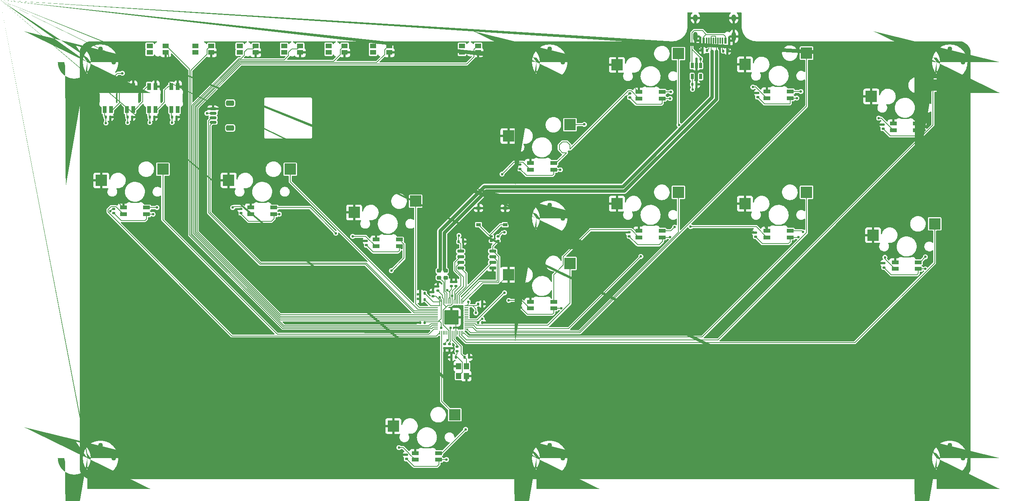
<source format=gbl>
G04 #@! TF.GenerationSoftware,KiCad,Pcbnew,(6.0.0)*
G04 #@! TF.CreationDate,2022-01-08T23:18:35-06:00*
G04 #@! TF.ProjectId,2.0,322e302e-6b69-4636-9164-5f7063625858,2.0*
G04 #@! TF.SameCoordinates,Original*
G04 #@! TF.FileFunction,Copper,L2,Bot*
G04 #@! TF.FilePolarity,Positive*
%FSLAX46Y46*%
G04 Gerber Fmt 4.6, Leading zero omitted, Abs format (unit mm)*
G04 Created by KiCad (PCBNEW (6.0.0)) date 2022-01-08 23:18:35*
%MOMM*%
%LPD*%
G01*
G04 APERTURE LIST*
G04 Aperture macros list*
%AMRoundRect*
0 Rectangle with rounded corners*
0 $1 Rounding radius*
0 $2 $3 $4 $5 $6 $7 $8 $9 X,Y pos of 4 corners*
0 Add a 4 corners polygon primitive as box body*
4,1,4,$2,$3,$4,$5,$6,$7,$8,$9,$2,$3,0*
0 Add four circle primitives for the rounded corners*
1,1,$1+$1,$2,$3*
1,1,$1+$1,$4,$5*
1,1,$1+$1,$6,$7*
1,1,$1+$1,$8,$9*
0 Add four rect primitives between the rounded corners*
20,1,$1+$1,$2,$3,$4,$5,0*
20,1,$1+$1,$4,$5,$6,$7,0*
20,1,$1+$1,$6,$7,$8,$9,0*
20,1,$1+$1,$8,$9,$2,$3,0*%
%AMFreePoly0*
4,1,111,-2.563245,3.679731,-2.180727,3.619146,-1.806637,3.518909,-1.445074,3.380118,-1.100000,3.204294,-0.775195,2.993363,-0.474217,2.749636,-0.200364,2.475783,0.043363,2.174805,0.254294,1.850000,0.430118,1.504926,0.568909,1.143363,0.669146,0.769273,0.729731,0.386755,0.750000,0.000000,0.729731,-0.386755,0.669146,-0.769273,0.568909,-1.143363,0.430118,-1.504926,0.254294,-1.850000,
0.043363,-2.174805,-0.200364,-2.475783,-0.474217,-2.749636,-0.775195,-2.993363,-1.100000,-3.204294,-1.445074,-3.380118,-1.806637,-3.518909,-2.180727,-3.619146,-2.563245,-3.679731,-2.950000,-3.700000,-3.336755,-3.679731,-3.719273,-3.619146,-4.093363,-3.518909,-4.454926,-3.380118,-4.800000,-3.204294,-5.124805,-2.993363,-5.425783,-2.749636,-5.699636,-2.475783,-5.943363,-2.174805,-6.154294,-1.850000,
-6.330118,-1.504926,-6.468909,-1.143363,-6.569146,-0.769273,-6.629731,-0.386755,-6.650000,0.000000,-5.154720,0.000000,-5.135858,-0.287774,-5.079596,-0.570624,-4.986896,-0.843710,-4.859344,-1.102360,-4.699122,-1.342148,-4.508972,-1.558972,-4.292148,-1.749122,-4.052360,-1.909344,-3.793710,-2.036896,-3.520624,-2.129596,-3.237774,-2.185858,-2.950000,-2.204720,-2.662226,-2.185858,-2.379376,-2.129596,
-2.106290,-2.036896,-1.847640,-1.909344,-1.607852,-1.749122,-1.391028,-1.558972,-1.200878,-1.342148,-1.040656,-1.102360,-0.913104,-0.843710,-0.820404,-0.570624,-0.764142,-0.287774,-0.745280,0.000000,-0.764142,0.287774,-0.820404,0.570624,-0.913104,0.843710,-1.040656,1.102360,-1.200878,1.342148,-1.391028,1.558972,-1.607852,1.749122,-1.847640,1.909344,-2.106290,2.036896,-2.379376,2.129596,
-2.662226,2.185858,-2.950000,2.204720,-3.237774,2.185858,-3.520624,2.129596,-3.793710,2.036896,-4.052360,1.909344,-4.292148,1.749122,-4.508972,1.558972,-4.699122,1.342148,-4.859344,1.102360,-4.986896,0.843710,-5.079596,0.570624,-5.135858,0.287774,-5.154720,0.000000,-6.650000,0.000000,-6.629731,0.386755,-6.569146,0.769273,-6.468909,1.143363,-6.330118,1.504926,-6.154294,1.850000,
-5.943363,2.174805,-5.699636,2.475783,-5.425783,2.749636,-5.124805,2.993363,-4.800000,3.204294,-4.454926,3.380118,-4.093363,3.518909,-3.719273,3.619146,-3.336755,3.679731,-2.950000,3.700000,-2.563245,3.679731,-2.563245,3.679731,$1*%
G04 Aperture macros list end*
G04 #@! TA.AperFunction,SMDPad,CuDef*
%ADD10RoundRect,0.082000X0.718000X-0.328000X0.718000X0.328000X-0.718000X0.328000X-0.718000X-0.328000X0*%
G04 #@! TD*
G04 #@! TA.AperFunction,SMDPad,CuDef*
%ADD11R,2.550000X2.500000*%
G04 #@! TD*
G04 #@! TA.AperFunction,SMDPad,CuDef*
%ADD12RoundRect,0.082000X-0.328000X-0.718000X0.328000X-0.718000X0.328000X0.718000X-0.328000X0.718000X0*%
G04 #@! TD*
G04 #@! TA.AperFunction,SMDPad,CuDef*
%ADD13RoundRect,0.140000X-0.140000X-0.170000X0.140000X-0.170000X0.140000X0.170000X-0.140000X0.170000X0*%
G04 #@! TD*
G04 #@! TA.AperFunction,SMDPad,CuDef*
%ADD14RoundRect,0.147500X0.172500X-0.147500X0.172500X0.147500X-0.172500X0.147500X-0.172500X-0.147500X0*%
G04 #@! TD*
G04 #@! TA.AperFunction,SMDPad,CuDef*
%ADD15RoundRect,0.147500X-0.147500X-0.172500X0.147500X-0.172500X0.147500X0.172500X-0.147500X0.172500X0*%
G04 #@! TD*
G04 #@! TA.AperFunction,SMDPad,CuDef*
%ADD16RoundRect,0.147500X-0.172500X0.147500X-0.172500X-0.147500X0.172500X-0.147500X0.172500X0.147500X0*%
G04 #@! TD*
G04 #@! TA.AperFunction,SMDPad,CuDef*
%ADD17RoundRect,0.150000X0.650000X0.150000X-0.650000X0.150000X-0.650000X-0.150000X0.650000X-0.150000X0*%
G04 #@! TD*
G04 #@! TA.AperFunction,SMDPad,CuDef*
%ADD18RoundRect,0.147500X0.147500X0.172500X-0.147500X0.172500X-0.147500X-0.172500X0.147500X-0.172500X0*%
G04 #@! TD*
G04 #@! TA.AperFunction,SMDPad,CuDef*
%ADD19RoundRect,0.225000X-0.250000X0.225000X-0.250000X-0.225000X0.250000X-0.225000X0.250000X0.225000X0*%
G04 #@! TD*
G04 #@! TA.AperFunction,SMDPad,CuDef*
%ADD20RoundRect,0.140000X0.140000X0.170000X-0.140000X0.170000X-0.140000X-0.170000X0.140000X-0.170000X0*%
G04 #@! TD*
G04 #@! TA.AperFunction,SMDPad,CuDef*
%ADD21RoundRect,0.050000X0.387500X0.050000X-0.387500X0.050000X-0.387500X-0.050000X0.387500X-0.050000X0*%
G04 #@! TD*
G04 #@! TA.AperFunction,SMDPad,CuDef*
%ADD22RoundRect,0.050000X0.050000X0.387500X-0.050000X0.387500X-0.050000X-0.387500X0.050000X-0.387500X0*%
G04 #@! TD*
G04 #@! TA.AperFunction,ComponentPad*
%ADD23C,0.600000*%
G04 #@! TD*
G04 #@! TA.AperFunction,SMDPad,CuDef*
%ADD24RoundRect,0.144000X1.456000X1.456000X-1.456000X1.456000X-1.456000X-1.456000X1.456000X-1.456000X0*%
G04 #@! TD*
G04 #@! TA.AperFunction,SMDPad,CuDef*
%ADD25RoundRect,0.140000X0.170000X-0.140000X0.170000X0.140000X-0.170000X0.140000X-0.170000X-0.140000X0*%
G04 #@! TD*
G04 #@! TA.AperFunction,SMDPad,CuDef*
%ADD26C,1.100000*%
G04 #@! TD*
G04 #@! TA.AperFunction,SMDPad,CuDef*
%ADD27FreePoly0,180.000000*%
G04 #@! TD*
G04 #@! TA.AperFunction,SMDPad,CuDef*
%ADD28R,1.400000X1.050000*%
G04 #@! TD*
G04 #@! TA.AperFunction,SMDPad,CuDef*
%ADD29R,1.000000X0.750000*%
G04 #@! TD*
G04 #@! TA.AperFunction,SMDPad,CuDef*
%ADD30RoundRect,0.052000X-0.273000X0.558000X-0.273000X-0.558000X0.273000X-0.558000X0.273000X0.558000X0*%
G04 #@! TD*
G04 #@! TA.AperFunction,SMDPad,CuDef*
%ADD31RoundRect,0.150000X-0.625000X0.150000X-0.625000X-0.150000X0.625000X-0.150000X0.625000X0.150000X0*%
G04 #@! TD*
G04 #@! TA.AperFunction,SMDPad,CuDef*
%ADD32RoundRect,0.250000X-0.650000X0.350000X-0.650000X-0.350000X0.650000X-0.350000X0.650000X0.350000X0*%
G04 #@! TD*
G04 #@! TA.AperFunction,SMDPad,CuDef*
%ADD33R,0.600000X1.450000*%
G04 #@! TD*
G04 #@! TA.AperFunction,SMDPad,CuDef*
%ADD34R,0.300000X1.450000*%
G04 #@! TD*
G04 #@! TA.AperFunction,ComponentPad*
%ADD35O,1.000000X2.100000*%
G04 #@! TD*
G04 #@! TA.AperFunction,ComponentPad*
%ADD36O,1.000000X1.600000*%
G04 #@! TD*
G04 #@! TA.AperFunction,SMDPad,CuDef*
%ADD37R,1.200000X1.400000*%
G04 #@! TD*
G04 #@! TA.AperFunction,ViaPad*
%ADD38C,0.600000*%
G04 #@! TD*
G04 #@! TA.AperFunction,Conductor*
%ADD39C,0.200000*%
G04 #@! TD*
G04 #@! TA.AperFunction,Conductor*
%ADD40C,0.150000*%
G04 #@! TD*
G04 #@! TA.AperFunction,Conductor*
%ADD41C,0.800000*%
G04 #@! TD*
G04 APERTURE END LIST*
D10*
G04 #@! TO.P,D7,1,VDD*
G04 #@! TO.N,+3V3*
X242885000Y-84510001D03*
G04 #@! TO.P,D7,2,DOUT*
G04 #@! TO.N,Net-(D7-Pad2)*
X242885000Y-83010001D03*
G04 #@! TO.P,D7,3,VSS*
G04 #@! TO.N,GND*
X237685000Y-83010001D03*
G04 #@! TO.P,D7,4,DIN*
G04 #@! TO.N,Net-(D5-Pad2)*
X237685000Y-84510001D03*
G04 #@! TD*
G04 #@! TO.P,D4,1,VDD*
G04 #@! TO.N,+3V3*
X97955000Y-72210001D03*
G04 #@! TO.P,D4,2,DOUT*
G04 #@! TO.N,Net-(D4-Pad2)*
X97955000Y-70710001D03*
G04 #@! TO.P,D4,3,VSS*
G04 #@! TO.N,GND*
X92755000Y-70710001D03*
G04 #@! TO.P,D4,4,DIN*
G04 #@! TO.N,Net-(D2-Pad2)*
X92755000Y-72210001D03*
G04 #@! TD*
G04 #@! TO.P,D1,1,VDD*
G04 #@! TO.N,+3V3*
X160885000Y-93410001D03*
G04 #@! TO.P,D1,2,DOUT*
G04 #@! TO.N,Net-(D1-Pad2)*
X160885000Y-91910001D03*
G04 #@! TO.P,D1,3,VSS*
G04 #@! TO.N,GND*
X155685000Y-91910001D03*
G04 #@! TO.P,D1,4,DIN*
G04 #@! TO.N,Net-(D1-Pad4)*
X155685000Y-93410001D03*
G04 #@! TD*
D11*
G04 #@! TO.P,SW14,1,1*
G04 #@! TO.N,/GPIO12*
X217775000Y-67280000D03*
G04 #@! TO.P,SW14,2,2*
G04 #@! TO.N,GND*
X203925000Y-69820000D03*
G04 #@! TD*
D10*
G04 #@! TO.P,D2,1,VDD*
G04 #@! TO.N,+3V3*
X69320000Y-72210001D03*
G04 #@! TO.P,D2,2,DOUT*
G04 #@! TO.N,Net-(D2-Pad2)*
X69320000Y-70710001D03*
G04 #@! TO.P,D2,3,VSS*
G04 #@! TO.N,GND*
X64120000Y-70710001D03*
G04 #@! TO.P,D2,4,DIN*
G04 #@! TO.N,/GPIO17*
X64120000Y-72210001D03*
G04 #@! TD*
D11*
G04 #@! TO.P,SW20,1,1*
G04 #@! TO.N,/GPIO16*
X138680000Y-117310000D03*
G04 #@! TO.P,SW20,2,2*
G04 #@! TO.N,GND*
X124830000Y-119850000D03*
G04 #@! TD*
D10*
G04 #@! TO.P,D12,1,VDD*
G04 #@! TO.N,+3V3*
X185285000Y-46210001D03*
G04 #@! TO.P,D12,2,DOUT*
G04 #@! TO.N,Net-(D12-Pad2)*
X185285000Y-44710001D03*
G04 #@! TO.P,D12,3,VSS*
G04 #@! TO.N,GND*
X180085000Y-44710001D03*
G04 #@! TO.P,D12,4,DIN*
G04 #@! TO.N,Net-(D10-Pad2)*
X180085000Y-46210001D03*
G04 #@! TD*
D12*
G04 #@! TO.P,D15,1,VDD*
G04 #@! TO.N,+3V3*
X74879999Y-48660000D03*
G04 #@! TO.P,D15,2,DOUT*
G04 #@! TO.N,unconnected-(D15-Pad2)*
X76379999Y-48660000D03*
G04 #@! TO.P,D15,3,VSS*
G04 #@! TO.N,GND*
X76379999Y-43460000D03*
G04 #@! TO.P,D15,4,DIN*
G04 #@! TO.N,Net-(D13-Pad2)*
X74879999Y-43460000D03*
G04 #@! TD*
D10*
G04 #@! TO.P,D14,1,VDD*
G04 #@! TO.N,+3V3*
X214085000Y-46110001D03*
G04 #@! TO.P,D14,2,DOUT*
G04 #@! TO.N,Net-(D14-Pad2)*
X214085000Y-44610001D03*
G04 #@! TO.P,D14,3,VSS*
G04 #@! TO.N,GND*
X208885000Y-44610001D03*
G04 #@! TO.P,D14,4,DIN*
G04 #@! TO.N,Net-(D12-Pad2)*
X208885000Y-46110001D03*
G04 #@! TD*
D11*
G04 #@! TO.P,SW2,1,1*
G04 #@! TO.N,/GPIO7*
X164575000Y-52080000D03*
G04 #@! TO.P,SW2,2,2*
G04 #@! TO.N,GND*
X150725000Y-54620000D03*
G04 #@! TD*
G04 #@! TO.P,SW18,1,1*
G04 #@! TO.N,/GPIO14*
X246575000Y-74380000D03*
G04 #@! TO.P,SW18,2,2*
G04 #@! TO.N,GND*
X232725000Y-76920000D03*
G04 #@! TD*
G04 #@! TO.P,SW4,1,1*
G04 #@! TO.N,/GPIO8*
X164575000Y-83280000D03*
G04 #@! TO.P,SW4,2,2*
G04 #@! TO.N,GND*
X150725000Y-85820000D03*
G04 #@! TD*
G04 #@! TO.P,SW12,1,1*
G04 #@! TO.N,/GPIO29_ADC3*
X129880000Y-69280000D03*
G04 #@! TO.P,SW12,2,2*
G04 #@! TO.N,GND*
X116030000Y-71820000D03*
G04 #@! TD*
G04 #@! TO.P,SW7,1,1*
G04 #@! TO.N,/GPIO28_ADC2*
X101645000Y-62080000D03*
G04 #@! TO.P,SW7,2,2*
G04 #@! TO.N,GND*
X87795000Y-64620000D03*
G04 #@! TD*
D10*
G04 #@! TO.P,D8,1,VDD*
G04 #@! TO.N,+3V3*
X134990000Y-127440001D03*
G04 #@! TO.P,D8,2,DOUT*
G04 #@! TO.N,Net-(D10-Pad4)*
X134990000Y-125940001D03*
G04 #@! TO.P,D8,3,VSS*
G04 #@! TO.N,GND*
X129790000Y-125940001D03*
G04 #@! TO.P,D8,4,DIN*
G04 #@! TO.N,Net-(D6-Pad2)*
X129790000Y-127440001D03*
G04 #@! TD*
G04 #@! TO.P,D5,1,VDD*
G04 #@! TO.N,+3V3*
X214085000Y-77410001D03*
G04 #@! TO.P,D5,2,DOUT*
G04 #@! TO.N,Net-(D5-Pad2)*
X214085000Y-75910001D03*
G04 #@! TO.P,D5,3,VSS*
G04 #@! TO.N,GND*
X208885000Y-75910001D03*
G04 #@! TO.P,D5,4,DIN*
G04 #@! TO.N,Net-(D3-Pad2)*
X208885000Y-77410001D03*
G04 #@! TD*
G04 #@! TO.P,D3,1,VDD*
G04 #@! TO.N,+3V3*
X185285000Y-77410001D03*
G04 #@! TO.P,D3,2,DOUT*
G04 #@! TO.N,Net-(D3-Pad2)*
X185285000Y-75910001D03*
G04 #@! TO.P,D3,3,VSS*
G04 #@! TO.N,GND*
X180085000Y-75910001D03*
G04 #@! TO.P,D3,4,DIN*
G04 #@! TO.N,Net-(D1-Pad2)*
X180085000Y-77410001D03*
G04 #@! TD*
D11*
G04 #@! TO.P,SW3,1,1*
G04 #@! TO.N,/GPIO18*
X73010000Y-62080000D03*
G04 #@! TO.P,SW3,2,2*
G04 #@! TO.N,GND*
X59160000Y-64620000D03*
G04 #@! TD*
D10*
G04 #@! TO.P,D6,1,VDD*
G04 #@! TO.N,+3V3*
X126190000Y-79410001D03*
G04 #@! TO.P,D6,2,DOUT*
G04 #@! TO.N,Net-(D6-Pad2)*
X126190000Y-77910001D03*
G04 #@! TO.P,D6,3,VSS*
G04 #@! TO.N,GND*
X120990000Y-77910001D03*
G04 #@! TO.P,D6,4,DIN*
G04 #@! TO.N,Net-(D4-Pad2)*
X120990000Y-79410001D03*
G04 #@! TD*
D11*
G04 #@! TO.P,SW8,1,1*
G04 #@! TO.N,/GPIO9*
X188975000Y-36080000D03*
G04 #@! TO.P,SW8,2,2*
G04 #@! TO.N,GND*
X175125000Y-38620000D03*
G04 #@! TD*
D10*
G04 #@! TO.P,D10,1,VDD*
G04 #@! TO.N,+3V3*
X160885000Y-62210001D03*
G04 #@! TO.P,D10,2,DOUT*
G04 #@! TO.N,Net-(D10-Pad2)*
X160885000Y-60710001D03*
G04 #@! TO.P,D10,3,VSS*
G04 #@! TO.N,GND*
X155685000Y-60710001D03*
G04 #@! TO.P,D10,4,DIN*
G04 #@! TO.N,Net-(D10-Pad4)*
X155685000Y-62210001D03*
G04 #@! TD*
G04 #@! TO.P,D16,1,VDD*
G04 #@! TO.N,+3V3*
X242485000Y-53310001D03*
G04 #@! TO.P,D16,2,DOUT*
G04 #@! TO.N,Net-(D1-Pad4)*
X242485000Y-51810001D03*
G04 #@! TO.P,D16,3,VSS*
G04 #@! TO.N,GND*
X237285000Y-51810001D03*
G04 #@! TO.P,D16,4,DIN*
G04 #@! TO.N,Net-(D14-Pad2)*
X237285000Y-53310001D03*
G04 #@! TD*
D12*
G04 #@! TO.P,D11,1,VDD*
G04 #@! TO.N,+3V3*
X64879999Y-48660000D03*
G04 #@! TO.P,D11,2,DOUT*
G04 #@! TO.N,Net-(D11-Pad2)*
X66379999Y-48660000D03*
G04 #@! TO.P,D11,3,VSS*
G04 #@! TO.N,GND*
X66379999Y-43460000D03*
G04 #@! TO.P,D11,4,DIN*
G04 #@! TO.N,Net-(D11-Pad4)*
X64879999Y-43460000D03*
G04 #@! TD*
D11*
G04 #@! TO.P,SW17,1,1*
G04 #@! TO.N,/GPIO13*
X246175000Y-43180000D03*
G04 #@! TO.P,SW17,2,2*
G04 #@! TO.N,GND*
X232325000Y-45720000D03*
G04 #@! TD*
D12*
G04 #@! TO.P,D13,1,VDD*
G04 #@! TO.N,+3V3*
X69879999Y-48660000D03*
G04 #@! TO.P,D13,2,DOUT*
G04 #@! TO.N,Net-(D13-Pad2)*
X71379999Y-48660000D03*
G04 #@! TO.P,D13,3,VSS*
G04 #@! TO.N,GND*
X71379999Y-43460000D03*
G04 #@! TO.P,D13,4,DIN*
G04 #@! TO.N,Net-(D11-Pad2)*
X69879999Y-43460000D03*
G04 #@! TD*
G04 #@! TO.P,D9,1,VDD*
G04 #@! TO.N,+3V3*
X59879999Y-48660000D03*
G04 #@! TO.P,D9,2,DOUT*
G04 #@! TO.N,Net-(D11-Pad4)*
X61379999Y-48660000D03*
G04 #@! TO.P,D9,3,VSS*
G04 #@! TO.N,GND*
X61379999Y-43460000D03*
G04 #@! TO.P,D9,4,DIN*
G04 #@! TO.N,Net-(D7-Pad2)*
X59879999Y-43460000D03*
G04 #@! TD*
D11*
G04 #@! TO.P,SW13,1,1*
G04 #@! TO.N,/GPIO11*
X217775000Y-35980000D03*
G04 #@! TO.P,SW13,2,2*
G04 #@! TO.N,GND*
X203925000Y-38520000D03*
G04 #@! TD*
G04 #@! TO.P,SW9,1,1*
G04 #@! TO.N,/GPIO10*
X188975000Y-67280000D03*
G04 #@! TO.P,SW9,2,2*
G04 #@! TO.N,GND*
X175125000Y-69820000D03*
G04 #@! TD*
D13*
G04 #@! TO.P,C4,1*
G04 #@! TO.N,+3V3*
X192090000Y-43000000D03*
G04 #@! TO.P,C4,2*
G04 #@! TO.N,GND*
X193050000Y-43000000D03*
G04 #@! TD*
D14*
G04 #@! TO.P,C10,1*
G04 #@! TO.N,+3V3*
X133790000Y-90700000D03*
G04 #@! TO.P,C10,2*
G04 #@! TO.N,GND*
X133790000Y-89730000D03*
G04 #@! TD*
G04 #@! TO.P,C8,1*
G04 #@! TO.N,+1V1*
X134880000Y-89400000D03*
G04 #@! TO.P,C8,2*
G04 #@! TO.N,GND*
X134880000Y-88430000D03*
G04 #@! TD*
D15*
G04 #@! TO.P,C13,1*
G04 #@! TO.N,+3V3*
X143880000Y-96600000D03*
G04 #@! TO.P,C13,2*
G04 #@! TO.N,GND*
X144850000Y-96600000D03*
G04 #@! TD*
G04 #@! TO.P,C5,1*
G04 #@! TO.N,+3V3*
X139530000Y-78400000D03*
G04 #@! TO.P,C5,2*
G04 #@! TO.N,GND*
X140500000Y-78400000D03*
G04 #@! TD*
D16*
G04 #@! TO.P,R2,1*
G04 #@! TO.N,+3V3*
X148380000Y-77230000D03*
G04 #@! TO.P,R2,2*
G04 #@! TO.N,/QSPI_SS*
X148380000Y-78200000D03*
G04 #@! TD*
D17*
G04 #@! TO.P,U2,1,~{CS}*
G04 #@! TO.N,/QSPI_SS*
X147200000Y-80495000D03*
G04 #@! TO.P,U2,2,DO(IO1)*
G04 #@! TO.N,/QSPI_SD1*
X147200000Y-81765000D03*
G04 #@! TO.P,U2,3,IO2*
G04 #@! TO.N,/QSPI_SD2*
X147200000Y-83035000D03*
G04 #@! TO.P,U2,4,GND*
G04 #@! TO.N,GND*
X147200000Y-84305000D03*
G04 #@! TO.P,U2,5,DI(IO0)*
G04 #@! TO.N,/QSPI_SD0*
X140000000Y-84305000D03*
G04 #@! TO.P,U2,6,CLK*
G04 #@! TO.N,/QSPI_SCLK*
X140000000Y-83035000D03*
G04 #@! TO.P,U2,7,IO3*
G04 #@! TO.N,/QSPI_SD3*
X140000000Y-81765000D03*
G04 #@! TO.P,U2,8,VCC*
G04 #@! TO.N,+3V3*
X140000000Y-80495000D03*
G04 #@! TD*
D18*
G04 #@! TO.P,C3,1*
G04 #@! TO.N,Net-(C3-Pad1)*
X138880000Y-104400000D03*
G04 #@! TO.P,C3,2*
G04 #@! TO.N,GND*
X137910000Y-104400000D03*
G04 #@! TD*
D14*
G04 #@! TO.P,R1,1*
G04 #@! TO.N,/QSPI_SS*
X146880000Y-78200000D03*
G04 #@! TO.P,R1,2*
G04 #@! TO.N,/~{USB_BOOT}*
X146880000Y-77230000D03*
G04 #@! TD*
G04 #@! TO.P,C9,1*
G04 #@! TO.N,+3V3*
X137880000Y-88400000D03*
G04 #@! TO.P,C9,2*
G04 #@! TO.N,GND*
X137880000Y-87430000D03*
G04 #@! TD*
D18*
G04 #@! TO.P,C12,1*
G04 #@! TO.N,+3V3*
X131880000Y-96600000D03*
G04 #@! TO.P,C12,2*
G04 #@! TO.N,GND*
X130910000Y-96600000D03*
G04 #@! TD*
D16*
G04 #@! TO.P,C14,1*
G04 #@! TO.N,+3V3*
X137499000Y-101400000D03*
G04 #@! TO.P,C14,2*
G04 #@! TO.N,GND*
X137499000Y-102370000D03*
G04 #@! TD*
D19*
G04 #@! TO.P,R3,1*
G04 #@! TO.N,/USB_D+*
X136590000Y-84925000D03*
G04 #@! TO.P,R3,2*
G04 #@! TO.N,Net-(R3-Pad2)*
X136590000Y-86475000D03*
G04 #@! TD*
D16*
G04 #@! TO.P,C7,1*
G04 #@! TO.N,+1V1*
X136380000Y-101400000D03*
G04 #@! TO.P,C7,2*
G04 #@! TO.N,GND*
X136380000Y-102370000D03*
G04 #@! TD*
D20*
G04 #@! TO.P,C1,1*
G04 #@! TO.N,VBUS*
X193950000Y-37300000D03*
G04 #@! TO.P,C1,2*
G04 #@! TO.N,GND*
X192990000Y-37300000D03*
G04 #@! TD*
D15*
G04 #@! TO.P,C11,1*
G04 #@! TO.N,+3V3*
X143880000Y-92400000D03*
G04 #@! TO.P,C11,2*
G04 #@! TO.N,GND*
X144850000Y-92400000D03*
G04 #@! TD*
D18*
G04 #@! TO.P,C16,1*
G04 #@! TO.N,+3V3*
X131880000Y-90000000D03*
G04 #@! TO.P,C16,2*
G04 #@! TO.N,GND*
X130910000Y-90000000D03*
G04 #@! TD*
D21*
G04 #@! TO.P,U3,1,IOVDD*
G04 #@! TO.N,+3V3*
X141317500Y-92800000D03*
G04 #@! TO.P,U3,2,GPIO0*
G04 #@! TO.N,unconnected-(U3-Pad2)*
X141317500Y-93200000D03*
G04 #@! TO.P,U3,3,GPIO1*
G04 #@! TO.N,unconnected-(U3-Pad3)*
X141317500Y-93600000D03*
G04 #@! TO.P,U3,4,GPIO2*
G04 #@! TO.N,unconnected-(U3-Pad4)*
X141317500Y-94000000D03*
G04 #@! TO.P,U3,5,GPIO3*
G04 #@! TO.N,unconnected-(U3-Pad5)*
X141317500Y-94400000D03*
G04 #@! TO.P,U3,6,GPIO4*
G04 #@! TO.N,unconnected-(U3-Pad6)*
X141317500Y-94800000D03*
G04 #@! TO.P,U3,7,GPIO5*
G04 #@! TO.N,unconnected-(U3-Pad7)*
X141317500Y-95200000D03*
G04 #@! TO.P,U3,8,GPIO6*
G04 #@! TO.N,unconnected-(U3-Pad8)*
X141317500Y-95600000D03*
G04 #@! TO.P,U3,9,GPIO7*
G04 #@! TO.N,/GPIO7*
X141317500Y-96000000D03*
G04 #@! TO.P,U3,10,IOVDD*
G04 #@! TO.N,+3V3*
X141317500Y-96400000D03*
G04 #@! TO.P,U3,11,GPIO8*
G04 #@! TO.N,/GPIO8*
X141317500Y-96800000D03*
G04 #@! TO.P,U3,12,GPIO9*
G04 #@! TO.N,/GPIO9*
X141317500Y-97200000D03*
G04 #@! TO.P,U3,13,GPIO10*
G04 #@! TO.N,/GPIO10*
X141317500Y-97600000D03*
G04 #@! TO.P,U3,14,GPIO11*
G04 #@! TO.N,/GPIO11*
X141317500Y-98000000D03*
D22*
G04 #@! TO.P,U3,15,GPIO12*
G04 #@! TO.N,/GPIO12*
X140480000Y-98837500D03*
G04 #@! TO.P,U3,16,GPIO13*
G04 #@! TO.N,/GPIO13*
X140080000Y-98837500D03*
G04 #@! TO.P,U3,17,GPIO14*
G04 #@! TO.N,/GPIO14*
X139680000Y-98837500D03*
G04 #@! TO.P,U3,18,GPIO15*
G04 #@! TO.N,/GPIO15*
X139280000Y-98837500D03*
G04 #@! TO.P,U3,19,TESTEN*
G04 #@! TO.N,GND*
X138880000Y-98837500D03*
G04 #@! TO.P,U3,20,XIN*
G04 #@! TO.N,/XIN*
X138480000Y-98837500D03*
G04 #@! TO.P,U3,21,XOUT*
G04 #@! TO.N,/XOUT*
X138080000Y-98837500D03*
G04 #@! TO.P,U3,22,IOVDD*
G04 #@! TO.N,+3V3*
X137680000Y-98837500D03*
G04 #@! TO.P,U3,23,DVDD*
G04 #@! TO.N,+1V1*
X137280000Y-98837500D03*
G04 #@! TO.P,U3,24,SWCLK*
G04 #@! TO.N,unconnected-(U3-Pad24)*
X136880000Y-98837500D03*
G04 #@! TO.P,U3,25,SWD*
G04 #@! TO.N,unconnected-(U3-Pad25)*
X136480000Y-98837500D03*
G04 #@! TO.P,U3,26,RUN*
G04 #@! TO.N,unconnected-(U3-Pad26)*
X136080000Y-98837500D03*
G04 #@! TO.P,U3,27,GPIO16*
G04 #@! TO.N,/GPIO16*
X135680000Y-98837500D03*
G04 #@! TO.P,U3,28,GPIO17*
G04 #@! TO.N,/GPIO17*
X135280000Y-98837500D03*
D21*
G04 #@! TO.P,U3,29,GPIO18*
G04 #@! TO.N,/GPIO18*
X134442500Y-98000000D03*
G04 #@! TO.P,U3,30,GPIO19*
G04 #@! TO.N,/GPIO19*
X134442500Y-97600000D03*
G04 #@! TO.P,U3,31,GPIO20*
G04 #@! TO.N,/GPIO20*
X134442500Y-97200000D03*
G04 #@! TO.P,U3,32,GPIO21*
G04 #@! TO.N,/GPIO21*
X134442500Y-96800000D03*
G04 #@! TO.P,U3,33,IOVDD*
G04 #@! TO.N,+3V3*
X134442500Y-96400000D03*
G04 #@! TO.P,U3,34,GPIO22*
G04 #@! TO.N,/GPIO22*
X134442500Y-96000000D03*
G04 #@! TO.P,U3,35,GPIO23*
G04 #@! TO.N,/GPIO23*
X134442500Y-95600000D03*
G04 #@! TO.P,U3,36,GPIO24*
G04 #@! TO.N,/GPIO24*
X134442500Y-95200000D03*
G04 #@! TO.P,U3,37,GPIO25*
G04 #@! TO.N,/GPIO25*
X134442500Y-94800000D03*
G04 #@! TO.P,U3,38,GPIO26_ADC0*
G04 #@! TO.N,/GPIO26_ADC0*
X134442500Y-94400000D03*
G04 #@! TO.P,U3,39,GPIO27_ADC1*
G04 #@! TO.N,/GPIO27_ADC1*
X134442500Y-94000000D03*
G04 #@! TO.P,U3,40,GPIO28_ADC2*
G04 #@! TO.N,/GPIO28_ADC2*
X134442500Y-93600000D03*
G04 #@! TO.P,U3,41,GPIO29_ADC3*
G04 #@! TO.N,/GPIO29_ADC3*
X134442500Y-93200000D03*
G04 #@! TO.P,U3,42,IOVDD*
G04 #@! TO.N,+3V3*
X134442500Y-92800000D03*
D22*
G04 #@! TO.P,U3,43,ADC_AVDD*
X135280000Y-91962500D03*
G04 #@! TO.P,U3,44,VREG_IN*
X135680000Y-91962500D03*
G04 #@! TO.P,U3,45,VREG_VOUT*
G04 #@! TO.N,+1V1*
X136080000Y-91962500D03*
G04 #@! TO.P,U3,46,USB_DM*
G04 #@! TO.N,Net-(R4-Pad2)*
X136480000Y-91962500D03*
G04 #@! TO.P,U3,47,USB_DP*
G04 #@! TO.N,Net-(R3-Pad2)*
X136880000Y-91962500D03*
G04 #@! TO.P,U3,48,USB_VDD*
G04 #@! TO.N,+3V3*
X137280000Y-91962500D03*
G04 #@! TO.P,U3,49,IOVDD*
X137680000Y-91962500D03*
G04 #@! TO.P,U3,50,DVDD*
G04 #@! TO.N,+1V1*
X138080000Y-91962500D03*
G04 #@! TO.P,U3,51,QSPI_SD3*
G04 #@! TO.N,/QSPI_SD3*
X138480000Y-91962500D03*
G04 #@! TO.P,U3,52,QSPI_SCLK*
G04 #@! TO.N,/QSPI_SCLK*
X138880000Y-91962500D03*
G04 #@! TO.P,U3,53,QSPI_SD0*
G04 #@! TO.N,/QSPI_SD0*
X139280000Y-91962500D03*
G04 #@! TO.P,U3,54,QSPI_SD2*
G04 #@! TO.N,/QSPI_SD2*
X139680000Y-91962500D03*
G04 #@! TO.P,U3,55,QSPI_SD1*
G04 #@! TO.N,/QSPI_SD1*
X140080000Y-91962500D03*
G04 #@! TO.P,U3,56,QSPI_SS*
G04 #@! TO.N,/QSPI_SS*
X140480000Y-91962500D03*
D23*
G04 #@! TO.P,U3,57,GND*
G04 #@! TO.N,GND*
X136605000Y-96675000D03*
X137880000Y-96675000D03*
X136605000Y-95400000D03*
X139155000Y-94125000D03*
D24*
X137880000Y-95400000D03*
D23*
X137880000Y-95400000D03*
X139155000Y-95400000D03*
X139155000Y-96675000D03*
X136605000Y-94125000D03*
X137880000Y-94125000D03*
G04 #@! TD*
D15*
G04 #@! TO.P,C2,1*
G04 #@! TO.N,/XIN*
X140880000Y-104400000D03*
G04 #@! TO.P,C2,2*
G04 #@! TO.N,GND*
X141850000Y-104400000D03*
G04 #@! TD*
D19*
G04 #@! TO.P,R4,1*
G04 #@! TO.N,/USB_D-*
X135090000Y-84925000D03*
G04 #@! TO.P,R4,2*
G04 #@! TO.N,Net-(R4-Pad2)*
X135090000Y-86475000D03*
G04 #@! TD*
D14*
G04 #@! TO.P,C6,1*
G04 #@! TO.N,+1V1*
X138880000Y-88400000D03*
G04 #@! TO.P,C6,2*
G04 #@! TO.N,GND*
X138880000Y-87430000D03*
G04 #@! TD*
D18*
G04 #@! TO.P,C15,1*
G04 #@! TO.N,+3V3*
X131880000Y-91400000D03*
G04 #@! TO.P,C15,2*
G04 #@! TO.N,GND*
X130910000Y-91400000D03*
G04 #@! TD*
D16*
G04 #@! TO.P,R5,1*
G04 #@! TO.N,/XOUT*
X139180000Y-102030000D03*
G04 #@! TO.P,R5,2*
G04 #@! TO.N,Net-(C3-Pad1)*
X139180000Y-103000000D03*
G04 #@! TD*
D25*
G04 #@! TO.P,C19,1*
G04 #@! TO.N,+3V3*
X90590000Y-71960000D03*
G04 #@! TO.P,C19,2*
G04 #@! TO.N,GND*
X90590000Y-71000000D03*
G04 #@! TD*
D13*
G04 #@! TO.P,C21,1*
G04 #@! TO.N,+3V3*
X60210000Y-50400000D03*
G04 #@! TO.P,C21,2*
G04 #@! TO.N,GND*
X61170000Y-50400000D03*
G04 #@! TD*
G04 #@! TO.P,C23,1*
G04 #@! TO.N,+3V3*
X70110000Y-50400000D03*
G04 #@! TO.P,C23,2*
G04 #@! TO.N,GND*
X71070000Y-50400000D03*
G04 #@! TD*
D26*
G04 #@! TO.P,H2,1,1*
G04 #@! TO.N,unconnected-(H2-Pad1)*
X61940000Y-127100000D03*
D27*
X56040000Y-127100000D03*
D26*
X58990000Y-130050000D03*
X58990000Y-124150000D03*
G04 #@! TD*
D28*
G04 #@! TO.P,SW15,1,1*
G04 #@! TO.N,/GPIO21*
X93890000Y-34375000D03*
G04 #@! TO.P,SW15,2,2*
G04 #@! TO.N,GND*
X93890000Y-35825000D03*
G04 #@! TO.P,SW15,3*
G04 #@! TO.N,N/C*
X90290000Y-35825000D03*
G04 #@! TO.P,SW15,4*
X90290000Y-34375000D03*
G04 #@! TD*
D25*
G04 #@! TO.P,C20,1*
G04 #@! TO.N,+3V3*
X177890000Y-77200000D03*
G04 #@! TO.P,C20,2*
G04 #@! TO.N,GND*
X177890000Y-76240000D03*
G04 #@! TD*
D26*
G04 #@! TO.P,H3,1,1*
G04 #@! TO.N,unconnected-(H3-Pad1)*
X162950000Y-38000000D03*
X160000000Y-35050000D03*
D27*
X157050000Y-38000000D03*
D26*
X160000000Y-40950000D03*
G04 #@! TD*
D29*
G04 #@! TO.P,SW1,1,1*
G04 #@! TO.N,GND*
X149990000Y-70825000D03*
X143990000Y-70825000D03*
G04 #@! TO.P,SW1,2,2*
G04 #@! TO.N,/~{USB_BOOT}*
X149990000Y-74575000D03*
X143990000Y-74575000D03*
G04 #@! TD*
D28*
G04 #@! TO.P,SW6,1,1*
G04 #@! TO.N,/GPIO23*
X113890000Y-34375000D03*
G04 #@! TO.P,SW6,2,2*
G04 #@! TO.N,GND*
X113890000Y-35825000D03*
G04 #@! TO.P,SW6,3*
G04 #@! TO.N,N/C*
X110290000Y-35825000D03*
G04 #@! TO.P,SW6,4*
X110290000Y-34375000D03*
G04 #@! TD*
G04 #@! TO.P,SW16,1,1*
G04 #@! TO.N,/GPIO25*
X143890000Y-34375000D03*
G04 #@! TO.P,SW16,2,2*
G04 #@! TO.N,GND*
X143890000Y-35825000D03*
G04 #@! TO.P,SW16,3*
G04 #@! TO.N,N/C*
X140290000Y-35825000D03*
G04 #@! TO.P,SW16,4*
X140290000Y-34375000D03*
G04 #@! TD*
D30*
G04 #@! TO.P,U1,1,VIN*
G04 #@! TO.N,VBUS*
X192050000Y-38755000D03*
G04 #@! TO.P,U1,2,GND*
G04 #@! TO.N,GND*
X192990000Y-38755000D03*
G04 #@! TO.P,U1,3,EN*
G04 #@! TO.N,VBUS*
X193930000Y-38755000D03*
G04 #@! TO.P,U1,4*
G04 #@! TO.N,N/C*
X193930000Y-41245000D03*
G04 #@! TO.P,U1,5,VOUT*
G04 #@! TO.N,+3V3*
X192050000Y-41245000D03*
G04 #@! TD*
D25*
G04 #@! TO.P,C27,1*
G04 #@! TO.N,+3V3*
X61990000Y-71980000D03*
G04 #@! TO.P,C27,2*
G04 #@! TO.N,GND*
X61990000Y-71020000D03*
G04 #@! TD*
G04 #@! TO.P,C17,1*
G04 #@! TO.N,+3V3*
X235190000Y-84200000D03*
G04 #@! TO.P,C17,2*
G04 #@! TO.N,GND*
X235190000Y-83240000D03*
G04 #@! TD*
G04 #@! TO.P,C29,1*
G04 #@! TO.N,+3V3*
X206290000Y-77280000D03*
G04 #@! TO.P,C29,2*
G04 #@! TO.N,GND*
X206290000Y-76320000D03*
G04 #@! TD*
G04 #@! TO.P,C25,1*
G04 #@! TO.N,+3V3*
X127790000Y-127260000D03*
G04 #@! TO.P,C25,2*
G04 #@! TO.N,GND*
X127790000Y-126300000D03*
G04 #@! TD*
D26*
G04 #@! TO.P,H1,1,1*
G04 #@! TO.N,unconnected-(H1-Pad1)*
X249990000Y-130050000D03*
X249990000Y-124150000D03*
X252940000Y-127100000D03*
D27*
X247040000Y-127100000D03*
G04 #@! TD*
D13*
G04 #@! TO.P,C18,1*
G04 #@! TO.N,+3V3*
X75110000Y-50400000D03*
G04 #@! TO.P,C18,2*
G04 #@! TO.N,GND*
X76070000Y-50400000D03*
G04 #@! TD*
D25*
G04 #@! TO.P,C22,1*
G04 #@! TO.N,+3V3*
X206790000Y-45880000D03*
G04 #@! TO.P,C22,2*
G04 #@! TO.N,GND*
X206790000Y-44920000D03*
G04 #@! TD*
D26*
G04 #@! TO.P,H5,1,1*
G04 #@! TO.N,unconnected-(H5-Pad1)*
X249990000Y-40950000D03*
X249990000Y-35050000D03*
X252940000Y-38000000D03*
D27*
X247040000Y-38000000D03*
G04 #@! TD*
D25*
G04 #@! TO.P,C32,1*
G04 #@! TO.N,+3V3*
X234990000Y-53000000D03*
G04 #@! TO.P,C32,2*
G04 #@! TO.N,GND*
X234990000Y-52040000D03*
G04 #@! TD*
G04 #@! TO.P,C30,1*
G04 #@! TO.N,+3V3*
X118790000Y-79180000D03*
G04 #@! TO.P,C30,2*
G04 #@! TO.N,GND*
X118790000Y-78220000D03*
G04 #@! TD*
D13*
G04 #@! TO.P,R7,1*
G04 #@! TO.N,GND*
X194390000Y-35400000D03*
G04 #@! TO.P,R7,2*
G04 #@! TO.N,Net-(J1-PadA5)*
X195350000Y-35400000D03*
G04 #@! TD*
D25*
G04 #@! TO.P,C31,1*
G04 #@! TO.N,+3V3*
X177990000Y-45960000D03*
G04 #@! TO.P,C31,2*
G04 #@! TO.N,GND*
X177990000Y-45000000D03*
G04 #@! TD*
G04 #@! TO.P,C28,1*
G04 #@! TO.N,+3V3*
X153290000Y-62000000D03*
G04 #@! TO.P,C28,2*
G04 #@! TO.N,GND*
X153290000Y-61040000D03*
G04 #@! TD*
D31*
G04 #@! TO.P,J2,1,Pin_1*
G04 #@! TO.N,GND*
X84280000Y-48510000D03*
G04 #@! TO.P,J2,2,Pin_2*
G04 #@! TO.N,+3V3*
X84280000Y-49510000D03*
G04 #@! TO.P,J2,3,Pin_3*
G04 #@! TO.N,/GPIO26_ADC0*
X84280000Y-50510000D03*
G04 #@! TO.P,J2,4,Pin_4*
G04 #@! TO.N,/GPIO27_ADC1*
X84280000Y-51510000D03*
D32*
G04 #@! TO.P,J2,MP*
G04 #@! TO.N,N/C*
X88155000Y-47210000D03*
X88155000Y-52810000D03*
G04 #@! TD*
D13*
G04 #@! TO.P,C24,1*
G04 #@! TO.N,+3V3*
X65110000Y-50400000D03*
G04 #@! TO.P,C24,2*
G04 #@! TO.N,GND*
X66070000Y-50400000D03*
G04 #@! TD*
D27*
G04 #@! TO.P,H7,1,1*
G04 #@! TO.N,unconnected-(H7-Pad1)*
X157050000Y-127100000D03*
D26*
X160000000Y-130050000D03*
X160000000Y-124150000D03*
X162950000Y-127100000D03*
G04 #@! TD*
D28*
G04 #@! TO.P,SW11,1,1*
G04 #@! TO.N,/GPIO24*
X123890000Y-34375000D03*
G04 #@! TO.P,SW11,2,2*
G04 #@! TO.N,GND*
X123890000Y-35825000D03*
G04 #@! TO.P,SW11,3*
G04 #@! TO.N,N/C*
X120290000Y-35825000D03*
G04 #@! TO.P,SW11,4*
X120290000Y-34375000D03*
G04 #@! TD*
D26*
G04 #@! TO.P,H6,1,1*
G04 #@! TO.N,unconnected-(H6-Pad1)*
X160000000Y-76050000D03*
X162950000Y-73100000D03*
D27*
X157050000Y-73100000D03*
D26*
X160000000Y-70150000D03*
G04 #@! TD*
D28*
G04 #@! TO.P,SW5,1,1*
G04 #@! TO.N,/GPIO19*
X73640000Y-34375000D03*
G04 #@! TO.P,SW5,2,2*
G04 #@! TO.N,GND*
X73640000Y-35825000D03*
G04 #@! TO.P,SW5,3*
G04 #@! TO.N,N/C*
X70040000Y-35825000D03*
G04 #@! TO.P,SW5,4*
X70040000Y-34375000D03*
G04 #@! TD*
D33*
G04 #@! TO.P,J1,A1,GND*
G04 #@! TO.N,GND*
X193840000Y-33145000D03*
G04 #@! TO.P,J1,A4,VBUS*
G04 #@! TO.N,VBUS*
X194640000Y-33145000D03*
D34*
G04 #@! TO.P,J1,A5,CC1*
G04 #@! TO.N,Net-(J1-PadA5)*
X195840000Y-33145000D03*
G04 #@! TO.P,J1,A6,D+*
G04 #@! TO.N,/USB_D+*
X196840000Y-33145000D03*
G04 #@! TO.P,J1,A7,D-*
G04 #@! TO.N,/USB_D-*
X197340000Y-33145000D03*
G04 #@! TO.P,J1,A8,SBU1*
G04 #@! TO.N,unconnected-(J1-PadA8)*
X198340000Y-33145000D03*
D33*
G04 #@! TO.P,J1,A9,VBUS*
G04 #@! TO.N,VBUS*
X199540000Y-33145000D03*
G04 #@! TO.P,J1,A12,GND*
G04 #@! TO.N,GND*
X200340000Y-33145000D03*
G04 #@! TO.P,J1,B1,GND*
X200340000Y-33145000D03*
G04 #@! TO.P,J1,B4,VBUS*
G04 #@! TO.N,VBUS*
X199540000Y-33145000D03*
D34*
G04 #@! TO.P,J1,B5,CC2*
G04 #@! TO.N,Net-(J1-PadB5)*
X198840000Y-33145000D03*
G04 #@! TO.P,J1,B6,D+*
G04 #@! TO.N,/USB_D+*
X197840000Y-33145000D03*
G04 #@! TO.P,J1,B7,D-*
G04 #@! TO.N,/USB_D-*
X196340000Y-33145000D03*
G04 #@! TO.P,J1,B8,SBU2*
G04 #@! TO.N,unconnected-(J1-PadB8)*
X195340000Y-33145000D03*
D33*
G04 #@! TO.P,J1,B9,VBUS*
G04 #@! TO.N,VBUS*
X194640000Y-33145000D03*
G04 #@! TO.P,J1,B12,GND*
G04 #@! TO.N,GND*
X193840000Y-33145000D03*
D35*
G04 #@! TO.P,J1,S1,SHIELD*
X201410000Y-32230000D03*
D36*
X201410000Y-28050000D03*
X192770000Y-28050000D03*
D35*
X192770000Y-32230000D03*
G04 #@! TD*
D26*
G04 #@! TO.P,H4,1,1*
G04 #@! TO.N,unconnected-(H4-Pad1)*
X58990000Y-40950000D03*
X58990000Y-35050000D03*
X61940000Y-38000000D03*
D27*
X56040000Y-38000000D03*
G04 #@! TD*
D25*
G04 #@! TO.P,C26,1*
G04 #@! TO.N,+3V3*
X153490000Y-93200000D03*
G04 #@! TO.P,C26,2*
G04 #@! TO.N,GND*
X153490000Y-92240000D03*
G04 #@! TD*
D28*
G04 #@! TO.P,SW10,1,1*
G04 #@! TO.N,/GPIO20*
X83890000Y-34375000D03*
G04 #@! TO.P,SW10,2,2*
G04 #@! TO.N,GND*
X83890000Y-35825000D03*
G04 #@! TO.P,SW10,3*
G04 #@! TO.N,N/C*
X80290000Y-35825000D03*
G04 #@! TO.P,SW10,4*
X80290000Y-34375000D03*
G04 #@! TD*
D37*
G04 #@! TO.P,Y1,1,1*
G04 #@! TO.N,Net-(C3-Pad1)*
X139545000Y-108600000D03*
G04 #@! TO.P,Y1,2,2*
G04 #@! TO.N,GND*
X139545000Y-106400000D03*
G04 #@! TO.P,Y1,3,3*
G04 #@! TO.N,/XIN*
X141245000Y-106400000D03*
G04 #@! TO.P,Y1,4,4*
G04 #@! TO.N,GND*
X141245000Y-108600000D03*
G04 #@! TD*
D20*
G04 #@! TO.P,R6,1*
G04 #@! TO.N,GND*
X199990000Y-35500000D03*
G04 #@! TO.P,R6,2*
G04 #@! TO.N,Net-(J1-PadB5)*
X199030000Y-35500000D03*
G04 #@! TD*
D28*
G04 #@! TO.P,SW19,1,1*
G04 #@! TO.N,/GPIO22*
X103890000Y-34375000D03*
G04 #@! TO.P,SW19,2,2*
G04 #@! TO.N,GND*
X103890000Y-35825000D03*
G04 #@! TO.P,SW19,3*
G04 #@! TO.N,N/C*
X100290000Y-35825000D03*
G04 #@! TO.P,SW19,4*
X100290000Y-34375000D03*
G04 #@! TD*
D38*
G04 #@! TO.N,GND*
X205300000Y-75600000D03*
X61200000Y-71500000D03*
X123900000Y-37400000D03*
X178500000Y-43200000D03*
X142706000Y-104400000D03*
X96500000Y-36000000D03*
X145880000Y-92400000D03*
X146600000Y-36200000D03*
X138880000Y-86600008D03*
X136380000Y-103182004D03*
X134880000Y-87600000D03*
X129880000Y-96705000D03*
X177100000Y-45900000D03*
X130404500Y-91233702D03*
X130404500Y-90250952D03*
X133790000Y-88800000D03*
X106500000Y-36200000D03*
X178100000Y-74700000D03*
X145880000Y-96600000D03*
X140801000Y-102229500D03*
X176700000Y-76700000D03*
X137499006Y-103181990D03*
X137880000Y-86600000D03*
X63200000Y-69100000D03*
X86700000Y-36200000D03*
X147800000Y-88800000D03*
X116200000Y-36400000D03*
X74300000Y-37100000D03*
X208600000Y-75000000D03*
X137118000Y-104388500D03*
X147200000Y-85200000D03*
G04 #@! TO.N,+3V3*
X126690020Y-79791136D03*
X162400000Y-62200000D03*
X75090000Y-51600000D03*
X99200000Y-72200000D03*
X135600000Y-97800000D03*
X137700000Y-97800000D03*
X187100000Y-46200000D03*
X137000000Y-89300000D03*
X139600000Y-77000000D03*
X82923538Y-49509382D03*
X144800000Y-95700000D03*
X244300000Y-53300000D03*
X65090000Y-51600000D03*
X244500000Y-84500000D03*
X70800000Y-72200000D03*
X60190000Y-51700000D03*
X135300000Y-90900000D03*
X192127804Y-44150500D03*
X187100000Y-77400000D03*
X216000000Y-77400000D03*
X136800000Y-127400000D03*
X143400000Y-94400000D03*
X149849500Y-76300000D03*
X215600000Y-46100000D03*
X162600000Y-93400000D03*
X141700000Y-91900000D03*
X70090000Y-51600000D03*
G04 #@! TO.N,+1V1*
X138080000Y-90599994D03*
X137080000Y-100600000D03*
G04 #@! TO.N,/GPIO9*
X189100000Y-52100000D03*
X180500000Y-81700000D03*
G04 #@! TO.N,/GPIO7*
X149849500Y-89900000D03*
X167800000Y-52000000D03*
G04 #@! TO.N,Net-(D1-Pad4)*
X244200000Y-51900000D03*
X150800000Y-91600000D03*
G04 #@! TO.N,Net-(D2-Pad2)*
X71700000Y-70700000D03*
X88700000Y-70700000D03*
G04 #@! TO.N,Net-(D3-Pad2)*
X191700000Y-75000000D03*
X188100000Y-75100000D03*
G04 #@! TO.N,Net-(D4-Pad2)*
X115700000Y-77200000D03*
X111900000Y-76500000D03*
G04 #@! TO.N,Net-(D5-Pad2)*
X217000000Y-76200000D03*
X235400000Y-81900000D03*
G04 #@! TO.N,Net-(D6-Pad2)*
X124400000Y-84900000D03*
X126100000Y-124700000D03*
G04 #@! TO.N,Net-(D7-Pad2)*
X244500000Y-81800000D03*
X63900000Y-40500000D03*
G04 #@! TO.N,Net-(D10-Pad4)*
X141100000Y-120600000D03*
X149300000Y-63200000D03*
G04 #@! TO.N,Net-(D12-Pad2)*
X187300000Y-44700000D03*
X205700000Y-43600000D03*
G04 #@! TO.N,Net-(D14-Pad2)*
X234000000Y-50600000D03*
X216500000Y-44600000D03*
G04 #@! TD*
D39*
G04 #@! TO.N,GND*
X144850000Y-96600000D02*
X145880000Y-96600000D01*
X138880000Y-87430000D02*
X138880000Y-86600008D01*
D40*
X130910000Y-91400000D02*
X130570798Y-91400000D01*
D39*
X147800000Y-88800000D02*
X147800000Y-88745000D01*
X133790000Y-89700000D02*
X133790000Y-88870000D01*
X147800000Y-88745000D02*
X150725000Y-85820000D01*
X208600000Y-75625001D02*
X208885000Y-75910001D01*
X177890000Y-76240000D02*
X177160000Y-76240000D01*
X130805000Y-96705000D02*
X129880000Y-96705000D01*
X180010001Y-44710001D02*
X180085000Y-44710001D01*
X130655452Y-90000000D02*
X130404500Y-90250952D01*
X130910000Y-96600000D02*
X130805000Y-96705000D01*
X146225000Y-35825000D02*
X143890000Y-35825000D01*
X136380000Y-102370000D02*
X136380000Y-103182004D01*
X178500000Y-43200000D02*
X180010001Y-44710001D01*
D40*
X138880000Y-98837500D02*
X138880000Y-96950000D01*
D39*
X96500000Y-36000000D02*
X96325000Y-35825000D01*
D40*
X130570798Y-91400000D02*
X130404500Y-91233702D01*
D39*
X146600000Y-36200000D02*
X146225000Y-35825000D01*
X137499000Y-102370000D02*
X137499000Y-103181984D01*
X177990000Y-45010000D02*
X177100000Y-45900000D01*
X123890000Y-37390000D02*
X123900000Y-37400000D01*
X206290000Y-76320000D02*
X206020000Y-76320000D01*
X61990000Y-71020000D02*
X61680000Y-71020000D01*
X141850000Y-104400000D02*
X142706000Y-104400000D01*
D40*
X138880000Y-98837500D02*
X138880000Y-100054500D01*
X200340000Y-33145000D02*
X200340000Y-35150000D01*
X137129500Y-104400000D02*
X137118000Y-104388500D01*
D39*
X74300000Y-37100000D02*
X74300000Y-36485000D01*
X116200000Y-36400000D02*
X115625000Y-35825000D01*
D40*
X140801000Y-101975500D02*
X140801000Y-102229500D01*
D39*
X61680000Y-71020000D02*
X61200000Y-71500000D01*
X63200000Y-69790001D02*
X64120000Y-70710001D01*
X179310001Y-75910001D02*
X180085000Y-75910001D01*
D40*
X137910000Y-104400000D02*
X137129500Y-104400000D01*
D39*
X123890000Y-35825000D02*
X123890000Y-37390000D01*
D40*
X193840000Y-34850000D02*
X194390000Y-35400000D01*
D39*
X177990000Y-45000000D02*
X177990000Y-45010000D01*
X137499000Y-103181984D02*
X137499006Y-103181990D01*
X208600000Y-75000000D02*
X208600000Y-75625001D01*
D40*
X138880000Y-96950000D02*
X139155000Y-96675000D01*
D39*
X177160000Y-76240000D02*
X176700000Y-76700000D01*
X130910000Y-90000000D02*
X130655452Y-90000000D01*
X96325000Y-35825000D02*
X93890000Y-35825000D01*
X147200000Y-84305000D02*
X147200000Y-85200000D01*
X86700000Y-36200000D02*
X86325000Y-35825000D01*
X106500000Y-36200000D02*
X106125000Y-35825000D01*
X178100000Y-74700000D02*
X179310001Y-75910001D01*
X63200000Y-69100000D02*
X63200000Y-69790001D01*
D40*
X138880000Y-100054500D02*
X140801000Y-101975500D01*
X193840000Y-33145000D02*
X193840000Y-34850000D01*
D39*
X74300000Y-36485000D02*
X73640000Y-35825000D01*
X144850000Y-92400000D02*
X145880000Y-92400000D01*
D40*
X200340000Y-35150000D02*
X199990000Y-35500000D01*
D39*
X106125000Y-35825000D02*
X103890000Y-35825000D01*
X137880000Y-87430000D02*
X137880000Y-86600000D01*
X115625000Y-35825000D02*
X113890000Y-35825000D01*
X134880000Y-88430000D02*
X134880000Y-87600000D01*
X206020000Y-76320000D02*
X205300000Y-75600000D01*
X86325000Y-35825000D02*
X83890000Y-35825000D01*
G04 #@! TO.N,VBUS*
X191990000Y-35100000D02*
X191990000Y-38695000D01*
X193930000Y-38755000D02*
X193930000Y-37320000D01*
X195169031Y-31820969D02*
X195169031Y-31715113D01*
X195169031Y-31715113D02*
X194353918Y-30900000D01*
X199540000Y-32220000D02*
X199140969Y-31820969D01*
X195169031Y-31820969D02*
X194640000Y-32350000D01*
X191990000Y-31400019D02*
X191990000Y-35100000D01*
X193930000Y-37320000D02*
X193950000Y-37300000D01*
X199540000Y-33145000D02*
X199540000Y-32220000D01*
X192490019Y-30900000D02*
X191990000Y-31400019D01*
X193950000Y-37300000D02*
X193950000Y-37060000D01*
X194353918Y-30900000D02*
X192490019Y-30900000D01*
X199140969Y-31820969D02*
X195169031Y-31820969D01*
X193950000Y-37060000D02*
X191990000Y-35100000D01*
X194640000Y-32350000D02*
X194640000Y-33145000D01*
X191990000Y-38695000D02*
X192050000Y-38755000D01*
D40*
G04 #@! TO.N,/XIN*
X141245000Y-104765000D02*
X141245000Y-106400000D01*
X140080000Y-103600000D02*
X140880000Y-104400000D01*
X140880000Y-104400000D02*
X141245000Y-104765000D01*
X138480000Y-100337861D02*
X140080000Y-101937861D01*
X138480000Y-98837500D02*
X138480000Y-100337861D01*
X140080000Y-101937861D02*
X140080000Y-103600000D01*
G04 #@! TO.N,/XOUT*
X139180000Y-101600000D02*
X139180000Y-102030000D01*
X138080000Y-100500000D02*
X139180000Y-101600000D01*
X138080000Y-98837500D02*
X138080000Y-100500000D01*
D39*
G04 #@! TO.N,+3V3*
X139530000Y-77070000D02*
X139600000Y-77000000D01*
X214085000Y-47305000D02*
X214085000Y-46110001D01*
X141700000Y-92417500D02*
X141317500Y-92800000D01*
X137529999Y-89770001D02*
X137470001Y-89770001D01*
X69879999Y-50169999D02*
X70110000Y-50400000D01*
X135680000Y-91962500D02*
X135680000Y-92600000D01*
X97990000Y-73200000D02*
X97990000Y-72245001D01*
X153490000Y-93200000D02*
X154990000Y-94700000D01*
X127790000Y-127260000D02*
X127860000Y-127260000D01*
X137280000Y-91199998D02*
X137529999Y-90949999D01*
X162389999Y-62210001D02*
X162400000Y-62200000D01*
X141317500Y-96400000D02*
X143680000Y-96400000D01*
X136759999Y-127440001D02*
X136800000Y-127400000D01*
X143400000Y-93500000D02*
X143400000Y-94400000D01*
X141700000Y-91900000D02*
X141700000Y-92417500D01*
X144800000Y-95700000D02*
X144780000Y-95700000D01*
X59879999Y-50069999D02*
X60210000Y-50400000D01*
X135280000Y-91962500D02*
X135280000Y-92800000D01*
X135590000Y-92690000D02*
X135590000Y-95713585D01*
X120310000Y-80700000D02*
X125890000Y-80700000D01*
X135680000Y-91962500D02*
X134417500Y-90700000D01*
X192090000Y-43000000D02*
X192090000Y-41285000D01*
X234990000Y-53000000D02*
X236590000Y-54600000D01*
X59879999Y-48660000D02*
X59879999Y-50069999D01*
X137280000Y-91962500D02*
X137280000Y-91199998D01*
X70110000Y-51580000D02*
X70090000Y-51600000D01*
X242615557Y-85800000D02*
X242885000Y-85530557D01*
X236590000Y-54600000D02*
X242215557Y-54600000D01*
X74879999Y-50169999D02*
X75110000Y-50400000D01*
X215589999Y-46110001D02*
X215600000Y-46100000D01*
X162589999Y-93410001D02*
X162600000Y-93400000D01*
X134903585Y-96400000D02*
X134442500Y-96400000D01*
X206290000Y-77280000D02*
X207810000Y-78800000D01*
X135680000Y-91962500D02*
X135680000Y-91500000D01*
X84280000Y-49510000D02*
X82924156Y-49510000D01*
X242485000Y-54330557D02*
X242485000Y-53310001D01*
X134700000Y-128900000D02*
X135100000Y-128500000D01*
X82924156Y-49510000D02*
X82923538Y-49509382D01*
X63610000Y-73600000D02*
X68990000Y-73600000D01*
X185400000Y-78300000D02*
X185400000Y-77525001D01*
X133280000Y-92800000D02*
X131880000Y-91400000D01*
X192090000Y-43000000D02*
X192090000Y-44112696D01*
X137880000Y-88400000D02*
X137880000Y-89162534D01*
X214085000Y-46110001D02*
X215589999Y-46110001D01*
X144780000Y-95700000D02*
X143880000Y-96600000D01*
X208310000Y-47400000D02*
X213990000Y-47400000D01*
X213990000Y-47400000D02*
X214085000Y-47305000D01*
X60210000Y-51680000D02*
X60190000Y-51700000D01*
X137529999Y-89512535D02*
X137529999Y-89770001D01*
X214085000Y-78430557D02*
X214085000Y-77410001D01*
X61990000Y-71980000D02*
X63610000Y-73600000D01*
X64879999Y-48660000D02*
X64879999Y-50169999D01*
X160885000Y-62210001D02*
X162389999Y-62210001D01*
X160590000Y-63500000D02*
X160885000Y-63205000D01*
X137680000Y-98837500D02*
X137680000Y-97820000D01*
X134990000Y-127440001D02*
X136759999Y-127440001D01*
X207810000Y-78800000D02*
X213715557Y-78800000D01*
X133842500Y-91962500D02*
X131880000Y-90000000D01*
X179530000Y-47500000D02*
X185090000Y-47500000D01*
X126308885Y-79410001D02*
X126690020Y-79791136D01*
X185090000Y-47500000D02*
X185285000Y-47305000D01*
X242885000Y-85530557D02*
X242885000Y-84510001D01*
X142700000Y-92800000D02*
X143400000Y-93500000D01*
X135300000Y-90900000D02*
X135300000Y-91120000D01*
X69320000Y-73270000D02*
X69320000Y-72210001D01*
X177990000Y-45960000D02*
X179530000Y-47500000D01*
X74879999Y-48660000D02*
X74879999Y-50169999D01*
X160885000Y-94430557D02*
X160885000Y-93410001D01*
X213715557Y-78800000D02*
X214085000Y-78430557D01*
X65110000Y-50400000D02*
X65110000Y-51580000D01*
X185285000Y-47305000D02*
X185285000Y-46210001D01*
X177890000Y-77200000D02*
X179790000Y-79100000D01*
X214085000Y-77410001D02*
X215989999Y-77410001D01*
X68990000Y-73600000D02*
X69320000Y-73270000D01*
X137529999Y-90949999D02*
X137680000Y-91100000D01*
X244489999Y-84510001D02*
X244500000Y-84500000D01*
X132080000Y-96400000D02*
X131880000Y-96600000D01*
X185285000Y-77410001D02*
X187089999Y-77410001D01*
X129500000Y-128900000D02*
X134700000Y-128900000D01*
X125890000Y-80700000D02*
X126190000Y-80400000D01*
X244289999Y-53310001D02*
X244300000Y-53300000D01*
X160885000Y-93410001D02*
X162589999Y-93410001D01*
X236790000Y-85800000D02*
X242615557Y-85800000D01*
X135100000Y-128500000D02*
X135100000Y-127550001D01*
X154990000Y-94700000D02*
X160615557Y-94700000D01*
X149310000Y-76300000D02*
X149849500Y-76300000D01*
X137680000Y-100905500D02*
X137499000Y-101086500D01*
X137529999Y-89770001D02*
X137529999Y-90949999D01*
X192090000Y-41285000D02*
X192050000Y-41245000D01*
X153290000Y-62000000D02*
X154790000Y-63500000D01*
X142700000Y-92800000D02*
X143480000Y-92800000D01*
X134417500Y-90700000D02*
X133790000Y-90700000D01*
X143480000Y-92800000D02*
X143880000Y-92400000D01*
X242885000Y-84510001D02*
X244489999Y-84510001D01*
X242485000Y-53310001D02*
X244289999Y-53310001D01*
X160885000Y-63205000D02*
X160885000Y-62210001D01*
X185400000Y-77525001D02*
X185285000Y-77410001D01*
X134442500Y-92800000D02*
X135280000Y-92800000D01*
X134442500Y-96400000D02*
X132080000Y-96400000D01*
X135100000Y-127550001D02*
X134990000Y-127440001D01*
X137499000Y-101086500D02*
X137499000Y-101400000D01*
X75110000Y-50400000D02*
X75110000Y-51580000D01*
X160615557Y-94700000D02*
X160885000Y-94430557D01*
X184600000Y-79100000D02*
X185400000Y-78300000D01*
X137680000Y-91100000D02*
X137680000Y-91962500D01*
X135300000Y-91120000D02*
X135680000Y-91500000D01*
X140000000Y-78870000D02*
X139530000Y-78400000D01*
X127860000Y-127260000D02*
X129500000Y-128900000D01*
X69320000Y-72210001D02*
X70789999Y-72210001D01*
X65110000Y-51580000D02*
X65090000Y-51600000D01*
X97390000Y-73800000D02*
X97990000Y-73200000D01*
X148380000Y-77230000D02*
X149310000Y-76300000D01*
X135280000Y-91962500D02*
X133842500Y-91962500D01*
X92290000Y-73800000D02*
X97390000Y-73800000D01*
X126190000Y-79410001D02*
X126308885Y-79410001D01*
X187089999Y-46210001D02*
X187100000Y-46200000D01*
X90590000Y-72100000D02*
X92290000Y-73800000D01*
X192090000Y-44112696D02*
X192127804Y-44150500D01*
X126190000Y-80400000D02*
X126190000Y-79410001D01*
X70110000Y-50400000D02*
X70110000Y-51580000D01*
X135600000Y-96700000D02*
X135101793Y-96201793D01*
X135590000Y-95713585D02*
X135101793Y-96201793D01*
X187089999Y-77410001D02*
X187100000Y-77400000D01*
X242215557Y-54600000D02*
X242485000Y-54330557D01*
X141317500Y-92800000D02*
X142700000Y-92800000D01*
X139530000Y-78400000D02*
X139530000Y-77070000D01*
X69879999Y-48660000D02*
X69879999Y-50169999D01*
X235190000Y-84200000D02*
X236790000Y-85800000D01*
X140000000Y-80495000D02*
X140000000Y-78870000D01*
X70789999Y-72210001D02*
X70800000Y-72200000D01*
X134442500Y-92800000D02*
X133280000Y-92800000D01*
X154790000Y-63500000D02*
X160590000Y-63500000D01*
X118790000Y-79180000D02*
X120310000Y-80700000D01*
X215989999Y-77410001D02*
X216000000Y-77400000D01*
X135101793Y-96201793D02*
X134903585Y-96400000D01*
X75110000Y-51580000D02*
X75090000Y-51600000D01*
X137470001Y-89770001D02*
X137000000Y-89300000D01*
X185285000Y-46210001D02*
X187089999Y-46210001D01*
X206790000Y-45880000D02*
X208310000Y-47400000D01*
X179790000Y-79100000D02*
X184600000Y-79100000D01*
X135680000Y-92600000D02*
X135590000Y-92690000D01*
X99189999Y-72210001D02*
X99200000Y-72200000D01*
X137680000Y-97820000D02*
X137700000Y-97800000D01*
X143680000Y-96400000D02*
X143880000Y-96600000D01*
X97955000Y-72210001D02*
X99189999Y-72210001D01*
X137680000Y-98837500D02*
X137680000Y-100905500D01*
X135600000Y-97800000D02*
X135600000Y-96700000D01*
X90590000Y-71960000D02*
X90590000Y-72100000D01*
X60210000Y-50400000D02*
X60210000Y-51680000D01*
X137880000Y-89162534D02*
X137529999Y-89512535D01*
X97990000Y-72245001D02*
X97955000Y-72210001D01*
X64879999Y-50169999D02*
X65110000Y-50400000D01*
G04 #@! TO.N,+1V1*
X138080000Y-91962500D02*
X138080000Y-90599994D01*
X137280000Y-98837500D02*
X137280000Y-100400000D01*
X137280000Y-98837500D02*
X137280000Y-98376415D01*
X138880000Y-88695000D02*
X138080000Y-89495000D01*
X137854065Y-92649520D02*
X138080000Y-92423585D01*
X136080000Y-91962500D02*
X136080000Y-92423585D01*
X136380000Y-101400000D02*
X136380000Y-101300000D01*
X138080000Y-92423585D02*
X138080000Y-91962500D01*
X135849501Y-90369501D02*
X134880000Y-89400000D01*
X138880000Y-88400000D02*
X138880000Y-88695000D01*
X136080000Y-92423585D02*
X136605740Y-92949325D01*
X137280000Y-100400000D02*
X137080000Y-100600000D01*
X136030480Y-97126895D02*
X136030480Y-93780999D01*
X136080000Y-91962500D02*
X136080000Y-91200000D01*
X136605740Y-93205740D02*
X137161959Y-92649520D01*
X138080000Y-89495000D02*
X138080000Y-90599994D01*
X136080000Y-91200000D02*
X135849501Y-90969501D01*
X136380000Y-101300000D02*
X137080000Y-100600000D01*
X137280000Y-98376415D02*
X136030480Y-97126895D01*
X136030480Y-93780999D02*
X136605740Y-93205740D01*
X136605740Y-92949325D02*
X136605740Y-93205740D01*
X137161959Y-92649520D02*
X137854065Y-92649520D01*
X135849501Y-90969501D02*
X135849501Y-90369501D01*
G04 #@! TO.N,/~{USB_BOOT}*
X146452500Y-77037500D02*
X143990000Y-74575000D01*
X149990000Y-74575000D02*
X148915000Y-74575000D01*
X146880000Y-77230000D02*
X146645000Y-77230000D01*
X148915000Y-74575000D02*
X146452500Y-77037500D01*
X146645000Y-77230000D02*
X146452500Y-77037500D01*
D40*
G04 #@! TO.N,/GPIO14*
X139680000Y-98837500D02*
X139680000Y-99590000D01*
X141205000Y-101115000D02*
X228626758Y-101115000D01*
X228626758Y-101115000D02*
X246575000Y-83166758D01*
X246575000Y-83166758D02*
X246575000Y-74380000D01*
X139680000Y-99590000D02*
X141205000Y-101115000D01*
G04 #@! TO.N,/GPIO13*
X197861758Y-100480000D02*
X246175000Y-52166758D01*
X141285000Y-100480000D02*
X197861758Y-100480000D01*
X140080000Y-98837500D02*
X140080000Y-99275000D01*
X246175000Y-52166758D02*
X246175000Y-43180000D01*
X140080000Y-99275000D02*
X141285000Y-100480000D01*
G04 #@! TO.N,/GPIO12*
X217775000Y-76366758D02*
X217775000Y-67280000D01*
X140580000Y-98937500D02*
X140782500Y-98937500D01*
X141690000Y-99845000D02*
X194296758Y-99845000D01*
X194296758Y-99845000D02*
X217775000Y-76366758D01*
X140782500Y-98937500D02*
X141690000Y-99845000D01*
X140480000Y-98837500D02*
X140580000Y-98937500D01*
G04 #@! TO.N,/GPIO11*
X141317500Y-98000000D02*
X142192010Y-98874510D01*
X166790820Y-98874510D02*
X217775000Y-47890330D01*
X217775000Y-47890330D02*
X217775000Y-35980000D01*
X142192010Y-98874510D02*
X166790820Y-98874510D01*
G04 #@! TO.N,/GPIO10*
X188975000Y-76266758D02*
X188975000Y-67280000D01*
X143595000Y-98575000D02*
X166666758Y-98575000D01*
X166666758Y-98575000D02*
X188975000Y-76266758D01*
X142620000Y-97600000D02*
X143595000Y-98575000D01*
X141317500Y-97600000D02*
X142620000Y-97600000D01*
G04 #@! TO.N,/GPIO9*
X142855000Y-97200000D02*
X143595000Y-97940000D01*
X143595000Y-97940000D02*
X164260000Y-97940000D01*
X188975000Y-51975000D02*
X189100000Y-52100000D01*
X141317500Y-97200000D02*
X142855000Y-97200000D01*
X188975000Y-36080000D02*
X188975000Y-51975000D01*
X164260000Y-97940000D02*
X180500000Y-81700000D01*
D39*
G04 #@! TO.N,/GPIO8*
X141317500Y-96800000D02*
X143198529Y-96800000D01*
X143568049Y-97169520D02*
X159607593Y-97169520D01*
X164575000Y-92202113D02*
X164575000Y-83280000D01*
X143198529Y-96800000D02*
X143568049Y-97169520D01*
X159607593Y-97169520D02*
X164575000Y-92202113D01*
G04 #@! TO.N,/GPIO7*
X167720000Y-52080000D02*
X164575000Y-52080000D01*
X141317500Y-96000000D02*
X143649500Y-96000000D01*
X167800000Y-52000000D02*
X167720000Y-52080000D01*
X149749500Y-89900000D02*
X149849500Y-89900000D01*
X143649500Y-96000000D02*
X149749500Y-89900000D01*
D40*
G04 #@! TO.N,/GPIO29_ADC3*
X129880000Y-92380000D02*
X129880000Y-69280000D01*
X130700000Y-93200000D02*
X129880000Y-92380000D01*
X134442500Y-93200000D02*
X130700000Y-93200000D01*
G04 #@! TO.N,/GPIO28_ADC2*
X134442500Y-93600000D02*
X130365000Y-93600000D01*
X101645000Y-64880000D02*
X101645000Y-62080000D01*
X130365000Y-93600000D02*
X101645000Y-64880000D01*
G04 #@! TO.N,/GPIO27_ADC1*
X83600000Y-52190000D02*
X84280000Y-51510000D01*
X83600000Y-71776428D02*
X83600000Y-52190000D01*
X118723572Y-83200000D02*
X95023572Y-83200000D01*
X134442500Y-94000000D02*
X129523572Y-94000000D01*
X129523572Y-94000000D02*
X118723572Y-83200000D01*
X95023572Y-83200000D02*
X83600000Y-71776428D01*
G04 #@! TO.N,/GPIO26_ADC0*
X83280480Y-71880480D02*
X83280480Y-51204869D01*
X134442500Y-94400000D02*
X129500000Y-94400000D01*
X129500000Y-94400000D02*
X118600000Y-83500000D01*
X94900000Y-83500000D02*
X83280480Y-71880480D01*
X83280480Y-51204869D02*
X83975349Y-50510000D01*
X83975349Y-50510000D02*
X84280000Y-50510000D01*
X118600000Y-83500000D02*
X94900000Y-83500000D01*
G04 #@! TO.N,/GPIO25*
X90600000Y-38400000D02*
X141400000Y-38400000D01*
X141400000Y-38400000D02*
X142965489Y-36834511D01*
X142965489Y-35124511D02*
X143715000Y-34375000D01*
X142965489Y-36834511D02*
X142965489Y-35124511D01*
X143715000Y-34375000D02*
X143890000Y-34375000D01*
X99441432Y-94800000D02*
X80800000Y-76158568D01*
X80800000Y-76158568D02*
X80800000Y-48200000D01*
X134442500Y-94800000D02*
X99441432Y-94800000D01*
X80800000Y-48200000D02*
X90600000Y-38400000D01*
G04 #@! TO.N,/GPIO24*
X121084850Y-38100489D02*
X122900000Y-36285339D01*
X99417860Y-95200000D02*
X80500003Y-76282143D01*
X80500003Y-76282143D02*
X80500003Y-48176423D01*
X122900000Y-36285339D02*
X122900000Y-35190000D01*
X123715000Y-34375000D02*
X123890000Y-34375000D01*
X90475939Y-38100489D02*
X121084850Y-38100489D01*
X122900000Y-35190000D02*
X123715000Y-34375000D01*
X134442500Y-95200000D02*
X99417860Y-95200000D01*
X80500003Y-48176423D02*
X80500493Y-48175933D01*
X80500493Y-48175933D02*
X80500492Y-48075936D01*
X80500492Y-48075936D02*
X90475939Y-38100489D01*
G04 #@! TO.N,/GPIO23*
X80200980Y-47951876D02*
X90351878Y-37800978D01*
X80200492Y-76406204D02*
X80200492Y-48052364D01*
X99394288Y-95600000D02*
X80200492Y-76406204D01*
X111384361Y-37800978D02*
X112900000Y-36285339D01*
X134442500Y-95600000D02*
X99394288Y-95600000D01*
X80200492Y-48052364D02*
X80200981Y-48051875D01*
X90351878Y-37800978D02*
X111384361Y-37800978D01*
X112900000Y-36285339D02*
X112900000Y-35190000D01*
X112900000Y-35190000D02*
X113715000Y-34375000D01*
X80200981Y-48051875D02*
X80200980Y-47951876D01*
X113715000Y-34375000D02*
X113890000Y-34375000D01*
G04 #@! TO.N,/GPIO22*
X101225489Y-35769172D02*
X101994661Y-35000000D01*
X101994661Y-35000000D02*
X103265000Y-35000000D01*
X79901470Y-47827814D02*
X90227817Y-37501467D01*
X79900981Y-76530265D02*
X79900981Y-47928303D01*
X101225489Y-36574511D02*
X101225489Y-35769172D01*
X100298532Y-37501468D02*
X101225489Y-36574511D01*
X90227817Y-37501467D02*
X100298532Y-37501468D01*
X134442500Y-96000000D02*
X99370716Y-96000000D01*
X79901470Y-47927814D02*
X79901470Y-47827814D01*
X99370716Y-96000000D02*
X79900981Y-76530265D01*
X103265000Y-35000000D02*
X103890000Y-34375000D01*
X79900981Y-47928303D02*
X79901470Y-47927814D01*
G04 #@! TO.N,/GPIO21*
X133311250Y-96800000D02*
X132810272Y-97300978D01*
X100248122Y-97300978D02*
X79601470Y-76654326D01*
X79601470Y-47704242D02*
X90103756Y-37201956D01*
X90103756Y-37201956D02*
X90550899Y-37201957D01*
X134442500Y-96800000D02*
X133311250Y-96800000D01*
X79601470Y-76654326D02*
X79601470Y-47704242D01*
X93265000Y-35000000D02*
X93890000Y-34375000D01*
X91315479Y-35679182D02*
X91994661Y-35000000D01*
X91994661Y-35000000D02*
X93265000Y-35000000D01*
X90550899Y-37201957D02*
X91315479Y-36437377D01*
X132810272Y-97300978D02*
X100248122Y-97300978D01*
X91315479Y-36437377D02*
X91315479Y-35679182D01*
G04 #@! TO.N,/GPIO20*
X83715000Y-34375000D02*
X83890000Y-34375000D01*
X100124061Y-97600489D02*
X79300000Y-76776428D01*
X133575000Y-97200000D02*
X133174511Y-97600489D01*
X82965489Y-36219850D02*
X82965489Y-35124511D01*
X79300000Y-76776428D02*
X79300000Y-39885339D01*
X79300000Y-39885339D02*
X82965489Y-36219850D01*
X133174511Y-97600489D02*
X100124061Y-97600489D01*
X82965489Y-35124511D02*
X83715000Y-34375000D01*
X134442500Y-97200000D02*
X133575000Y-97200000D01*
G04 #@! TO.N,/GPIO19*
X133810000Y-97600000D02*
X133510000Y-97900000D01*
X73815000Y-34375000D02*
X73640000Y-34375000D01*
X79000000Y-76900000D02*
X79000000Y-39560000D01*
X79000000Y-39560000D02*
X73815000Y-34375000D01*
X133510000Y-97900000D02*
X100000000Y-97900000D01*
X100000000Y-97900000D02*
X79000000Y-76900000D01*
X134442500Y-97600000D02*
X133810000Y-97600000D01*
G04 #@! TO.N,/GPIO18*
X118195000Y-99245000D02*
X132800000Y-99245000D01*
X132800000Y-99245000D02*
X134045000Y-98000000D01*
D39*
X73010000Y-62080000D02*
X73010000Y-73468927D01*
X98786073Y-99245000D02*
X118195000Y-99245000D01*
D40*
X134045000Y-98000000D02*
X134442500Y-98000000D01*
D39*
X73010000Y-73468927D02*
X98786073Y-99245000D01*
D40*
G04 #@! TO.N,/GPIO17*
X60675499Y-71182743D02*
X61342762Y-70515480D01*
X60675499Y-71717257D02*
X60675499Y-71182743D01*
X135280000Y-98837500D02*
X134517500Y-99600000D01*
X88558242Y-99600000D02*
X60675499Y-71717257D01*
X61342762Y-70515480D02*
X62425479Y-70515480D01*
X62425479Y-70515480D02*
X64120000Y-72210001D01*
X134517500Y-99600000D02*
X88558242Y-99600000D01*
G04 #@! TO.N,/GPIO16*
X135680000Y-98837500D02*
X135680000Y-114310000D01*
X135680000Y-114310000D02*
X138680000Y-117310000D01*
G04 #@! TO.N,/QSPI_SS*
X144882989Y-87624511D02*
X148383936Y-87624511D01*
X148574031Y-87434416D02*
X148574030Y-81809379D01*
X148380000Y-78200000D02*
X146880000Y-78200000D01*
X147259651Y-80495000D02*
X147200000Y-80495000D01*
D39*
X147200000Y-80495000D02*
X147200000Y-79380000D01*
D40*
X140480000Y-92027500D02*
X144882989Y-87624511D01*
D39*
X147200000Y-79380000D02*
X148380000Y-78200000D01*
D40*
X148383936Y-87624511D02*
X148574031Y-87434416D01*
X148574030Y-81809379D02*
X147259651Y-80495000D01*
G04 #@! TO.N,Net-(R3-Pad2)*
X136880000Y-89921758D02*
X136475499Y-89517257D01*
X136475499Y-89517257D02*
X136475499Y-86589501D01*
X136475499Y-86589501D02*
X136590000Y-86475000D01*
X136880000Y-91962500D02*
X136880000Y-89921758D01*
G04 #@! TO.N,Net-(R4-Pad2)*
X136480000Y-91962500D02*
X136480000Y-90145330D01*
X136175989Y-87560989D02*
X135090000Y-86475000D01*
X136480000Y-90145330D02*
X136175989Y-89841319D01*
X136175989Y-89841319D02*
X136175989Y-87560989D01*
G04 #@! TO.N,/QSPI_SD3*
X138628679Y-89651321D02*
X139980000Y-88300000D01*
X138480000Y-91962500D02*
X138480000Y-91525000D01*
X138675970Y-83029379D02*
X139940349Y-81765000D01*
X139980000Y-88300000D02*
X139980000Y-86203572D01*
X138480000Y-91525000D02*
X138628679Y-91376321D01*
X139940349Y-81765000D02*
X140000000Y-81765000D01*
X139980000Y-86203572D02*
X138675970Y-84899542D01*
X138675970Y-84899542D02*
X138675970Y-83029379D01*
X138628679Y-91376321D02*
X138628679Y-89651321D01*
G04 #@! TO.N,/QSPI_SCLK*
X138928690Y-90151310D02*
X140580000Y-88500000D01*
X139940349Y-83035000D02*
X140000000Y-83035000D01*
X140580000Y-88500000D02*
X140580000Y-86300000D01*
X138975480Y-84695480D02*
X138975480Y-83999869D01*
X140580000Y-86300000D02*
X138975480Y-84695480D01*
X138928690Y-91923810D02*
X138928690Y-90151310D01*
X138975480Y-83999869D02*
X139940349Y-83035000D01*
X138880000Y-91972500D02*
X138928690Y-91923810D01*
G04 #@! TO.N,/QSPI_SD0*
X139280000Y-90401066D02*
X141180000Y-88501066D01*
X141180000Y-85485000D02*
X140000000Y-84305000D01*
X139280000Y-91972500D02*
X139280000Y-90401066D01*
X141180000Y-88501066D02*
X141180000Y-85485000D01*
D39*
G04 #@! TO.N,/QSPI_SD2*
X139680000Y-91962500D02*
X139680000Y-90459994D01*
X147104994Y-83035000D02*
X147200000Y-83035000D01*
X139680000Y-90459994D02*
X147104994Y-83035000D01*
G04 #@! TO.N,/QSPI_SD1*
X148249520Y-82719514D02*
X147295006Y-81765000D01*
X140080000Y-91501415D02*
X144281415Y-87300000D01*
X144281415Y-87300000D02*
X148249520Y-87300000D01*
X147295006Y-81765000D02*
X147200000Y-81765000D01*
X148249520Y-87300000D02*
X148249520Y-82719514D01*
X140080000Y-91962500D02*
X140080000Y-91501415D01*
D41*
G04 #@! TO.N,/USB_D+*
X197465000Y-46296752D02*
X197465000Y-35508073D01*
X176786752Y-66975000D02*
X197465000Y-46296752D01*
D39*
X197465000Y-34695000D02*
X197840000Y-34320000D01*
X197840000Y-34320000D02*
X197840000Y-33145000D01*
X196840000Y-34070000D02*
X197465000Y-34695000D01*
D41*
X136315000Y-76346752D02*
X145686752Y-66975000D01*
X145686752Y-66975000D02*
X176786752Y-66975000D01*
X136590000Y-84925000D02*
X136315000Y-84650000D01*
D39*
X197465000Y-34695000D02*
X197465000Y-35508073D01*
D41*
X136315000Y-84650000D02*
X136315000Y-76346752D01*
D39*
X196840000Y-33145000D02*
X196840000Y-34070000D01*
G04 #@! TO.N,/USB_D-*
X197239511Y-32170489D02*
X197340000Y-32270978D01*
D41*
X135365000Y-84650000D02*
X135365000Y-75953248D01*
X135365000Y-75953248D02*
X145293248Y-66025000D01*
D39*
X196340000Y-32220000D02*
X196389511Y-32170489D01*
D41*
X145293248Y-66025000D02*
X176393248Y-66025000D01*
D39*
X196340000Y-33145000D02*
X196340000Y-32220000D01*
D41*
X176393248Y-66025000D02*
X196515000Y-45903248D01*
D39*
X196389511Y-32170489D02*
X197239511Y-32170489D01*
D41*
X196515000Y-45903248D02*
X196515000Y-35508073D01*
X135090000Y-84925000D02*
X135365000Y-84650000D01*
D39*
X196340000Y-35333073D02*
X196515000Y-35508073D01*
X196340000Y-33145000D02*
X196340000Y-35333073D01*
X197340000Y-32270978D02*
X197340000Y-33145000D01*
D40*
G04 #@! TO.N,Net-(C3-Pad1)*
X139180000Y-103000000D02*
X139180000Y-103600000D01*
X139180000Y-103600000D02*
X138880000Y-103900000D01*
X140395000Y-107750000D02*
X139545000Y-108600000D01*
X140395000Y-105500978D02*
X140395000Y-107750000D01*
X138880000Y-104400000D02*
X139294022Y-104400000D01*
X139294022Y-104400000D02*
X140395000Y-105500978D01*
X138880000Y-103900000D02*
X138880000Y-104400000D01*
G04 #@! TO.N,Net-(J1-PadB5)*
X198840000Y-33145000D02*
X198840000Y-35310000D01*
X198840000Y-35310000D02*
X199030000Y-35500000D01*
G04 #@! TO.N,Net-(J1-PadA5)*
X195840000Y-34910000D02*
X195350000Y-35400000D01*
X195840000Y-33145000D02*
X195840000Y-34910000D01*
D39*
G04 #@! TO.N,Net-(D1-Pad2)*
X169120498Y-75710480D02*
X178370639Y-75710480D01*
X160885000Y-91910001D02*
X160885000Y-85835619D01*
X180070160Y-77410001D02*
X180085000Y-77410001D01*
X163050489Y-81780489D02*
X169120498Y-75710480D01*
X160885000Y-85835619D02*
X163050489Y-83670130D01*
X178370639Y-75710480D02*
X180070160Y-77410001D01*
X163050489Y-83670130D02*
X163050489Y-81780489D01*
G04 #@! TO.N,Net-(D1-Pad4)*
X155520865Y-93410001D02*
X155685000Y-93410001D01*
X244110001Y-51810001D02*
X244200000Y-51900000D01*
X153710864Y-91600000D02*
X155520865Y-93410001D01*
X150800000Y-91600000D02*
X153710864Y-91600000D01*
X242485000Y-51810001D02*
X244110001Y-51810001D01*
G04 #@! TO.N,Net-(D2-Pad2)*
X92660865Y-72210001D02*
X92755000Y-72210001D01*
X88929520Y-70470480D02*
X90921344Y-70470480D01*
X90921344Y-70470480D02*
X92660865Y-72210001D01*
X69320000Y-70710001D02*
X71689999Y-70710001D01*
X88700000Y-70700000D02*
X88929520Y-70470480D01*
X71689999Y-70710001D02*
X71700000Y-70700000D01*
G04 #@! TO.N,Net-(D3-Pad2)*
X185285000Y-75910001D02*
X187289999Y-75910001D01*
X187289999Y-75910001D02*
X188100000Y-75100000D01*
X206460159Y-75000000D02*
X208870160Y-77410001D01*
X191700000Y-75000000D02*
X206460159Y-75000000D01*
X208870160Y-77410001D02*
X208885000Y-77410001D01*
G04 #@! TO.N,Net-(D4-Pad2)*
X120840865Y-79410001D02*
X120990000Y-79410001D01*
X97955000Y-70710001D02*
X106110001Y-70710001D01*
X118630864Y-77200000D02*
X120840865Y-79410001D01*
X115700000Y-77200000D02*
X118630864Y-77200000D01*
X106110001Y-70710001D02*
X111900000Y-76500000D01*
G04 #@! TO.N,Net-(D5-Pad2)*
X237670160Y-84510001D02*
X237685000Y-84510001D01*
X235400000Y-82239841D02*
X237670160Y-84510001D01*
X216710001Y-75910001D02*
X217000000Y-76200000D01*
X235400000Y-81900000D02*
X235400000Y-82239841D01*
X214085000Y-75910001D02*
X216710001Y-75910001D01*
G04 #@! TO.N,Net-(D6-Pad2)*
X127050864Y-124700000D02*
X128349520Y-125998656D01*
X127239520Y-78944681D02*
X127239520Y-82060480D01*
X126204840Y-77910001D02*
X127239520Y-78944681D01*
X126190000Y-77910001D02*
X126204840Y-77910001D01*
X128349520Y-125998656D02*
X128349520Y-126014361D01*
X126100000Y-124700000D02*
X127050864Y-124700000D01*
X128349520Y-126014361D02*
X129775160Y-127440001D01*
X127239520Y-82060480D02*
X124400000Y-84900000D01*
X129775160Y-127440001D02*
X129790000Y-127440001D01*
G04 #@! TO.N,Net-(D7-Pad2)*
X242885000Y-83010001D02*
X243289999Y-83010001D01*
X62825159Y-40500000D02*
X59879999Y-43445160D01*
X59879999Y-43445160D02*
X59879999Y-43460000D01*
X243289999Y-83010001D02*
X244500000Y-81800000D01*
X63900000Y-40500000D02*
X62825159Y-40500000D01*
G04 #@! TO.N,Net-(D10-Pad4)*
X134990000Y-125940001D02*
X135759999Y-125940001D01*
X135759999Y-125940001D02*
X141100000Y-120600000D01*
X155670160Y-62210001D02*
X155685000Y-62210001D01*
X151989520Y-60510480D02*
X153970639Y-60510480D01*
X149300000Y-63200000D02*
X151989520Y-60510480D01*
X153970639Y-60510480D02*
X155670160Y-62210001D01*
G04 #@! TO.N,Net-(D11-Pad4)*
X61740287Y-48660000D02*
X63190000Y-47210287D01*
X61379999Y-48660000D02*
X61740287Y-48660000D01*
X63190000Y-44400000D02*
X64130000Y-43460000D01*
X64130000Y-43460000D02*
X64879999Y-43460000D01*
X63190000Y-47210287D02*
X63190000Y-44400000D01*
G04 #@! TO.N,Net-(D10-Pad2)*
X162164579Y-57657232D02*
X162164579Y-56662768D01*
X162867768Y-58360421D02*
X162164579Y-57657232D01*
X161419135Y-60710001D02*
X163768715Y-58360421D01*
X163862232Y-55959579D02*
X164565421Y-56662768D01*
X164565421Y-56662768D02*
X164565421Y-57563715D01*
X178330639Y-44470480D02*
X180070160Y-46210001D01*
X162867768Y-55959579D02*
X163862232Y-55959579D01*
X164565421Y-57563715D02*
X177658656Y-44470480D01*
X163768715Y-58360421D02*
X162867768Y-58360421D01*
X180070160Y-46210001D02*
X180085000Y-46210001D01*
X160885000Y-60710001D02*
X161419135Y-60710001D01*
X162164579Y-56662768D02*
X162867768Y-55959579D01*
X177658656Y-44470480D02*
X178330639Y-44470480D01*
G04 #@! TO.N,Net-(D11-Pad2)*
X68490000Y-44489711D02*
X69519711Y-43460000D01*
X68490000Y-46910287D02*
X68490000Y-44489711D01*
X66740287Y-48660000D02*
X68490000Y-46910287D01*
X66379999Y-48660000D02*
X66740287Y-48660000D01*
X69519711Y-43460000D02*
X69879999Y-43460000D01*
G04 #@! TO.N,Net-(D12-Pad2)*
X206330864Y-43600000D02*
X208840865Y-46110001D01*
X205700000Y-43600000D02*
X206330864Y-43600000D01*
X208840865Y-46110001D02*
X208885000Y-46110001D01*
X185285000Y-44710001D02*
X187289999Y-44710001D01*
X187289999Y-44710001D02*
X187300000Y-44700000D01*
G04 #@! TO.N,Net-(D13-Pad2)*
X73390000Y-44300000D02*
X74230000Y-43460000D01*
X74230000Y-43460000D02*
X74879999Y-43460000D01*
X73390000Y-47010287D02*
X73390000Y-44300000D01*
X71379999Y-48660000D02*
X71740287Y-48660000D01*
X71740287Y-48660000D02*
X73390000Y-47010287D01*
G04 #@! TO.N,Net-(D14-Pad2)*
X214085000Y-44610001D02*
X216489999Y-44610001D01*
X216489999Y-44610001D02*
X216500000Y-44600000D01*
X234000000Y-50600000D02*
X234560159Y-50600000D01*
X234560159Y-50600000D02*
X237270160Y-53310001D01*
X237270160Y-53310001D02*
X237285000Y-53310001D01*
G04 #@! TD*
G04 #@! TA.AperFunction,Conductor*
G04 #@! TO.N,GND*
G36*
X192053145Y-26820002D02*
G01*
X192099638Y-26873658D01*
X192109742Y-26943932D01*
X192080248Y-27008512D01*
X192070394Y-27018011D01*
X192070533Y-27018153D01*
X192057368Y-27031046D01*
X191938222Y-27173039D01*
X191931292Y-27183159D01*
X191841998Y-27345585D01*
X191837166Y-27356858D01*
X191781120Y-27533538D01*
X191778570Y-27545532D01*
X191762393Y-27689761D01*
X191762000Y-27696785D01*
X191762000Y-27777885D01*
X191766475Y-27793124D01*
X191767865Y-27794329D01*
X191775548Y-27796000D01*
X193759885Y-27796000D01*
X193775124Y-27791525D01*
X193776329Y-27790135D01*
X193778000Y-27782452D01*
X193778000Y-27703343D01*
X193777699Y-27697195D01*
X193764188Y-27559397D01*
X193761805Y-27547362D01*
X193708233Y-27369924D01*
X193703559Y-27358584D01*
X193616540Y-27194923D01*
X193609751Y-27184706D01*
X193492603Y-27041067D01*
X193483960Y-27032365D01*
X193472744Y-27023086D01*
X193433005Y-26964253D01*
X193431382Y-26893275D01*
X193468390Y-26832687D01*
X193532280Y-26801725D01*
X193553058Y-26800000D01*
X200625024Y-26800000D01*
X200693145Y-26820002D01*
X200739638Y-26873658D01*
X200749742Y-26943932D01*
X200720248Y-27008512D01*
X200710394Y-27018011D01*
X200710533Y-27018153D01*
X200697368Y-27031046D01*
X200578222Y-27173039D01*
X200571292Y-27183159D01*
X200481998Y-27345585D01*
X200477166Y-27356858D01*
X200421120Y-27533538D01*
X200418570Y-27545532D01*
X200402393Y-27689761D01*
X200402000Y-27696785D01*
X200402000Y-27777885D01*
X200406475Y-27793124D01*
X200407865Y-27794329D01*
X200415548Y-27796000D01*
X202399885Y-27796000D01*
X202415124Y-27791525D01*
X202416329Y-27790135D01*
X202418000Y-27782452D01*
X202418000Y-27703343D01*
X202417699Y-27697195D01*
X202404188Y-27559397D01*
X202401805Y-27547362D01*
X202348233Y-27369924D01*
X202343559Y-27358584D01*
X202256540Y-27194923D01*
X202249751Y-27184706D01*
X202132603Y-27041067D01*
X202123960Y-27032365D01*
X202112744Y-27023086D01*
X202073005Y-26964253D01*
X202071382Y-26893275D01*
X202108390Y-26832687D01*
X202172280Y-26801725D01*
X202193058Y-26800000D01*
X203064305Y-26800000D01*
X203132426Y-26820002D01*
X203178919Y-26873658D01*
X203190305Y-26925910D01*
X203191606Y-28741416D01*
X203192440Y-29905449D01*
X203192463Y-29938228D01*
X203190176Y-29961162D01*
X203190146Y-29962387D01*
X203187961Y-29973195D01*
X203188173Y-29974600D01*
X203188461Y-29984978D01*
X203195378Y-30234438D01*
X203197617Y-30315205D01*
X203242995Y-30654318D01*
X203247569Y-30673147D01*
X203319946Y-30971067D01*
X203323764Y-30986784D01*
X203439031Y-31308919D01*
X203587518Y-31617154D01*
X203589261Y-31619970D01*
X203589262Y-31619972D01*
X203759190Y-31894519D01*
X203767580Y-31908075D01*
X203977222Y-32178458D01*
X203979524Y-32180857D01*
X203979526Y-32180859D01*
X204042589Y-32246570D01*
X204214123Y-32425309D01*
X204216663Y-32427451D01*
X204473112Y-32643747D01*
X204473118Y-32643751D01*
X204475657Y-32645893D01*
X204758927Y-32837766D01*
X204761852Y-32839326D01*
X204761853Y-32839327D01*
X205057870Y-32997242D01*
X205057876Y-32997245D01*
X205060795Y-32998802D01*
X205377917Y-33127218D01*
X205706781Y-33221591D01*
X205710033Y-33222163D01*
X205710041Y-33222165D01*
X205913614Y-33257981D01*
X206043741Y-33280875D01*
X206231087Y-33293795D01*
X206371680Y-33303491D01*
X206371681Y-33303491D01*
X206383660Y-33304317D01*
X206385064Y-33304588D01*
X206395944Y-33302851D01*
X206395946Y-33302851D01*
X206403929Y-33301576D01*
X206423795Y-33300000D01*
X252051743Y-33300000D01*
X252075629Y-33302285D01*
X252076737Y-33302499D01*
X252076739Y-33302499D01*
X252087558Y-33304588D01*
X252098437Y-33302851D01*
X252109066Y-33303024D01*
X252122064Y-33302466D01*
X252260364Y-33312526D01*
X252378139Y-33321094D01*
X252392228Y-33322922D01*
X252558467Y-33354107D01*
X252671519Y-33375315D01*
X252685309Y-33378716D01*
X252956924Y-33462219D01*
X252970244Y-33467152D01*
X253230734Y-33580706D01*
X253243417Y-33587109D01*
X253290020Y-33614034D01*
X253489462Y-33729264D01*
X253501338Y-33737050D01*
X253729824Y-33906010D01*
X253740753Y-33915088D01*
X253948755Y-34108688D01*
X253958573Y-34118917D01*
X254143475Y-34334727D01*
X254152090Y-34346013D01*
X254199643Y-34416182D01*
X254299641Y-34563738D01*
X254311509Y-34581251D01*
X254318791Y-34593421D01*
X254447773Y-34839501D01*
X254450714Y-34845112D01*
X254456590Y-34858048D01*
X254559337Y-35122993D01*
X254563719Y-35136508D01*
X254635985Y-35411336D01*
X254638814Y-35425245D01*
X254679558Y-35705627D01*
X254679677Y-35706443D01*
X254680925Y-35720593D01*
X254684111Y-35821784D01*
X254689006Y-35977230D01*
X254687917Y-35990165D01*
X254687651Y-36000810D01*
X254685467Y-36011617D01*
X254687756Y-36026805D01*
X254688593Y-36032357D01*
X254690000Y-36051136D01*
X254690000Y-129122317D01*
X254687947Y-129144969D01*
X254685378Y-129159026D01*
X254687225Y-129169893D01*
X254687158Y-129180550D01*
X254687844Y-129193510D01*
X254684066Y-129253727D01*
X254671685Y-129451077D01*
X254669997Y-129465185D01*
X254620160Y-129746275D01*
X254616896Y-129760099D01*
X254591909Y-129844356D01*
X254535726Y-130033801D01*
X254530925Y-130047173D01*
X254419457Y-130309997D01*
X254413180Y-130322744D01*
X254272837Y-130571335D01*
X254265166Y-130583294D01*
X254097721Y-130814515D01*
X254088752Y-130825534D01*
X253896345Y-131036428D01*
X253886192Y-131046368D01*
X253671263Y-131234262D01*
X253660058Y-131242993D01*
X253469149Y-131375165D01*
X253425340Y-131405495D01*
X253413221Y-131412911D01*
X253161705Y-131547951D01*
X253148828Y-131553956D01*
X252883698Y-131659826D01*
X252870227Y-131664342D01*
X252594881Y-131739684D01*
X252580987Y-131742656D01*
X252452161Y-131762689D01*
X252298888Y-131786523D01*
X252284752Y-131787911D01*
X252026899Y-131798603D01*
X252013948Y-131797641D01*
X252003303Y-131797482D01*
X251992478Y-131795406D01*
X251976695Y-131797946D01*
X251973880Y-131798399D01*
X251953860Y-131800000D01*
X160575636Y-131800000D01*
X56967683Y-131799999D01*
X56945031Y-131797946D01*
X56942936Y-131797563D01*
X56941819Y-131797359D01*
X56941818Y-131797359D01*
X56930974Y-131795377D01*
X56920107Y-131797224D01*
X56909450Y-131797157D01*
X56896490Y-131797843D01*
X56818790Y-131792968D01*
X56638923Y-131781684D01*
X56624815Y-131779996D01*
X56451516Y-131749270D01*
X56343720Y-131730158D01*
X56329901Y-131726895D01*
X56229834Y-131697219D01*
X56056199Y-131645725D01*
X56042827Y-131640924D01*
X55780003Y-131529456D01*
X55767256Y-131523179D01*
X55518665Y-131382836D01*
X55506706Y-131375165D01*
X55275485Y-131207720D01*
X55264466Y-131198751D01*
X55053572Y-131006344D01*
X55043632Y-130996191D01*
X54855738Y-130781262D01*
X54847005Y-130770055D01*
X54814973Y-130723787D01*
X54684504Y-130535338D01*
X54677089Y-130523220D01*
X54542049Y-130271704D01*
X54536044Y-130258827D01*
X54430174Y-129993697D01*
X54425658Y-129980226D01*
X54350316Y-129704880D01*
X54347344Y-129690986D01*
X54308085Y-129438523D01*
X54303477Y-129408887D01*
X54302089Y-129394749D01*
X54296292Y-129254951D01*
X54291397Y-129136898D01*
X54292359Y-129123947D01*
X54292518Y-129113302D01*
X54294594Y-129102477D01*
X54291601Y-129083879D01*
X54290000Y-129063859D01*
X54290000Y-127113367D01*
X55029864Y-127113367D01*
X55037784Y-127264480D01*
X55047874Y-127457008D01*
X55050161Y-127500653D01*
X55052955Y-127527241D01*
X55113623Y-127910284D01*
X55119182Y-127936433D01*
X55119602Y-127937999D01*
X55119604Y-127938009D01*
X55219131Y-128309452D01*
X55219137Y-128309472D01*
X55219556Y-128311036D01*
X55220058Y-128312581D01*
X55220063Y-128312598D01*
X55224093Y-128324999D01*
X55227817Y-128336462D01*
X55299207Y-128522439D01*
X55359446Y-128679365D01*
X55366799Y-128698521D01*
X55377673Y-128722944D01*
X55378415Y-128724399D01*
X55378422Y-128724415D01*
X55551377Y-129063859D01*
X55553738Y-129068492D01*
X55567105Y-129091644D01*
X55778326Y-129416895D01*
X55794040Y-129438523D01*
X56038101Y-129739914D01*
X56039206Y-129741142D01*
X56039216Y-129741153D01*
X56043828Y-129746275D01*
X56055989Y-129759782D01*
X56330218Y-130034011D01*
X56337563Y-130040624D01*
X56348847Y-130050784D01*
X56348858Y-130050794D01*
X56350086Y-130051899D01*
X56651477Y-130295960D01*
X56652811Y-130296929D01*
X56652812Y-130296930D01*
X56671761Y-130310698D01*
X56671774Y-130310707D01*
X56673105Y-130311674D01*
X56674487Y-130312571D01*
X56674495Y-130312577D01*
X56690151Y-130322744D01*
X56998356Y-130522895D01*
X57021508Y-130536262D01*
X57022947Y-130536995D01*
X57022954Y-130536999D01*
X57365585Y-130711578D01*
X57365601Y-130711585D01*
X57367056Y-130712327D01*
X57368556Y-130712995D01*
X57368571Y-130713002D01*
X57389980Y-130722534D01*
X57389993Y-130722539D01*
X57391479Y-130723201D01*
X57392998Y-130723784D01*
X57393005Y-130723787D01*
X57433077Y-130739169D01*
X57753538Y-130862183D01*
X57765001Y-130865907D01*
X57777402Y-130869937D01*
X57777419Y-130869942D01*
X57778964Y-130870444D01*
X57780528Y-130870863D01*
X57780548Y-130870869D01*
X58151991Y-130970396D01*
X58152001Y-130970398D01*
X58153567Y-130970818D01*
X58165912Y-130973442D01*
X58178101Y-130976034D01*
X58178113Y-130976036D01*
X58179716Y-130976377D01*
X58562759Y-131037045D01*
X58576053Y-131038442D01*
X58587708Y-131039667D01*
X58587717Y-131039668D01*
X58589347Y-131039839D01*
X58590983Y-131039925D01*
X58590999Y-131039926D01*
X58770892Y-131049353D01*
X58976633Y-131060136D01*
X59003367Y-131060136D01*
X59209108Y-131049353D01*
X59389001Y-131039926D01*
X59389017Y-131039925D01*
X59390653Y-131039839D01*
X59392283Y-131039668D01*
X59392292Y-131039667D01*
X59403947Y-131038442D01*
X59417241Y-131037045D01*
X59800284Y-130976377D01*
X59801887Y-130976036D01*
X59801899Y-130976034D01*
X59814088Y-130973442D01*
X59826433Y-130970818D01*
X59827999Y-130970398D01*
X59828009Y-130970396D01*
X60199452Y-130870869D01*
X60199472Y-130870863D01*
X60201036Y-130870444D01*
X60202581Y-130869942D01*
X60202598Y-130869937D01*
X60214999Y-130865907D01*
X60226462Y-130862183D01*
X60546923Y-130739169D01*
X60586995Y-130723787D01*
X60587002Y-130723784D01*
X60588521Y-130723201D01*
X60590007Y-130722539D01*
X60590020Y-130722534D01*
X60611429Y-130713002D01*
X60611444Y-130712995D01*
X60612944Y-130712327D01*
X60614399Y-130711585D01*
X60614415Y-130711578D01*
X60957046Y-130536999D01*
X60957053Y-130536995D01*
X60958492Y-130536262D01*
X60981644Y-130522895D01*
X61289849Y-130322744D01*
X61305505Y-130312577D01*
X61305513Y-130312571D01*
X61306895Y-130311674D01*
X61308226Y-130310707D01*
X61308239Y-130310698D01*
X61327188Y-130296930D01*
X61327189Y-130296929D01*
X61328523Y-130295960D01*
X61629914Y-130051899D01*
X61631142Y-130050794D01*
X61631153Y-130050784D01*
X61642437Y-130040624D01*
X61649782Y-130034011D01*
X61924011Y-129759782D01*
X61936172Y-129746275D01*
X61940784Y-129741153D01*
X61940794Y-129741142D01*
X61941899Y-129739914D01*
X62185960Y-129438523D01*
X62201674Y-129416895D01*
X62412895Y-129091644D01*
X62426262Y-129068492D01*
X62428623Y-129063859D01*
X62601578Y-128724415D01*
X62601585Y-128724399D01*
X62602327Y-128722944D01*
X62613201Y-128698521D01*
X62620555Y-128679365D01*
X62680793Y-128522439D01*
X62752183Y-128336462D01*
X62755907Y-128324999D01*
X62759937Y-128312598D01*
X62759942Y-128312581D01*
X62760444Y-128311036D01*
X62760863Y-128309472D01*
X62760869Y-128309452D01*
X62860396Y-127938009D01*
X62860398Y-127937999D01*
X62860818Y-127936433D01*
X62866377Y-127910284D01*
X62927045Y-127527241D01*
X62929839Y-127500653D01*
X62932127Y-127457008D01*
X62942723Y-127254817D01*
X62950136Y-127113367D01*
X62950486Y-127100000D01*
X62949780Y-127096450D01*
X62949653Y-127089967D01*
X62950136Y-127086633D01*
X62941840Y-126928336D01*
X62929926Y-126700999D01*
X62929925Y-126700983D01*
X62929839Y-126699347D01*
X62927045Y-126672759D01*
X62866377Y-126289716D01*
X62860818Y-126263567D01*
X62854773Y-126241007D01*
X62760869Y-125890548D01*
X62760863Y-125890528D01*
X62760444Y-125888964D01*
X62752183Y-125863538D01*
X62653618Y-125606769D01*
X62613787Y-125503005D01*
X62613784Y-125502998D01*
X62613201Y-125501479D01*
X62611761Y-125498244D01*
X62603002Y-125478571D01*
X62602995Y-125478556D01*
X62602327Y-125477056D01*
X62601585Y-125475601D01*
X62601578Y-125475585D01*
X62426999Y-125132954D01*
X62426995Y-125132947D01*
X62426262Y-125131508D01*
X62412895Y-125108356D01*
X62257366Y-124868863D01*
X62202577Y-124784495D01*
X62202571Y-124784487D01*
X62201674Y-124783105D01*
X62185960Y-124761477D01*
X62136177Y-124700000D01*
X125544750Y-124700000D01*
X125563670Y-124843709D01*
X125619139Y-124977625D01*
X125707379Y-125092621D01*
X125822375Y-125180861D01*
X125956291Y-125236330D01*
X126100000Y-125255250D01*
X126243709Y-125236330D01*
X126377625Y-125180861D01*
X126492621Y-125092621D01*
X126496849Y-125087111D01*
X126558630Y-125053379D01*
X126585409Y-125050500D01*
X126853492Y-125050500D01*
X126921613Y-125070502D01*
X126942587Y-125087405D01*
X127280395Y-125425213D01*
X127314421Y-125487525D01*
X127309356Y-125558340D01*
X127266809Y-125615176D01*
X127255440Y-125622761D01*
X127226503Y-125639874D01*
X127214074Y-125649516D01*
X127109516Y-125754074D01*
X127099876Y-125766501D01*
X127024604Y-125893780D01*
X127018357Y-125908216D01*
X126983381Y-126028605D01*
X126983421Y-126042705D01*
X126990691Y-126046000D01*
X127848993Y-126046000D01*
X127917114Y-126066002D01*
X127938088Y-126082905D01*
X128007095Y-126151912D01*
X128041121Y-126214224D01*
X128044000Y-126241007D01*
X128044000Y-126428000D01*
X128023998Y-126496121D01*
X127970342Y-126542614D01*
X127918000Y-126554000D01*
X126996442Y-126554000D01*
X126982911Y-126557973D01*
X126981776Y-126565871D01*
X127018357Y-126691784D01*
X127024604Y-126706220D01*
X127099876Y-126833499D01*
X127109516Y-126845926D01*
X127200969Y-126937379D01*
X127234995Y-126999691D01*
X127236323Y-127046184D01*
X127236323Y-127046185D01*
X127229500Y-127089265D01*
X127229501Y-127430734D01*
X127233224Y-127454242D01*
X127242431Y-127512373D01*
X127243983Y-127522175D01*
X127248484Y-127531008D01*
X127248484Y-127531009D01*
X127254955Y-127543709D01*
X127300141Y-127632391D01*
X127387609Y-127719859D01*
X127497825Y-127776017D01*
X127589265Y-127790500D01*
X127615749Y-127790500D01*
X127842628Y-127790499D01*
X127910747Y-127810501D01*
X127931722Y-127827404D01*
X129216217Y-129111899D01*
X129228295Y-129126853D01*
X129231527Y-129130405D01*
X129237175Y-129139152D01*
X129245352Y-129145598D01*
X129261086Y-129158002D01*
X129265021Y-129161499D01*
X129265109Y-129161395D01*
X129269068Y-129164750D01*
X129272746Y-129168428D01*
X129276971Y-129171447D01*
X129276979Y-129171454D01*
X129287080Y-129178672D01*
X129291827Y-129182236D01*
X129293768Y-129183766D01*
X129328811Y-129211392D01*
X129336787Y-129214193D01*
X129343669Y-129219111D01*
X129353647Y-129222095D01*
X129388791Y-129232605D01*
X129394437Y-129234439D01*
X129431427Y-129247429D01*
X129431430Y-129247430D01*
X129438906Y-129250055D01*
X129444044Y-129250500D01*
X129446749Y-129250500D01*
X129448948Y-129250595D01*
X129449480Y-129250754D01*
X129449479Y-129250781D01*
X129449595Y-129250788D01*
X129455463Y-129252543D01*
X129505003Y-129250597D01*
X129509950Y-129250500D01*
X134649176Y-129250500D01*
X134668275Y-129252533D01*
X134673083Y-129252760D01*
X134683261Y-129254951D01*
X134713491Y-129251373D01*
X134718746Y-129251063D01*
X134718735Y-129250928D01*
X134723914Y-129250500D01*
X134729115Y-129250500D01*
X134734243Y-129249646D01*
X134734249Y-129249646D01*
X134746473Y-129247611D01*
X134752349Y-129246774D01*
X134788799Y-129242460D01*
X134788801Y-129242460D01*
X134799138Y-129241236D01*
X134806758Y-129237577D01*
X134815103Y-129236188D01*
X134856584Y-129213806D01*
X134861870Y-129211113D01*
X134866229Y-129209020D01*
X134904326Y-129190726D01*
X134908274Y-129187408D01*
X134910207Y-129185475D01*
X134911804Y-129184010D01*
X134912294Y-129183746D01*
X134912313Y-129183766D01*
X134912402Y-129183687D01*
X134917794Y-129180778D01*
X134929211Y-129168428D01*
X134951455Y-129144364D01*
X134954884Y-129140798D01*
X135311899Y-128783783D01*
X135326853Y-128771705D01*
X135330405Y-128768473D01*
X135339152Y-128762825D01*
X135358002Y-128738914D01*
X135361499Y-128734979D01*
X135361395Y-128734891D01*
X135364750Y-128730932D01*
X135368428Y-128727254D01*
X135371447Y-128723029D01*
X135371454Y-128723021D01*
X135378672Y-128712920D01*
X135382236Y-128708173D01*
X135404946Y-128679365D01*
X135411392Y-128671189D01*
X135414193Y-128663213D01*
X135419111Y-128656331D01*
X135432605Y-128611209D01*
X135434439Y-128605563D01*
X135447429Y-128568573D01*
X135447430Y-128568570D01*
X135450055Y-128561094D01*
X135450500Y-128555956D01*
X135450500Y-128553251D01*
X135450595Y-128551052D01*
X135450754Y-128550520D01*
X135450781Y-128550521D01*
X135450788Y-128550405D01*
X135452543Y-128544537D01*
X135450597Y-128494996D01*
X135450500Y-128490050D01*
X135450500Y-128226501D01*
X135470502Y-128158380D01*
X135524158Y-128111887D01*
X135576500Y-128100501D01*
X135746960Y-128100501D01*
X135751045Y-128099963D01*
X135751048Y-128099963D01*
X135764278Y-128098221D01*
X135795385Y-128094126D01*
X135901656Y-128044570D01*
X135984569Y-127961657D01*
X135991595Y-127946591D01*
X136030458Y-127863250D01*
X136077375Y-127809965D01*
X136144652Y-127790501D01*
X136361845Y-127790501D01*
X136429966Y-127810503D01*
X136438549Y-127816539D01*
X136522375Y-127880861D01*
X136656291Y-127936330D01*
X136800000Y-127955250D01*
X136943709Y-127936330D01*
X137077625Y-127880861D01*
X137192621Y-127792621D01*
X137280861Y-127677625D01*
X137336330Y-127543709D01*
X137355250Y-127400000D01*
X137336330Y-127256291D01*
X137280861Y-127122375D01*
X137273949Y-127113367D01*
X156039864Y-127113367D01*
X156047784Y-127264480D01*
X156057874Y-127457008D01*
X156060161Y-127500653D01*
X156062955Y-127527241D01*
X156123623Y-127910284D01*
X156129182Y-127936433D01*
X156129602Y-127937999D01*
X156129604Y-127938009D01*
X156229131Y-128309452D01*
X156229137Y-128309472D01*
X156229556Y-128311036D01*
X156230058Y-128312581D01*
X156230063Y-128312598D01*
X156234093Y-128324999D01*
X156237817Y-128336462D01*
X156309207Y-128522439D01*
X156369446Y-128679365D01*
X156376799Y-128698521D01*
X156387673Y-128722944D01*
X156388415Y-128724399D01*
X156388422Y-128724415D01*
X156561377Y-129063859D01*
X156563738Y-129068492D01*
X156577105Y-129091644D01*
X156788326Y-129416895D01*
X156804040Y-129438523D01*
X157048101Y-129739914D01*
X157049206Y-129741142D01*
X157049216Y-129741153D01*
X157053828Y-129746275D01*
X157065989Y-129759782D01*
X157340218Y-130034011D01*
X157347563Y-130040624D01*
X157358847Y-130050784D01*
X157358858Y-130050794D01*
X157360086Y-130051899D01*
X157661477Y-130295960D01*
X157662811Y-130296929D01*
X157662812Y-130296930D01*
X157681761Y-130310698D01*
X157681774Y-130310707D01*
X157683105Y-130311674D01*
X157684487Y-130312571D01*
X157684495Y-130312577D01*
X157700151Y-130322744D01*
X158008356Y-130522895D01*
X158031508Y-130536262D01*
X158032947Y-130536995D01*
X158032954Y-130536999D01*
X158375585Y-130711578D01*
X158375601Y-130711585D01*
X158377056Y-130712327D01*
X158378556Y-130712995D01*
X158378571Y-130713002D01*
X158399980Y-130722534D01*
X158399993Y-130722539D01*
X158401479Y-130723201D01*
X158402998Y-130723784D01*
X158403005Y-130723787D01*
X158443077Y-130739169D01*
X158763538Y-130862183D01*
X158775001Y-130865907D01*
X158787402Y-130869937D01*
X158787419Y-130869942D01*
X158788964Y-130870444D01*
X158790528Y-130870863D01*
X158790548Y-130870869D01*
X159161991Y-130970396D01*
X159162001Y-130970398D01*
X159163567Y-130970818D01*
X159175912Y-130973442D01*
X159188101Y-130976034D01*
X159188113Y-130976036D01*
X159189716Y-130976377D01*
X159572759Y-131037045D01*
X159586053Y-131038442D01*
X159597708Y-131039667D01*
X159597717Y-131039668D01*
X159599347Y-131039839D01*
X159600983Y-131039925D01*
X159600999Y-131039926D01*
X159780892Y-131049353D01*
X159986633Y-131060136D01*
X160013367Y-131060136D01*
X160219108Y-131049353D01*
X160399001Y-131039926D01*
X160399017Y-131039925D01*
X160400653Y-131039839D01*
X160402283Y-131039668D01*
X160402292Y-131039667D01*
X160413947Y-131038442D01*
X160427241Y-131037045D01*
X160810284Y-130976377D01*
X160811887Y-130976036D01*
X160811899Y-130976034D01*
X160824088Y-130973442D01*
X160836433Y-130970818D01*
X160837999Y-130970398D01*
X160838009Y-130970396D01*
X161209452Y-130870869D01*
X161209472Y-130870863D01*
X161211036Y-130870444D01*
X161212581Y-130869942D01*
X161212598Y-130869937D01*
X161224999Y-130865907D01*
X161236462Y-130862183D01*
X161556923Y-130739169D01*
X161596995Y-130723787D01*
X161597002Y-130723784D01*
X161598521Y-130723201D01*
X161600007Y-130722539D01*
X161600020Y-130722534D01*
X161621429Y-130713002D01*
X161621444Y-130712995D01*
X161622944Y-130712327D01*
X161624399Y-130711585D01*
X161624415Y-130711578D01*
X161967046Y-130536999D01*
X161967053Y-130536995D01*
X161968492Y-130536262D01*
X161991644Y-130522895D01*
X162299849Y-130322744D01*
X162315505Y-130312577D01*
X162315513Y-130312571D01*
X162316895Y-130311674D01*
X162318226Y-130310707D01*
X162318239Y-130310698D01*
X162337188Y-130296930D01*
X162337189Y-130296929D01*
X162338523Y-130295960D01*
X162639914Y-130051899D01*
X162641142Y-130050794D01*
X162641153Y-130050784D01*
X162652437Y-130040624D01*
X162659782Y-130034011D01*
X162934011Y-129759782D01*
X162946172Y-129746275D01*
X162950784Y-129741153D01*
X162950794Y-129741142D01*
X162951899Y-129739914D01*
X163195960Y-129438523D01*
X163211674Y-129416895D01*
X163422895Y-129091644D01*
X163436262Y-129068492D01*
X163438623Y-129063859D01*
X163611578Y-128724415D01*
X163611585Y-128724399D01*
X163612327Y-128722944D01*
X163623201Y-128698521D01*
X163630555Y-128679365D01*
X163690793Y-128522439D01*
X163762183Y-128336462D01*
X163765907Y-128324999D01*
X163769937Y-128312598D01*
X163769942Y-128312581D01*
X163770444Y-128311036D01*
X163770863Y-128309472D01*
X163770869Y-128309452D01*
X163870396Y-127938009D01*
X163870398Y-127937999D01*
X163870818Y-127936433D01*
X163876377Y-127910284D01*
X163937045Y-127527241D01*
X163939839Y-127500653D01*
X163942127Y-127457008D01*
X163952723Y-127254817D01*
X163960136Y-127113367D01*
X246029864Y-127113367D01*
X246037784Y-127264480D01*
X246047874Y-127457008D01*
X246050161Y-127500653D01*
X246052955Y-127527241D01*
X246113623Y-127910284D01*
X246119182Y-127936433D01*
X246119602Y-127937999D01*
X246119604Y-127938009D01*
X246219131Y-128309452D01*
X246219137Y-128309472D01*
X246219556Y-128311036D01*
X246220058Y-128312581D01*
X246220063Y-128312598D01*
X246224093Y-128324999D01*
X246227817Y-128336462D01*
X246299207Y-128522439D01*
X246359446Y-128679365D01*
X246366799Y-128698521D01*
X246377673Y-128722944D01*
X246378415Y-128724399D01*
X246378422Y-128724415D01*
X246551377Y-129063859D01*
X246553738Y-129068492D01*
X246567105Y-129091644D01*
X246778326Y-129416895D01*
X246794040Y-129438523D01*
X247038101Y-129739914D01*
X247039206Y-129741142D01*
X247039216Y-129741153D01*
X247043828Y-129746275D01*
X247055989Y-129759782D01*
X247330218Y-130034011D01*
X247337563Y-130040624D01*
X247348847Y-130050784D01*
X247348858Y-130050794D01*
X247350086Y-130051899D01*
X247651477Y-130295960D01*
X247652811Y-130296929D01*
X247652812Y-130296930D01*
X247671761Y-130310698D01*
X247671774Y-130310707D01*
X247673105Y-130311674D01*
X247674487Y-130312571D01*
X247674495Y-130312577D01*
X247690151Y-130322744D01*
X247998356Y-130522895D01*
X248021508Y-130536262D01*
X248022947Y-130536995D01*
X248022954Y-130536999D01*
X248365585Y-130711578D01*
X248365601Y-130711585D01*
X248367056Y-130712327D01*
X248368556Y-130712995D01*
X248368571Y-130713002D01*
X248389980Y-130722534D01*
X248389993Y-130722539D01*
X248391479Y-130723201D01*
X248392998Y-130723784D01*
X248393005Y-130723787D01*
X248433077Y-130739169D01*
X248753538Y-130862183D01*
X248765001Y-130865907D01*
X248777402Y-130869937D01*
X248777419Y-130869942D01*
X248778964Y-130870444D01*
X248780528Y-130870863D01*
X248780548Y-130870869D01*
X249151991Y-130970396D01*
X249152001Y-130970398D01*
X249153567Y-130970818D01*
X249165912Y-130973442D01*
X249178101Y-130976034D01*
X249178113Y-130976036D01*
X249179716Y-130976377D01*
X249562759Y-131037045D01*
X249576053Y-131038442D01*
X249587708Y-131039667D01*
X249587717Y-131039668D01*
X249589347Y-131039839D01*
X249590983Y-131039925D01*
X249590999Y-131039926D01*
X249770892Y-131049353D01*
X249976633Y-131060136D01*
X250003367Y-131060136D01*
X250209108Y-131049353D01*
X250389001Y-131039926D01*
X250389017Y-131039925D01*
X250390653Y-131039839D01*
X250392283Y-131039668D01*
X250392292Y-131039667D01*
X250403947Y-131038442D01*
X250417241Y-131037045D01*
X250800284Y-130976377D01*
X250801887Y-130976036D01*
X250801899Y-130976034D01*
X250814088Y-130973442D01*
X250826433Y-130970818D01*
X250827999Y-130970398D01*
X250828009Y-130970396D01*
X251199452Y-130870869D01*
X251199472Y-130870863D01*
X251201036Y-130870444D01*
X251202581Y-130869942D01*
X251202598Y-130869937D01*
X251214999Y-130865907D01*
X251226462Y-130862183D01*
X251546923Y-130739169D01*
X251586995Y-130723787D01*
X251587002Y-130723784D01*
X251588521Y-130723201D01*
X251590007Y-130722539D01*
X251590020Y-130722534D01*
X251611429Y-130713002D01*
X251611444Y-130712995D01*
X251612944Y-130712327D01*
X251614399Y-130711585D01*
X251614415Y-130711578D01*
X251957046Y-130536999D01*
X251957053Y-130536995D01*
X251958492Y-130536262D01*
X251981644Y-130522895D01*
X252289849Y-130322744D01*
X252305505Y-130312577D01*
X252305513Y-130312571D01*
X252306895Y-130311674D01*
X252308226Y-130310707D01*
X252308239Y-130310698D01*
X252327188Y-130296930D01*
X252327189Y-130296929D01*
X252328523Y-130295960D01*
X252629914Y-130051899D01*
X252631142Y-130050794D01*
X252631153Y-130050784D01*
X252642437Y-130040624D01*
X252649782Y-130034011D01*
X252924011Y-129759782D01*
X252936172Y-129746275D01*
X252940784Y-129741153D01*
X252940794Y-129741142D01*
X252941899Y-129739914D01*
X253185960Y-129438523D01*
X253201674Y-129416895D01*
X253412895Y-129091644D01*
X253426262Y-129068492D01*
X253428623Y-129063859D01*
X253601578Y-128724415D01*
X253601585Y-128724399D01*
X253602327Y-128722944D01*
X253613201Y-128698521D01*
X253620555Y-128679365D01*
X253680793Y-128522439D01*
X253752183Y-128336462D01*
X253755907Y-128324999D01*
X253759937Y-128312598D01*
X253759942Y-128312581D01*
X253760444Y-128311036D01*
X253760863Y-128309472D01*
X253760869Y-128309452D01*
X253860396Y-127938009D01*
X253860398Y-127937999D01*
X253860818Y-127936433D01*
X253866377Y-127910284D01*
X253927045Y-127527241D01*
X253929839Y-127500653D01*
X253932127Y-127457008D01*
X253942723Y-127254817D01*
X253950136Y-127113367D01*
X253950486Y-127100000D01*
X253949780Y-127096450D01*
X253949653Y-127089967D01*
X253950136Y-127086633D01*
X253941840Y-126928336D01*
X253929926Y-126700999D01*
X253929925Y-126700983D01*
X253929839Y-126699347D01*
X253927045Y-126672759D01*
X253866377Y-126289716D01*
X253860818Y-126263567D01*
X253854773Y-126241007D01*
X253760869Y-125890548D01*
X253760863Y-125890528D01*
X253760444Y-125888964D01*
X253752183Y-125863538D01*
X253653618Y-125606769D01*
X253613787Y-125503005D01*
X253613784Y-125502998D01*
X253613201Y-125501479D01*
X253611761Y-125498244D01*
X253603002Y-125478571D01*
X253602995Y-125478556D01*
X253602327Y-125477056D01*
X253601585Y-125475601D01*
X253601578Y-125475585D01*
X253426999Y-125132954D01*
X253426995Y-125132947D01*
X253426262Y-125131508D01*
X253412895Y-125108356D01*
X253257366Y-124868863D01*
X253202577Y-124784495D01*
X253202571Y-124784487D01*
X253201674Y-124783105D01*
X253185960Y-124761477D01*
X252964585Y-124488101D01*
X252942951Y-124461385D01*
X252942949Y-124461383D01*
X252941899Y-124460086D01*
X252940794Y-124458858D01*
X252940784Y-124458847D01*
X252934205Y-124451540D01*
X252924011Y-124440218D01*
X252649782Y-124165989D01*
X252638460Y-124155795D01*
X252631153Y-124149216D01*
X252631142Y-124149206D01*
X252629914Y-124148101D01*
X252328523Y-123904040D01*
X252327188Y-123903070D01*
X252308239Y-123889302D01*
X252308226Y-123889293D01*
X252306895Y-123888326D01*
X251981644Y-123677105D01*
X251958492Y-123663738D01*
X251902742Y-123635332D01*
X251614415Y-123488422D01*
X251614399Y-123488415D01*
X251612944Y-123487673D01*
X251611444Y-123487005D01*
X251611429Y-123486998D01*
X251590020Y-123477466D01*
X251590007Y-123477461D01*
X251588521Y-123476799D01*
X251587002Y-123476216D01*
X251586995Y-123476213D01*
X251426329Y-123414539D01*
X251226462Y-123337817D01*
X251214999Y-123334093D01*
X251202598Y-123330063D01*
X251202581Y-123330058D01*
X251201036Y-123329556D01*
X251199472Y-123329137D01*
X251199452Y-123329131D01*
X250828009Y-123229604D01*
X250827999Y-123229602D01*
X250826433Y-123229182D01*
X250814088Y-123226558D01*
X250801899Y-123223966D01*
X250801887Y-123223964D01*
X250800284Y-123223623D01*
X250417241Y-123162955D01*
X250403947Y-123161558D01*
X250392292Y-123160333D01*
X250392283Y-123160332D01*
X250390653Y-123160161D01*
X250389017Y-123160075D01*
X250389001Y-123160074D01*
X250209108Y-123150647D01*
X250003367Y-123139864D01*
X249976633Y-123139864D01*
X249770892Y-123150647D01*
X249590999Y-123160074D01*
X249590983Y-123160075D01*
X249589347Y-123160161D01*
X249587717Y-123160332D01*
X249587708Y-123160333D01*
X249576053Y-123161558D01*
X249562759Y-123162955D01*
X249179716Y-123223623D01*
X249178113Y-123223964D01*
X249178101Y-123223966D01*
X249165912Y-123226558D01*
X249153567Y-123229182D01*
X249152001Y-123229602D01*
X249151991Y-123229604D01*
X248780548Y-123329131D01*
X248780528Y-123329137D01*
X248778964Y-123329556D01*
X248777419Y-123330058D01*
X248777402Y-123330063D01*
X248765001Y-123334093D01*
X248753538Y-123337817D01*
X248553671Y-123414539D01*
X248393005Y-123476213D01*
X248392998Y-123476216D01*
X248391479Y-123476799D01*
X248389993Y-123477461D01*
X248389980Y-123477466D01*
X248368571Y-123486998D01*
X248368556Y-123487005D01*
X248367056Y-123487673D01*
X248365601Y-123488415D01*
X248365585Y-123488422D01*
X248077258Y-123635332D01*
X248021508Y-123663738D01*
X247998356Y-123677105D01*
X247673105Y-123888326D01*
X247671774Y-123889293D01*
X247671761Y-123889302D01*
X247652812Y-123903070D01*
X247651477Y-123904040D01*
X247350086Y-124148101D01*
X247348858Y-124149206D01*
X247348847Y-124149216D01*
X247341540Y-124155795D01*
X247330218Y-124165989D01*
X247055989Y-124440218D01*
X247045795Y-124451540D01*
X247039216Y-124458847D01*
X247039206Y-124458858D01*
X247038101Y-124460086D01*
X247037051Y-124461383D01*
X247037049Y-124461385D01*
X247015415Y-124488101D01*
X246794040Y-124761477D01*
X246778326Y-124783105D01*
X246777429Y-124784487D01*
X246777423Y-124784495D01*
X246722634Y-124868863D01*
X246567105Y-125108356D01*
X246553738Y-125131508D01*
X246553005Y-125132947D01*
X246553001Y-125132954D01*
X246378422Y-125475585D01*
X246378415Y-125475601D01*
X246377673Y-125477056D01*
X246377005Y-125478556D01*
X246376998Y-125478571D01*
X246368239Y-125498244D01*
X246366799Y-125501479D01*
X246366216Y-125502998D01*
X246366213Y-125503005D01*
X246326382Y-125606769D01*
X246227817Y-125863538D01*
X246219556Y-125888964D01*
X246219137Y-125890528D01*
X246219131Y-125890548D01*
X246125227Y-126241007D01*
X246119182Y-126263567D01*
X246113623Y-126289716D01*
X246052955Y-126672759D01*
X246050161Y-126699347D01*
X246050075Y-126700983D01*
X246050074Y-126700999D01*
X246044666Y-126804195D01*
X246029864Y-127086633D01*
X246029864Y-127113367D01*
X163960136Y-127113367D01*
X163960486Y-127100000D01*
X163959780Y-127096450D01*
X163959653Y-127089967D01*
X163960136Y-127086633D01*
X163951840Y-126928336D01*
X163939926Y-126700999D01*
X163939925Y-126700983D01*
X163939839Y-126699347D01*
X163937045Y-126672759D01*
X163876377Y-126289716D01*
X163870818Y-126263567D01*
X163864773Y-126241007D01*
X163770869Y-125890548D01*
X163770863Y-125890528D01*
X163770444Y-125888964D01*
X163762183Y-125863538D01*
X163663618Y-125606769D01*
X163623787Y-125503005D01*
X163623784Y-125502998D01*
X163623201Y-125501479D01*
X163621761Y-125498244D01*
X163613002Y-125478571D01*
X163612995Y-125478556D01*
X163612327Y-125477056D01*
X163611585Y-125475601D01*
X163611578Y-125475585D01*
X163436999Y-125132954D01*
X163436995Y-125132947D01*
X163436262Y-125131508D01*
X163422895Y-125108356D01*
X163267366Y-124868863D01*
X163212577Y-124784495D01*
X163212571Y-124784487D01*
X163211674Y-124783105D01*
X163195960Y-124761477D01*
X162974585Y-124488101D01*
X162952951Y-124461385D01*
X162952949Y-124461383D01*
X162951899Y-124460086D01*
X162950794Y-124458858D01*
X162950784Y-124458847D01*
X162944205Y-124451540D01*
X162934011Y-124440218D01*
X162659782Y-124165989D01*
X162648460Y-124155795D01*
X162641153Y-124149216D01*
X162641142Y-124149206D01*
X162639914Y-124148101D01*
X162338523Y-123904040D01*
X162337188Y-123903070D01*
X162318239Y-123889302D01*
X162318226Y-123889293D01*
X162316895Y-123888326D01*
X161991644Y-123677105D01*
X161968492Y-123663738D01*
X161912742Y-123635332D01*
X161624415Y-123488422D01*
X161624399Y-123488415D01*
X161622944Y-123487673D01*
X161621444Y-123487005D01*
X161621429Y-123486998D01*
X161600020Y-123477466D01*
X161600007Y-123477461D01*
X161598521Y-123476799D01*
X161597002Y-123476216D01*
X161596995Y-123476213D01*
X161436329Y-123414539D01*
X161236462Y-123337817D01*
X161224999Y-123334093D01*
X161212598Y-123330063D01*
X161212581Y-123330058D01*
X161211036Y-123329556D01*
X161209472Y-123329137D01*
X161209452Y-123329131D01*
X160838009Y-123229604D01*
X160837999Y-123229602D01*
X160836433Y-123229182D01*
X160824088Y-123226558D01*
X160811899Y-123223966D01*
X160811887Y-123223964D01*
X160810284Y-123223623D01*
X160427241Y-123162955D01*
X160413947Y-123161558D01*
X160402292Y-123160333D01*
X160402283Y-123160332D01*
X160400653Y-123160161D01*
X160399017Y-123160075D01*
X160399001Y-123160074D01*
X160219108Y-123150647D01*
X160013367Y-123139864D01*
X159986633Y-123139864D01*
X159780892Y-123150647D01*
X159600999Y-123160074D01*
X159600983Y-123160075D01*
X159599347Y-123160161D01*
X159597717Y-123160332D01*
X159597708Y-123160333D01*
X159586053Y-123161558D01*
X159572759Y-123162955D01*
X159189716Y-123223623D01*
X159188113Y-123223964D01*
X159188101Y-123223966D01*
X159175912Y-123226558D01*
X159163567Y-123229182D01*
X159162001Y-123229602D01*
X159161991Y-123229604D01*
X158790548Y-123329131D01*
X158790528Y-123329137D01*
X158788964Y-123329556D01*
X158787419Y-123330058D01*
X158787402Y-123330063D01*
X158775001Y-123334093D01*
X158763538Y-123337817D01*
X158563671Y-123414539D01*
X158403005Y-123476213D01*
X158402998Y-123476216D01*
X158401479Y-123476799D01*
X158399993Y-123477461D01*
X158399980Y-123477466D01*
X158378571Y-123486998D01*
X158378556Y-123487005D01*
X158377056Y-123487673D01*
X158375601Y-123488415D01*
X158375585Y-123488422D01*
X158087258Y-123635332D01*
X158031508Y-123663738D01*
X158008356Y-123677105D01*
X157683105Y-123888326D01*
X157681774Y-123889293D01*
X157681761Y-123889302D01*
X157662812Y-123903070D01*
X157661477Y-123904040D01*
X157360086Y-124148101D01*
X157358858Y-124149206D01*
X157358847Y-124149216D01*
X157351540Y-124155795D01*
X157340218Y-124165989D01*
X157065989Y-124440218D01*
X157055795Y-124451540D01*
X157049216Y-124458847D01*
X157049206Y-124458858D01*
X157048101Y-124460086D01*
X157047051Y-124461383D01*
X157047049Y-124461385D01*
X157025415Y-124488101D01*
X156804040Y-124761477D01*
X156788326Y-124783105D01*
X156787429Y-124784487D01*
X156787423Y-124784495D01*
X156732634Y-124868863D01*
X156577105Y-125108356D01*
X156563738Y-125131508D01*
X156563005Y-125132947D01*
X156563001Y-125132954D01*
X156388422Y-125475585D01*
X156388415Y-125475601D01*
X156387673Y-125477056D01*
X156387005Y-125478556D01*
X156386998Y-125478571D01*
X156378239Y-125498244D01*
X156376799Y-125501479D01*
X156376216Y-125502998D01*
X156376213Y-125503005D01*
X156336382Y-125606769D01*
X156237817Y-125863538D01*
X156229556Y-125888964D01*
X156229137Y-125890528D01*
X156229131Y-125890548D01*
X156135227Y-126241007D01*
X156129182Y-126263567D01*
X156123623Y-126289716D01*
X156062955Y-126672759D01*
X156060161Y-126699347D01*
X156060075Y-126700983D01*
X156060074Y-126700999D01*
X156054666Y-126804195D01*
X156039864Y-127086633D01*
X156039864Y-127113367D01*
X137273949Y-127113367D01*
X137192621Y-127007379D01*
X137077625Y-126919139D01*
X136943709Y-126863670D01*
X136800000Y-126844750D01*
X136656291Y-126863670D01*
X136522375Y-126919139D01*
X136407379Y-127007379D01*
X136402353Y-127013929D01*
X136402351Y-127013931D01*
X136382189Y-127040206D01*
X136324851Y-127082073D01*
X136282228Y-127089501D01*
X136144652Y-127089501D01*
X136076531Y-127069499D01*
X136030458Y-127016752D01*
X135989228Y-126928336D01*
X135984569Y-126918345D01*
X135901656Y-126835432D01*
X135834669Y-126804195D01*
X135781385Y-126757278D01*
X135761924Y-126689001D01*
X135782466Y-126621041D01*
X135834669Y-126575807D01*
X135891665Y-126549229D01*
X135901656Y-126544570D01*
X135984569Y-126461657D01*
X136034125Y-126355386D01*
X136040500Y-126306961D01*
X136040500Y-126207372D01*
X136060502Y-126139251D01*
X136077405Y-126118277D01*
X141004604Y-121191077D01*
X141066916Y-121157051D01*
X141092660Y-121154284D01*
X141100000Y-121155250D01*
X141243709Y-121136330D01*
X141377625Y-121080861D01*
X141492621Y-120992621D01*
X141580861Y-120877625D01*
X141636330Y-120743709D01*
X141655250Y-120600000D01*
X141636330Y-120456291D01*
X141580861Y-120322375D01*
X141492621Y-120207379D01*
X141377625Y-120119139D01*
X141243709Y-120063670D01*
X141100000Y-120044750D01*
X140956291Y-120063670D01*
X140822375Y-120119139D01*
X140707379Y-120207379D01*
X140619139Y-120322375D01*
X140563670Y-120456291D01*
X140544750Y-120600000D01*
X140545656Y-120606885D01*
X140525826Y-120674421D01*
X140508923Y-120695395D01*
X138785048Y-122419270D01*
X138722736Y-122453296D01*
X138651921Y-122448231D01*
X138595085Y-122405684D01*
X138570088Y-122336000D01*
X138565649Y-122240095D01*
X138565372Y-122234105D01*
X138520007Y-122045870D01*
X138517537Y-122035621D01*
X138517536Y-122035619D01*
X138516131Y-122029788D01*
X138429143Y-121838468D01*
X138307547Y-121667049D01*
X138197091Y-121561311D01*
X138160060Y-121525861D01*
X138155730Y-121521716D01*
X137979170Y-121407712D01*
X137875086Y-121365765D01*
X137789806Y-121331396D01*
X137789803Y-121331395D01*
X137784237Y-121329152D01*
X137661787Y-121305239D01*
X137582413Y-121289738D01*
X137582410Y-121289738D01*
X137577967Y-121288870D01*
X137572446Y-121288600D01*
X137417489Y-121288600D01*
X137281219Y-121301601D01*
X137272774Y-121302407D01*
X137260783Y-121303551D01*
X137255029Y-121305239D01*
X137064868Y-121361026D01*
X137064866Y-121361027D01*
X137059115Y-121362714D01*
X137053783Y-121365460D01*
X137053781Y-121365461D01*
X136877604Y-121456198D01*
X136877601Y-121456200D01*
X136872273Y-121458944D01*
X136820613Y-121499524D01*
X136711715Y-121585063D01*
X136711710Y-121585067D01*
X136706998Y-121588769D01*
X136703067Y-121593299D01*
X136703066Y-121593300D01*
X136573185Y-121742973D01*
X136573181Y-121742978D01*
X136569254Y-121747504D01*
X136464012Y-121929423D01*
X136462043Y-121935092D01*
X136462042Y-121935095D01*
X136422128Y-122050036D01*
X136395068Y-122127960D01*
X136394207Y-122133898D01*
X136392825Y-122143433D01*
X136364911Y-122335952D01*
X136374628Y-122545895D01*
X136376032Y-122551720D01*
X136376032Y-122551721D01*
X136420979Y-122738219D01*
X136423869Y-122750212D01*
X136510857Y-122941532D01*
X136632453Y-123112951D01*
X136718097Y-123194937D01*
X136746211Y-123221850D01*
X136784270Y-123258284D01*
X136960830Y-123372288D01*
X136966396Y-123374531D01*
X137150194Y-123448604D01*
X137150197Y-123448605D01*
X137155763Y-123450848D01*
X137258724Y-123470955D01*
X137357587Y-123490262D01*
X137357590Y-123490262D01*
X137362033Y-123491130D01*
X137367554Y-123491400D01*
X137408728Y-123491400D01*
X137476849Y-123511402D01*
X137523342Y-123565058D01*
X137533446Y-123635332D01*
X137503952Y-123699912D01*
X137497823Y-123706495D01*
X135941694Y-125262624D01*
X135879382Y-125296650D01*
X135813583Y-125291944D01*
X135813378Y-125292648D01*
X135810110Y-125291695D01*
X135808567Y-125291585D01*
X135805904Y-125290469D01*
X135804118Y-125289949D01*
X135795385Y-125285876D01*
X135769694Y-125282494D01*
X135751048Y-125280039D01*
X135751045Y-125280039D01*
X135746960Y-125279501D01*
X134525954Y-125279501D01*
X134457833Y-125259499D01*
X134415801Y-125214676D01*
X134397021Y-125180861D01*
X134346854Y-125090528D01*
X134234519Y-124962267D01*
X134229145Y-124958273D01*
X134229143Y-124958271D01*
X134103046Y-124864556D01*
X134103043Y-124864554D01*
X134097674Y-124860564D01*
X134042600Y-124835520D01*
X133948563Y-124792758D01*
X133948558Y-124792756D01*
X133942468Y-124789987D01*
X133935911Y-124788559D01*
X133782417Y-124755132D01*
X133782416Y-124755132D01*
X133775873Y-124753707D01*
X133769181Y-124753693D01*
X133769179Y-124753693D01*
X133692383Y-124753535D01*
X133605374Y-124753355D01*
X133598830Y-124754752D01*
X133598828Y-124754752D01*
X133445183Y-124787546D01*
X133445180Y-124787547D01*
X133438630Y-124788945D01*
X133432522Y-124791692D01*
X133430152Y-124792758D01*
X133286084Y-124857552D01*
X133283021Y-124858685D01*
X133274615Y-124865814D01*
X133269398Y-124868862D01*
X133238751Y-124881696D01*
X133234266Y-124882910D01*
X133201345Y-124887287D01*
X133195306Y-124887287D01*
X133184450Y-124885373D01*
X133169057Y-124888087D01*
X133147179Y-124890001D01*
X131632820Y-124890001D01*
X131610941Y-124888087D01*
X131606404Y-124887287D01*
X131595549Y-124885373D01*
X131584694Y-124887287D01*
X131578653Y-124887287D01*
X131545725Y-124882908D01*
X131541241Y-124881694D01*
X131510602Y-124868863D01*
X131505386Y-124865815D01*
X131496978Y-124858685D01*
X131493955Y-124857567D01*
X131341370Y-124788942D01*
X131334820Y-124787544D01*
X131334817Y-124787543D01*
X131181172Y-124754749D01*
X131181170Y-124754749D01*
X131174626Y-124753352D01*
X131087618Y-124753532D01*
X131010820Y-124753690D01*
X131010818Y-124753690D01*
X131004126Y-124753704D01*
X130997583Y-124755129D01*
X130997582Y-124755129D01*
X130844073Y-124788559D01*
X130844072Y-124788559D01*
X130837530Y-124789984D01*
X130831437Y-124792755D01*
X130831436Y-124792755D01*
X130798796Y-124807598D01*
X130682323Y-124860562D01*
X130676949Y-124864556D01*
X130550850Y-124958273D01*
X130550847Y-124958276D01*
X130545478Y-124962266D01*
X130530805Y-124979019D01*
X130470879Y-125017084D01*
X130436022Y-125022001D01*
X130062115Y-125022001D01*
X130046876Y-125026476D01*
X130045671Y-125027866D01*
X130044000Y-125035549D01*
X130044000Y-126068001D01*
X130023998Y-126136122D01*
X129970342Y-126182615D01*
X129918000Y-126194001D01*
X129662000Y-126194001D01*
X129593879Y-126173999D01*
X129547386Y-126120343D01*
X129536000Y-126068001D01*
X129536000Y-125040116D01*
X129531525Y-125024877D01*
X129530135Y-125023672D01*
X129522452Y-125022001D01*
X129037452Y-125022001D01*
X129029243Y-125022539D01*
X128926167Y-125036109D01*
X128910350Y-125040347D01*
X128782084Y-125093477D01*
X128767901Y-125101666D01*
X128657760Y-125186180D01*
X128646180Y-125197759D01*
X128561663Y-125307905D01*
X128553476Y-125322086D01*
X128512921Y-125419994D01*
X128468373Y-125475275D01*
X128401010Y-125497696D01*
X128332218Y-125480138D01*
X128307417Y-125460871D01*
X127334647Y-124488101D01*
X127322569Y-124473147D01*
X127319337Y-124469595D01*
X127313689Y-124460848D01*
X127289778Y-124441998D01*
X127285843Y-124438501D01*
X127285755Y-124438605D01*
X127281796Y-124435250D01*
X127278118Y-124431572D01*
X127273893Y-124428553D01*
X127273885Y-124428546D01*
X127263784Y-124421328D01*
X127259037Y-124417764D01*
X127248582Y-124409522D01*
X127222053Y-124388608D01*
X127214077Y-124385807D01*
X127207195Y-124380889D01*
X127162028Y-124367381D01*
X127156422Y-124365559D01*
X127119441Y-124352572D01*
X127119435Y-124352571D01*
X127111958Y-124349945D01*
X127106820Y-124349500D01*
X127104101Y-124349500D01*
X127101919Y-124349405D01*
X127101384Y-124349245D01*
X127101385Y-124349218D01*
X127101267Y-124349211D01*
X127095400Y-124347456D01*
X127045845Y-124349403D01*
X127040898Y-124349500D01*
X126585409Y-124349500D01*
X126517288Y-124329498D01*
X126497128Y-124313252D01*
X126492621Y-124307379D01*
X126377625Y-124219139D01*
X126243709Y-124163670D01*
X126100000Y-124144750D01*
X125956291Y-124163670D01*
X125822375Y-124219139D01*
X125707379Y-124307379D01*
X125619139Y-124422375D01*
X125563670Y-124556291D01*
X125544750Y-124700000D01*
X62136177Y-124700000D01*
X61964585Y-124488101D01*
X61942951Y-124461385D01*
X61942949Y-124461383D01*
X61941899Y-124460086D01*
X61940794Y-124458858D01*
X61940784Y-124458847D01*
X61934205Y-124451540D01*
X61924011Y-124440218D01*
X61649782Y-124165989D01*
X61638460Y-124155795D01*
X61631153Y-124149216D01*
X61631142Y-124149206D01*
X61629914Y-124148101D01*
X61328523Y-123904040D01*
X61327188Y-123903070D01*
X61308239Y-123889302D01*
X61308226Y-123889293D01*
X61306895Y-123888326D01*
X60981644Y-123677105D01*
X60958492Y-123663738D01*
X60902742Y-123635332D01*
X60614415Y-123488422D01*
X60614399Y-123488415D01*
X60612944Y-123487673D01*
X60611444Y-123487005D01*
X60611429Y-123486998D01*
X60590020Y-123477466D01*
X60590007Y-123477461D01*
X60588521Y-123476799D01*
X60587002Y-123476216D01*
X60586995Y-123476213D01*
X60426329Y-123414539D01*
X60226462Y-123337817D01*
X60214999Y-123334093D01*
X60202598Y-123330063D01*
X60202581Y-123330058D01*
X60201036Y-123329556D01*
X60199472Y-123329137D01*
X60199452Y-123329131D01*
X59828009Y-123229604D01*
X59827999Y-123229602D01*
X59826433Y-123229182D01*
X59814088Y-123226558D01*
X59801899Y-123223966D01*
X59801887Y-123223964D01*
X59800284Y-123223623D01*
X59417241Y-123162955D01*
X59403947Y-123161558D01*
X59392292Y-123160333D01*
X59392283Y-123160332D01*
X59390653Y-123160161D01*
X59389017Y-123160075D01*
X59389001Y-123160074D01*
X59209108Y-123150647D01*
X59003367Y-123139864D01*
X58976633Y-123139864D01*
X58770892Y-123150647D01*
X58590999Y-123160074D01*
X58590983Y-123160075D01*
X58589347Y-123160161D01*
X58587717Y-123160332D01*
X58587708Y-123160333D01*
X58576053Y-123161558D01*
X58562759Y-123162955D01*
X58179716Y-123223623D01*
X58178113Y-123223964D01*
X58178101Y-123223966D01*
X58165912Y-123226558D01*
X58153567Y-123229182D01*
X58152001Y-123229602D01*
X58151991Y-123229604D01*
X57780548Y-123329131D01*
X57780528Y-123329137D01*
X57778964Y-123329556D01*
X57777419Y-123330058D01*
X57777402Y-123330063D01*
X57765001Y-123334093D01*
X57753538Y-123337817D01*
X57553671Y-123414539D01*
X57393005Y-123476213D01*
X57392998Y-123476216D01*
X57391479Y-123476799D01*
X57389993Y-123477461D01*
X57389980Y-123477466D01*
X57368571Y-123486998D01*
X57368556Y-123487005D01*
X57367056Y-123487673D01*
X57365601Y-123488415D01*
X57365585Y-123488422D01*
X57077258Y-123635332D01*
X57021508Y-123663738D01*
X56998356Y-123677105D01*
X56673105Y-123888326D01*
X56671774Y-123889293D01*
X56671761Y-123889302D01*
X56652812Y-123903070D01*
X56651477Y-123904040D01*
X56350086Y-124148101D01*
X56348858Y-124149206D01*
X56348847Y-124149216D01*
X56341540Y-124155795D01*
X56330218Y-124165989D01*
X56055989Y-124440218D01*
X56045795Y-124451540D01*
X56039216Y-124458847D01*
X56039206Y-124458858D01*
X56038101Y-124460086D01*
X56037051Y-124461383D01*
X56037049Y-124461385D01*
X56015415Y-124488101D01*
X55794040Y-124761477D01*
X55778326Y-124783105D01*
X55777429Y-124784487D01*
X55777423Y-124784495D01*
X55722634Y-124868863D01*
X55567105Y-125108356D01*
X55553738Y-125131508D01*
X55553005Y-125132947D01*
X55553001Y-125132954D01*
X55378422Y-125475585D01*
X55378415Y-125475601D01*
X55377673Y-125477056D01*
X55377005Y-125478556D01*
X55376998Y-125478571D01*
X55368239Y-125498244D01*
X55366799Y-125501479D01*
X55366216Y-125502998D01*
X55366213Y-125503005D01*
X55326382Y-125606769D01*
X55227817Y-125863538D01*
X55219556Y-125888964D01*
X55219137Y-125890528D01*
X55219131Y-125890548D01*
X55125227Y-126241007D01*
X55119182Y-126263567D01*
X55113623Y-126289716D01*
X55052955Y-126672759D01*
X55050161Y-126699347D01*
X55050075Y-126700983D01*
X55050074Y-126700999D01*
X55044666Y-126804195D01*
X55029864Y-127086633D01*
X55029864Y-127113367D01*
X54290000Y-127113367D01*
X54290000Y-121144669D01*
X123047001Y-121144669D01*
X123047371Y-121151490D01*
X123052895Y-121202352D01*
X123056521Y-121217604D01*
X123101676Y-121338054D01*
X123110214Y-121353649D01*
X123186715Y-121455724D01*
X123199276Y-121468285D01*
X123301351Y-121544786D01*
X123316946Y-121553324D01*
X123437394Y-121598478D01*
X123452649Y-121602105D01*
X123503514Y-121607631D01*
X123510328Y-121608000D01*
X124557885Y-121608000D01*
X124573124Y-121603525D01*
X124574329Y-121602135D01*
X124576000Y-121594452D01*
X124576000Y-121589884D01*
X125084000Y-121589884D01*
X125088475Y-121605123D01*
X125089865Y-121606328D01*
X125097548Y-121607999D01*
X126149669Y-121607999D01*
X126156490Y-121607629D01*
X126207352Y-121602105D01*
X126222610Y-121598478D01*
X126241522Y-121591388D01*
X126312329Y-121586205D01*
X126374698Y-121620127D01*
X126408826Y-121682383D01*
X126403879Y-121753207D01*
X126394815Y-121772463D01*
X126304012Y-121929423D01*
X126302043Y-121935092D01*
X126302042Y-121935095D01*
X126262128Y-122050036D01*
X126235068Y-122127960D01*
X126234207Y-122133898D01*
X126232825Y-122143433D01*
X126204911Y-122335952D01*
X126214628Y-122545895D01*
X126216032Y-122551720D01*
X126216032Y-122551721D01*
X126260979Y-122738219D01*
X126263869Y-122750212D01*
X126350857Y-122941532D01*
X126472453Y-123112951D01*
X126558097Y-123194937D01*
X126586211Y-123221850D01*
X126624270Y-123258284D01*
X126800830Y-123372288D01*
X126806396Y-123374531D01*
X126990194Y-123448604D01*
X126990197Y-123448605D01*
X126995763Y-123450848D01*
X127098724Y-123470955D01*
X127197587Y-123490262D01*
X127197590Y-123490262D01*
X127202033Y-123491130D01*
X127207554Y-123491400D01*
X127362511Y-123491400D01*
X127519217Y-123476449D01*
X127614132Y-123448604D01*
X127715132Y-123418974D01*
X127715134Y-123418973D01*
X127720885Y-123417286D01*
X127808254Y-123372288D01*
X127902396Y-123323802D01*
X127902399Y-123323800D01*
X127907727Y-123321056D01*
X127987640Y-123258284D01*
X128068285Y-123194937D01*
X128068290Y-123194933D01*
X128073002Y-123191231D01*
X128099814Y-123160333D01*
X128206815Y-123037027D01*
X128206819Y-123037022D01*
X128210746Y-123032496D01*
X128315988Y-122850577D01*
X128355006Y-122738219D01*
X128382963Y-122657710D01*
X128384932Y-122652040D01*
X128385793Y-122646102D01*
X128414228Y-122449988D01*
X128414228Y-122449985D01*
X128415089Y-122444048D01*
X128414768Y-122437108D01*
X130141070Y-122437108D01*
X130141433Y-122441256D01*
X130141433Y-122441260D01*
X130166691Y-122729964D01*
X130166692Y-122729972D01*
X130167056Y-122734130D01*
X130232097Y-123025105D01*
X130335050Y-123304923D01*
X130336997Y-123308616D01*
X130336998Y-123308618D01*
X130371750Y-123374531D01*
X130474106Y-123568666D01*
X130646822Y-123811701D01*
X130649666Y-123814751D01*
X130649671Y-123814757D01*
X130847314Y-124026703D01*
X130850164Y-124029759D01*
X131080559Y-124219008D01*
X131333960Y-124376123D01*
X131416337Y-124413145D01*
X131602097Y-124496629D01*
X131602103Y-124496631D01*
X131605914Y-124498344D01*
X131609920Y-124499538D01*
X131609922Y-124499539D01*
X131748779Y-124540934D01*
X131891644Y-124583523D01*
X132186129Y-124630165D01*
X132231401Y-124632221D01*
X132277969Y-124634336D01*
X132277988Y-124634336D01*
X132279388Y-124634400D01*
X132465625Y-124634400D01*
X132687501Y-124619663D01*
X132979774Y-124560730D01*
X133261686Y-124463660D01*
X133265419Y-124461791D01*
X133265423Y-124461789D01*
X133524540Y-124332033D01*
X133524542Y-124332032D01*
X133528284Y-124330158D01*
X133768113Y-124167171D01*
X133771424Y-124164921D01*
X133771427Y-124164919D01*
X133774883Y-124162570D01*
X133997151Y-123963839D01*
X134048405Y-123904040D01*
X134188464Y-123740631D01*
X134188467Y-123740627D01*
X134191184Y-123737457D01*
X134193458Y-123733955D01*
X134193462Y-123733950D01*
X134351292Y-123490913D01*
X134351295Y-123490908D01*
X134353571Y-123487403D01*
X134358290Y-123477466D01*
X134476184Y-123229182D01*
X134481461Y-123218068D01*
X134490078Y-123191231D01*
X134571326Y-122938172D01*
X134571326Y-122938171D01*
X134572606Y-122934185D01*
X134604725Y-122755674D01*
X134624665Y-122644850D01*
X134624666Y-122644845D01*
X134625404Y-122640741D01*
X134629712Y-122545895D01*
X134638741Y-122347062D01*
X134638741Y-122347056D01*
X134638930Y-122342892D01*
X134637803Y-122330012D01*
X134613309Y-122050036D01*
X134613308Y-122050028D01*
X134612944Y-122045870D01*
X134554439Y-121784135D01*
X134548817Y-121758983D01*
X134548816Y-121758980D01*
X134547903Y-121754895D01*
X134444950Y-121475077D01*
X134409433Y-121407712D01*
X134307841Y-121215027D01*
X134305894Y-121211334D01*
X134133178Y-120968299D01*
X134130334Y-120965249D01*
X134130329Y-120965243D01*
X133932686Y-120753297D01*
X133932684Y-120753295D01*
X133929836Y-120750241D01*
X133699441Y-120560992D01*
X133446040Y-120403877D01*
X133363663Y-120366855D01*
X133177903Y-120283371D01*
X133177897Y-120283369D01*
X133174086Y-120281656D01*
X133170080Y-120280462D01*
X133170078Y-120280461D01*
X132946898Y-120213929D01*
X132888356Y-120196477D01*
X132593871Y-120149835D01*
X132548599Y-120147779D01*
X132502031Y-120145664D01*
X132502012Y-120145664D01*
X132500612Y-120145600D01*
X132314375Y-120145600D01*
X132092499Y-120160337D01*
X131800226Y-120219270D01*
X131518314Y-120316340D01*
X131514581Y-120318209D01*
X131514577Y-120318211D01*
X131255460Y-120447967D01*
X131251716Y-120449842D01*
X131230177Y-120464480D01*
X131030765Y-120600000D01*
X131005117Y-120617430D01*
X130782849Y-120816161D01*
X130780132Y-120819331D01*
X130780131Y-120819332D01*
X130627297Y-120997647D01*
X130588816Y-121042543D01*
X130586542Y-121046045D01*
X130586538Y-121046050D01*
X130428708Y-121289087D01*
X130426429Y-121292597D01*
X130424635Y-121296376D01*
X130424634Y-121296377D01*
X130391686Y-121365765D01*
X130298539Y-121561932D01*
X130297260Y-121565915D01*
X130297259Y-121565918D01*
X130263221Y-121671935D01*
X130207394Y-121845815D01*
X130206653Y-121849934D01*
X130155561Y-122133898D01*
X130154596Y-122139259D01*
X130154407Y-122143426D01*
X130154406Y-122143433D01*
X130145159Y-122347062D01*
X130141070Y-122437108D01*
X128414768Y-122437108D01*
X128405372Y-122234105D01*
X128360007Y-122045870D01*
X128357537Y-122035621D01*
X128357536Y-122035619D01*
X128356131Y-122029788D01*
X128269143Y-121838468D01*
X128265677Y-121833581D01*
X128265673Y-121833575D01*
X128230603Y-121784135D01*
X128207505Y-121717001D01*
X128224369Y-121648036D01*
X128275841Y-121599137D01*
X128345996Y-121585870D01*
X128491286Y-121600500D01*
X128646044Y-121600500D01*
X128648369Y-121600327D01*
X128648375Y-121600327D01*
X128834814Y-121586472D01*
X128834818Y-121586471D01*
X128839466Y-121586126D01*
X129093232Y-121528705D01*
X129097586Y-121527012D01*
X129331370Y-121436098D01*
X129331372Y-121436097D01*
X129335723Y-121434405D01*
X129354604Y-121423614D01*
X129477017Y-121353649D01*
X129561612Y-121305299D01*
X129765936Y-121144223D01*
X129944208Y-120954714D01*
X130092511Y-120740937D01*
X130094579Y-120736744D01*
X130205521Y-120511775D01*
X130205522Y-120511772D01*
X130207586Y-120507587D01*
X130286906Y-120259792D01*
X130328728Y-120002994D01*
X130332134Y-119742835D01*
X130297048Y-119485030D01*
X130224242Y-119235243D01*
X130115314Y-118998961D01*
X130086637Y-118955221D01*
X129975225Y-118785288D01*
X129975221Y-118785283D01*
X129972659Y-118781375D01*
X129799409Y-118587265D01*
X129599371Y-118420895D01*
X129376939Y-118285920D01*
X129372623Y-118284110D01*
X129141314Y-118187114D01*
X129141309Y-118187112D01*
X129136999Y-118185305D01*
X129132467Y-118184154D01*
X129132464Y-118184153D01*
X129007185Y-118152337D01*
X128884823Y-118121261D01*
X128668714Y-118099500D01*
X128513956Y-118099500D01*
X128511631Y-118099673D01*
X128511625Y-118099673D01*
X128325186Y-118113528D01*
X128325182Y-118113529D01*
X128320534Y-118113874D01*
X128066768Y-118171295D01*
X128062416Y-118172987D01*
X128062414Y-118172988D01*
X127828630Y-118263902D01*
X127828628Y-118263903D01*
X127824277Y-118265595D01*
X127820223Y-118267912D01*
X127820221Y-118267913D01*
X127784467Y-118288348D01*
X127598388Y-118394701D01*
X127394064Y-118555777D01*
X127215792Y-118745286D01*
X127067489Y-118959063D01*
X127065423Y-118963253D01*
X127065421Y-118963256D01*
X127045720Y-119003207D01*
X126952414Y-119192413D01*
X126873094Y-119440208D01*
X126872344Y-119444811D01*
X126872341Y-119444825D01*
X126863360Y-119499970D01*
X126832668Y-119563990D01*
X126772237Y-119601253D01*
X126701253Y-119599929D01*
X126642252Y-119560438D01*
X126613969Y-119495319D01*
X126612999Y-119479716D01*
X126612999Y-118555331D01*
X126612629Y-118548510D01*
X126607105Y-118497648D01*
X126603479Y-118482396D01*
X126558324Y-118361946D01*
X126549786Y-118346351D01*
X126473285Y-118244276D01*
X126460724Y-118231715D01*
X126358649Y-118155214D01*
X126343054Y-118146676D01*
X126222606Y-118101522D01*
X126207351Y-118097895D01*
X126156486Y-118092369D01*
X126149672Y-118092000D01*
X125102115Y-118092000D01*
X125086876Y-118096475D01*
X125085671Y-118097865D01*
X125084000Y-118105548D01*
X125084000Y-121589884D01*
X124576000Y-121589884D01*
X124576000Y-120122115D01*
X124571525Y-120106876D01*
X124570135Y-120105671D01*
X124562452Y-120104000D01*
X123065116Y-120104000D01*
X123049877Y-120108475D01*
X123048672Y-120109865D01*
X123047001Y-120117548D01*
X123047001Y-121144669D01*
X54290000Y-121144669D01*
X54290000Y-119577885D01*
X123047000Y-119577885D01*
X123051475Y-119593124D01*
X123052865Y-119594329D01*
X123060548Y-119596000D01*
X124557885Y-119596000D01*
X124573124Y-119591525D01*
X124574329Y-119590135D01*
X124576000Y-119582452D01*
X124576000Y-118110116D01*
X124571525Y-118094877D01*
X124570135Y-118093672D01*
X124562452Y-118092001D01*
X123510331Y-118092001D01*
X123503510Y-118092371D01*
X123452648Y-118097895D01*
X123437396Y-118101521D01*
X123316946Y-118146676D01*
X123301351Y-118155214D01*
X123199276Y-118231715D01*
X123186715Y-118244276D01*
X123110214Y-118346351D01*
X123101676Y-118361946D01*
X123056522Y-118482394D01*
X123052895Y-118497649D01*
X123047369Y-118548514D01*
X123047000Y-118555328D01*
X123047000Y-119577885D01*
X54290000Y-119577885D01*
X54290000Y-117417165D01*
X133177866Y-117417165D01*
X133212952Y-117674970D01*
X133285758Y-117924757D01*
X133394686Y-118161039D01*
X133397246Y-118164944D01*
X133397249Y-118164949D01*
X133534775Y-118374712D01*
X133534779Y-118374717D01*
X133537341Y-118378625D01*
X133577737Y-118423885D01*
X133695055Y-118555328D01*
X133710591Y-118572735D01*
X133910629Y-118739105D01*
X134133061Y-118874080D01*
X134137375Y-118875889D01*
X134137377Y-118875890D01*
X134368686Y-118972886D01*
X134368691Y-118972888D01*
X134373001Y-118974695D01*
X134377533Y-118975846D01*
X134377536Y-118975847D01*
X134468549Y-118998961D01*
X134625177Y-119038739D01*
X134841286Y-119060500D01*
X134996044Y-119060500D01*
X134998369Y-119060327D01*
X134998375Y-119060327D01*
X135184814Y-119046472D01*
X135184818Y-119046471D01*
X135189466Y-119046126D01*
X135443232Y-118988705D01*
X135447586Y-118987012D01*
X135681370Y-118896098D01*
X135681372Y-118896097D01*
X135685723Y-118894405D01*
X135721285Y-118874080D01*
X135769038Y-118846786D01*
X135911612Y-118765299D01*
X136115936Y-118604223D01*
X136294208Y-118414714D01*
X136412446Y-118244276D01*
X136439846Y-118204779D01*
X136439848Y-118204776D01*
X136442511Y-118200937D01*
X136460258Y-118164949D01*
X136555521Y-117971775D01*
X136555522Y-117971772D01*
X136557586Y-117967587D01*
X136636906Y-117719792D01*
X136678728Y-117462994D01*
X136682134Y-117202835D01*
X136647048Y-116945030D01*
X136574242Y-116695243D01*
X136465314Y-116458961D01*
X136359139Y-116297016D01*
X136325225Y-116245288D01*
X136325221Y-116245283D01*
X136322659Y-116241375D01*
X136149409Y-116047265D01*
X135949371Y-115880895D01*
X135726939Y-115745920D01*
X135722623Y-115744110D01*
X135491314Y-115647114D01*
X135491309Y-115647112D01*
X135486999Y-115645305D01*
X135482467Y-115644154D01*
X135482464Y-115644153D01*
X135357185Y-115612337D01*
X135234823Y-115581261D01*
X135018714Y-115559500D01*
X134863956Y-115559500D01*
X134861631Y-115559673D01*
X134861625Y-115559673D01*
X134675186Y-115573528D01*
X134675182Y-115573529D01*
X134670534Y-115573874D01*
X134416768Y-115631295D01*
X134412416Y-115632987D01*
X134412414Y-115632988D01*
X134178630Y-115723902D01*
X134178628Y-115723903D01*
X134174277Y-115725595D01*
X134170223Y-115727912D01*
X134170221Y-115727913D01*
X134134467Y-115748348D01*
X133948388Y-115854701D01*
X133744064Y-116015777D01*
X133565792Y-116205286D01*
X133417489Y-116419063D01*
X133415423Y-116423253D01*
X133415421Y-116423256D01*
X133395720Y-116463207D01*
X133302414Y-116652413D01*
X133223094Y-116900208D01*
X133181272Y-117157006D01*
X133177866Y-117417165D01*
X54290000Y-117417165D01*
X54290000Y-65914669D01*
X57377001Y-65914669D01*
X57377371Y-65921490D01*
X57382895Y-65972352D01*
X57386521Y-65987604D01*
X57431676Y-66108054D01*
X57440214Y-66123649D01*
X57516715Y-66225724D01*
X57529276Y-66238285D01*
X57631351Y-66314786D01*
X57646946Y-66323324D01*
X57767394Y-66368478D01*
X57782649Y-66372105D01*
X57833514Y-66377631D01*
X57840328Y-66378000D01*
X58887885Y-66378000D01*
X58903124Y-66373525D01*
X58904329Y-66372135D01*
X58906000Y-66364452D01*
X58906000Y-66359884D01*
X59414000Y-66359884D01*
X59418475Y-66375123D01*
X59419865Y-66376328D01*
X59427548Y-66377999D01*
X60479669Y-66377999D01*
X60486490Y-66377629D01*
X60537352Y-66372105D01*
X60552610Y-66368478D01*
X60571522Y-66361388D01*
X60642329Y-66356205D01*
X60704698Y-66390127D01*
X60738826Y-66452383D01*
X60733879Y-66523207D01*
X60724815Y-66542463D01*
X60634012Y-66699423D01*
X60632043Y-66705092D01*
X60632042Y-66705095D01*
X60592128Y-66820036D01*
X60565068Y-66897960D01*
X60564207Y-66903898D01*
X60561922Y-66919661D01*
X60534911Y-67105952D01*
X60544628Y-67315895D01*
X60546032Y-67321720D01*
X60546032Y-67321721D01*
X60590979Y-67508219D01*
X60593869Y-67520212D01*
X60596351Y-67525670D01*
X60596352Y-67525674D01*
X60641741Y-67625500D01*
X60680857Y-67711532D01*
X60802453Y-67882951D01*
X60888097Y-67964937D01*
X60916211Y-67991850D01*
X60954270Y-68028284D01*
X61130830Y-68142288D01*
X61167618Y-68157114D01*
X61320194Y-68218604D01*
X61320197Y-68218605D01*
X61325763Y-68220848D01*
X61413147Y-68237913D01*
X61527587Y-68260262D01*
X61527590Y-68260262D01*
X61532033Y-68261130D01*
X61537554Y-68261400D01*
X61692511Y-68261400D01*
X61849217Y-68246449D01*
X61944132Y-68218604D01*
X62045132Y-68188974D01*
X62045134Y-68188973D01*
X62050885Y-68187286D01*
X62066715Y-68179133D01*
X62232396Y-68093802D01*
X62232399Y-68093800D01*
X62237727Y-68091056D01*
X62317640Y-68028284D01*
X62398285Y-67964937D01*
X62398290Y-67964933D01*
X62403002Y-67961231D01*
X62406934Y-67956700D01*
X62536815Y-67807027D01*
X62536819Y-67807022D01*
X62540746Y-67802496D01*
X62631876Y-67644970D01*
X62642981Y-67625775D01*
X62642981Y-67625774D01*
X62645988Y-67620577D01*
X62649292Y-67611064D01*
X62712963Y-67427710D01*
X62714932Y-67422040D01*
X62715793Y-67416102D01*
X62744228Y-67219988D01*
X62744228Y-67219985D01*
X62745089Y-67214048D01*
X62744768Y-67207108D01*
X64471070Y-67207108D01*
X64471433Y-67211256D01*
X64471433Y-67211260D01*
X64496691Y-67499964D01*
X64496692Y-67499972D01*
X64497056Y-67504130D01*
X64497970Y-67508219D01*
X64558879Y-67780707D01*
X64562097Y-67795105D01*
X64563541Y-67799030D01*
X64563542Y-67799033D01*
X64582073Y-67849399D01*
X64665050Y-68074923D01*
X64666997Y-68078616D01*
X64666998Y-68078618D01*
X64700937Y-68142988D01*
X64804106Y-68338666D01*
X64976822Y-68581701D01*
X64979666Y-68584751D01*
X64979671Y-68584757D01*
X65172822Y-68791886D01*
X65180164Y-68799759D01*
X65410559Y-68989008D01*
X65663960Y-69146123D01*
X65713086Y-69168201D01*
X65932097Y-69266629D01*
X65932103Y-69266631D01*
X65935914Y-69268344D01*
X65939920Y-69269538D01*
X65939922Y-69269539D01*
X66078779Y-69310933D01*
X66221644Y-69353523D01*
X66516129Y-69400165D01*
X66561401Y-69402221D01*
X66607969Y-69404336D01*
X66607988Y-69404336D01*
X66609388Y-69404400D01*
X66795625Y-69404400D01*
X67017501Y-69389663D01*
X67309774Y-69330730D01*
X67591686Y-69233660D01*
X67595419Y-69231791D01*
X67595423Y-69231789D01*
X67854540Y-69102033D01*
X67854542Y-69102032D01*
X67858284Y-69100158D01*
X68025742Y-68986354D01*
X68101424Y-68934921D01*
X68101427Y-68934919D01*
X68104883Y-68932570D01*
X68327151Y-68733839D01*
X68346272Y-68711530D01*
X68518464Y-68510631D01*
X68518467Y-68510627D01*
X68521184Y-68507457D01*
X68523458Y-68503955D01*
X68523462Y-68503950D01*
X68681292Y-68260913D01*
X68681295Y-68260908D01*
X68683571Y-68257403D01*
X68718170Y-68184539D01*
X68773570Y-68067865D01*
X68811461Y-67988068D01*
X68820078Y-67961231D01*
X68901326Y-67708172D01*
X68901326Y-67708171D01*
X68902606Y-67704185D01*
X68918841Y-67613954D01*
X68954665Y-67414850D01*
X68954666Y-67414845D01*
X68955404Y-67410741D01*
X68956265Y-67391799D01*
X68968741Y-67117062D01*
X68968741Y-67117056D01*
X68968930Y-67112892D01*
X68967803Y-67100012D01*
X68943309Y-66820036D01*
X68943308Y-66820028D01*
X68942944Y-66815870D01*
X68884439Y-66554135D01*
X68878817Y-66528983D01*
X68878816Y-66528980D01*
X68877903Y-66524895D01*
X68774950Y-66245077D01*
X68739433Y-66177712D01*
X68651806Y-66011513D01*
X68635894Y-65981334D01*
X68463178Y-65738299D01*
X68460334Y-65735249D01*
X68460329Y-65735243D01*
X68262686Y-65523297D01*
X68262684Y-65523295D01*
X68259836Y-65520241D01*
X68029441Y-65330992D01*
X67776040Y-65173877D01*
X67585425Y-65088211D01*
X67507903Y-65053371D01*
X67507897Y-65053369D01*
X67504086Y-65051656D01*
X67500080Y-65050462D01*
X67500078Y-65050461D01*
X67271068Y-64982191D01*
X67218356Y-64966477D01*
X66923871Y-64919835D01*
X66878599Y-64917779D01*
X66832031Y-64915664D01*
X66832012Y-64915664D01*
X66830612Y-64915600D01*
X66644375Y-64915600D01*
X66422499Y-64930337D01*
X66130226Y-64989270D01*
X65848314Y-65086340D01*
X65844581Y-65088209D01*
X65844577Y-65088211D01*
X65585460Y-65217967D01*
X65581716Y-65219842D01*
X65559769Y-65234757D01*
X65341227Y-65383278D01*
X65335117Y-65387430D01*
X65112849Y-65586161D01*
X65110132Y-65589331D01*
X65110131Y-65589332D01*
X64946103Y-65780707D01*
X64918816Y-65812543D01*
X64916542Y-65816045D01*
X64916538Y-65816050D01*
X64758708Y-66059087D01*
X64756429Y-66062597D01*
X64754635Y-66066376D01*
X64754634Y-66066377D01*
X64721686Y-66135765D01*
X64628539Y-66331932D01*
X64627260Y-66335915D01*
X64627259Y-66335918D01*
X64593221Y-66441935D01*
X64537394Y-66615815D01*
X64536653Y-66619934D01*
X64485561Y-66903898D01*
X64484596Y-66909259D01*
X64484407Y-66913426D01*
X64484406Y-66913433D01*
X64472626Y-67172835D01*
X64471070Y-67207108D01*
X62744768Y-67207108D01*
X62735372Y-67004105D01*
X62690007Y-66815870D01*
X62687537Y-66805621D01*
X62687536Y-66805619D01*
X62686131Y-66799788D01*
X62599143Y-66608468D01*
X62595677Y-66603581D01*
X62595673Y-66603575D01*
X62560603Y-66554135D01*
X62537505Y-66487001D01*
X62554369Y-66418036D01*
X62605841Y-66369137D01*
X62675996Y-66355870D01*
X62821286Y-66370500D01*
X62976044Y-66370500D01*
X62978369Y-66370327D01*
X62978375Y-66370327D01*
X63164814Y-66356472D01*
X63164818Y-66356471D01*
X63169466Y-66356126D01*
X63423232Y-66298705D01*
X63427586Y-66297012D01*
X63661370Y-66206098D01*
X63661372Y-66206097D01*
X63665723Y-66204405D01*
X63684604Y-66193614D01*
X63807017Y-66123649D01*
X63891612Y-66075299D01*
X64095936Y-65914223D01*
X64274208Y-65724714D01*
X64394537Y-65551261D01*
X64419846Y-65514779D01*
X64419848Y-65514776D01*
X64422511Y-65510937D01*
X64426483Y-65502883D01*
X64535521Y-65281775D01*
X64535522Y-65281772D01*
X64537586Y-65277587D01*
X64616906Y-65029792D01*
X64642278Y-64874000D01*
X64657977Y-64777606D01*
X64657977Y-64777605D01*
X64658728Y-64772994D01*
X64662134Y-64512835D01*
X64627048Y-64255030D01*
X64554242Y-64005243D01*
X64445314Y-63768961D01*
X64442751Y-63765051D01*
X64305225Y-63555288D01*
X64305221Y-63555283D01*
X64302659Y-63551375D01*
X64146983Y-63376955D01*
X64132526Y-63360757D01*
X64132524Y-63360755D01*
X64129409Y-63357265D01*
X63929371Y-63190895D01*
X63706939Y-63055920D01*
X63689626Y-63048660D01*
X63471314Y-62957114D01*
X63471309Y-62957112D01*
X63466999Y-62955305D01*
X63462467Y-62954154D01*
X63462464Y-62954153D01*
X63337185Y-62922337D01*
X63214823Y-62891261D01*
X62998714Y-62869500D01*
X62843956Y-62869500D01*
X62841631Y-62869673D01*
X62841625Y-62869673D01*
X62655186Y-62883528D01*
X62655182Y-62883529D01*
X62650534Y-62883874D01*
X62396768Y-62941295D01*
X62392416Y-62942987D01*
X62392414Y-62942988D01*
X62158630Y-63033902D01*
X62158628Y-63033903D01*
X62154277Y-63035595D01*
X62150223Y-63037912D01*
X62150221Y-63037913D01*
X62118066Y-63056291D01*
X61928388Y-63164701D01*
X61724064Y-63325777D01*
X61545792Y-63515286D01*
X61449453Y-63654158D01*
X61413142Y-63706500D01*
X61397489Y-63729063D01*
X61395423Y-63733253D01*
X61395421Y-63733256D01*
X61336596Y-63852543D01*
X61282414Y-63962413D01*
X61203094Y-64210208D01*
X61202344Y-64214811D01*
X61202341Y-64214825D01*
X61193360Y-64269970D01*
X61162668Y-64333990D01*
X61102237Y-64371253D01*
X61031253Y-64369929D01*
X60972252Y-64330438D01*
X60943969Y-64265319D01*
X60942999Y-64249716D01*
X60942999Y-63325331D01*
X60942629Y-63318510D01*
X60937105Y-63267648D01*
X60933479Y-63252396D01*
X60888324Y-63131946D01*
X60879786Y-63116351D01*
X60803285Y-63014276D01*
X60790724Y-63001715D01*
X60688649Y-62925214D01*
X60673054Y-62916676D01*
X60552606Y-62871522D01*
X60537351Y-62867895D01*
X60486486Y-62862369D01*
X60479672Y-62862000D01*
X59432115Y-62862000D01*
X59416876Y-62866475D01*
X59415671Y-62867865D01*
X59414000Y-62875548D01*
X59414000Y-66359884D01*
X58906000Y-66359884D01*
X58906000Y-64892115D01*
X58901525Y-64876876D01*
X58900135Y-64875671D01*
X58892452Y-64874000D01*
X57395116Y-64874000D01*
X57379877Y-64878475D01*
X57378672Y-64879865D01*
X57377001Y-64887548D01*
X57377001Y-65914669D01*
X54290000Y-65914669D01*
X54290000Y-64347885D01*
X57377000Y-64347885D01*
X57381475Y-64363124D01*
X57382865Y-64364329D01*
X57390548Y-64366000D01*
X58887885Y-64366000D01*
X58903124Y-64361525D01*
X58904329Y-64360135D01*
X58906000Y-64352452D01*
X58906000Y-62880116D01*
X58901525Y-62864877D01*
X58900135Y-62863672D01*
X58892452Y-62862001D01*
X57840331Y-62862001D01*
X57833510Y-62862371D01*
X57782648Y-62867895D01*
X57767396Y-62871521D01*
X57646946Y-62916676D01*
X57631351Y-62925214D01*
X57529276Y-63001715D01*
X57516715Y-63014276D01*
X57440214Y-63116351D01*
X57431676Y-63131946D01*
X57386522Y-63252394D01*
X57382895Y-63267649D01*
X57377369Y-63318514D01*
X57377000Y-63325328D01*
X57377000Y-64347885D01*
X54290000Y-64347885D01*
X54290000Y-62187165D01*
X67507866Y-62187165D01*
X67542952Y-62444970D01*
X67615758Y-62694757D01*
X67617718Y-62699010D01*
X67617719Y-62699011D01*
X67635420Y-62737408D01*
X67724686Y-62931039D01*
X67727246Y-62934944D01*
X67727249Y-62934949D01*
X67864775Y-63144712D01*
X67864779Y-63144717D01*
X67867341Y-63148625D01*
X67913178Y-63199981D01*
X68025055Y-63325328D01*
X68040591Y-63342735D01*
X68240629Y-63509105D01*
X68463061Y-63644080D01*
X68467375Y-63645889D01*
X68467377Y-63645890D01*
X68698686Y-63742886D01*
X68698691Y-63742888D01*
X68703001Y-63744695D01*
X68707533Y-63745846D01*
X68707536Y-63745847D01*
X68798549Y-63768961D01*
X68955177Y-63808739D01*
X69171286Y-63830500D01*
X69326044Y-63830500D01*
X69328369Y-63830327D01*
X69328375Y-63830327D01*
X69514814Y-63816472D01*
X69514818Y-63816471D01*
X69519466Y-63816126D01*
X69773232Y-63758705D01*
X69777586Y-63757012D01*
X70011370Y-63666098D01*
X70011372Y-63666097D01*
X70015723Y-63664405D01*
X70051285Y-63644080D01*
X70152779Y-63586071D01*
X70241612Y-63535299D01*
X70445936Y-63374223D01*
X70624208Y-63184714D01*
X70742446Y-63014276D01*
X70769846Y-62974779D01*
X70769848Y-62974776D01*
X70772511Y-62970937D01*
X70774579Y-62966744D01*
X70885521Y-62741775D01*
X70885522Y-62741772D01*
X70887586Y-62737587D01*
X70891882Y-62724168D01*
X70953875Y-62530500D01*
X70966906Y-62489792D01*
X71008728Y-62232994D01*
X71011141Y-62048660D01*
X71012073Y-61977512D01*
X71012073Y-61977509D01*
X71012134Y-61972835D01*
X70977048Y-61715030D01*
X70904242Y-61465243D01*
X70901365Y-61459001D01*
X70826902Y-61297480D01*
X70795314Y-61228961D01*
X70792751Y-61225051D01*
X70655225Y-61015288D01*
X70655221Y-61015283D01*
X70652659Y-61011375D01*
X70479409Y-60817265D01*
X70279371Y-60650895D01*
X70056939Y-60515920D01*
X70052623Y-60514110D01*
X69821314Y-60417114D01*
X69821309Y-60417112D01*
X69816999Y-60415305D01*
X69812467Y-60414154D01*
X69812464Y-60414153D01*
X69687185Y-60382337D01*
X69564823Y-60351261D01*
X69348714Y-60329500D01*
X69193956Y-60329500D01*
X69191631Y-60329673D01*
X69191625Y-60329673D01*
X69005186Y-60343528D01*
X69005182Y-60343529D01*
X69000534Y-60343874D01*
X68746768Y-60401295D01*
X68742416Y-60402987D01*
X68742414Y-60402988D01*
X68508630Y-60493902D01*
X68508628Y-60493903D01*
X68504277Y-60495595D01*
X68500223Y-60497912D01*
X68500221Y-60497913D01*
X68460237Y-60520766D01*
X68278388Y-60624701D01*
X68074064Y-60785777D01*
X67895792Y-60975286D01*
X67747489Y-61189063D01*
X67745423Y-61193253D01*
X67745421Y-61193256D01*
X67654765Y-61377090D01*
X67632414Y-61422413D01*
X67553094Y-61670208D01*
X67511272Y-61927006D01*
X67507866Y-62187165D01*
X54290000Y-62187165D01*
X54290000Y-38013367D01*
X55029864Y-38013367D01*
X55037328Y-38155778D01*
X55048551Y-38369929D01*
X55050161Y-38400653D01*
X55052955Y-38427241D01*
X55113623Y-38810284D01*
X55113964Y-38811887D01*
X55113966Y-38811899D01*
X55115620Y-38819676D01*
X55119182Y-38836433D01*
X55119602Y-38837999D01*
X55119604Y-38838009D01*
X55219131Y-39209452D01*
X55219137Y-39209472D01*
X55219556Y-39211036D01*
X55227817Y-39236462D01*
X55298392Y-39420316D01*
X55363272Y-39589332D01*
X55366799Y-39598521D01*
X55367461Y-39600007D01*
X55367466Y-39600020D01*
X55374359Y-39615500D01*
X55377673Y-39622944D01*
X55378415Y-39624399D01*
X55378422Y-39624415D01*
X55553001Y-39967046D01*
X55553738Y-39968492D01*
X55567105Y-39991644D01*
X55641770Y-40106618D01*
X55767183Y-40299736D01*
X55778326Y-40316895D01*
X55794040Y-40338523D01*
X56038101Y-40639914D01*
X56039206Y-40641142D01*
X56039216Y-40641153D01*
X56045795Y-40648460D01*
X56055989Y-40659782D01*
X56330218Y-40934011D01*
X56341540Y-40944205D01*
X56348847Y-40950784D01*
X56348858Y-40950794D01*
X56350086Y-40951899D01*
X56651477Y-41195960D01*
X56652811Y-41196929D01*
X56652812Y-41196930D01*
X56671761Y-41210698D01*
X56671774Y-41210707D01*
X56673105Y-41211674D01*
X56674487Y-41212571D01*
X56674495Y-41212577D01*
X56791702Y-41288692D01*
X56998356Y-41422895D01*
X57021508Y-41436262D01*
X57022947Y-41436995D01*
X57022954Y-41436999D01*
X57365585Y-41611578D01*
X57365601Y-41611585D01*
X57367056Y-41612327D01*
X57368556Y-41612995D01*
X57368571Y-41613002D01*
X57389980Y-41622534D01*
X57389993Y-41622539D01*
X57391479Y-41623201D01*
X57392998Y-41623784D01*
X57393005Y-41623787D01*
X57398184Y-41625775D01*
X57753538Y-41762183D01*
X57765001Y-41765907D01*
X57777402Y-41769937D01*
X57777419Y-41769942D01*
X57778964Y-41770444D01*
X57780528Y-41770863D01*
X57780548Y-41770869D01*
X58151991Y-41870396D01*
X58152001Y-41870398D01*
X58153567Y-41870818D01*
X58165912Y-41873442D01*
X58178101Y-41876034D01*
X58178113Y-41876036D01*
X58179716Y-41876377D01*
X58562759Y-41937045D01*
X58576053Y-41938442D01*
X58587708Y-41939667D01*
X58587717Y-41939668D01*
X58589347Y-41939839D01*
X58590983Y-41939925D01*
X58590999Y-41939926D01*
X58770892Y-41949353D01*
X58976633Y-41960136D01*
X59003367Y-41960136D01*
X59209108Y-41949353D01*
X59389001Y-41939926D01*
X59389017Y-41939925D01*
X59390653Y-41939839D01*
X59392283Y-41939668D01*
X59392292Y-41939667D01*
X59403947Y-41938442D01*
X59417241Y-41937045D01*
X59800284Y-41876377D01*
X59801887Y-41876036D01*
X59801899Y-41876034D01*
X59814088Y-41873442D01*
X59826433Y-41870818D01*
X59827999Y-41870398D01*
X59828009Y-41870396D01*
X60199452Y-41770869D01*
X60199472Y-41770863D01*
X60201036Y-41770444D01*
X60202581Y-41769942D01*
X60202598Y-41769937D01*
X60214999Y-41765907D01*
X60226462Y-41762183D01*
X60581816Y-41625775D01*
X60586995Y-41623787D01*
X60587002Y-41623784D01*
X60588521Y-41623201D01*
X60590007Y-41622539D01*
X60590020Y-41622534D01*
X60611429Y-41613002D01*
X60611444Y-41612995D01*
X60612944Y-41612327D01*
X60614399Y-41611585D01*
X60614415Y-41611578D01*
X60957046Y-41436999D01*
X60957053Y-41436995D01*
X60958492Y-41436262D01*
X60981644Y-41422895D01*
X61188298Y-41288692D01*
X61256323Y-41268365D01*
X61324538Y-41288043D01*
X61371286Y-41341477D01*
X61381724Y-41411702D01*
X61352539Y-41476422D01*
X61346018Y-41483459D01*
X60438392Y-42391085D01*
X60376080Y-42425111D01*
X60313953Y-42420667D01*
X60313376Y-42422647D01*
X60304122Y-42419950D01*
X60295384Y-42415875D01*
X60264277Y-42411780D01*
X60251047Y-42410038D01*
X60251044Y-42410038D01*
X60246959Y-42409500D01*
X59513039Y-42409500D01*
X59508954Y-42410038D01*
X59508951Y-42410038D01*
X59495721Y-42411780D01*
X59464614Y-42415875D01*
X59358343Y-42465431D01*
X59275430Y-42548344D01*
X59225874Y-42654615D01*
X59219499Y-42703040D01*
X59219499Y-43924045D01*
X59199497Y-43992166D01*
X59154673Y-44034198D01*
X59118466Y-44054306D01*
X59030526Y-44103144D01*
X59025492Y-44107553D01*
X59025489Y-44107555D01*
X58907301Y-44211069D01*
X58902265Y-44215480D01*
X58800561Y-44352325D01*
X58775477Y-44407488D01*
X58732755Y-44501436D01*
X58732753Y-44501441D01*
X58729984Y-44507531D01*
X58728559Y-44514073D01*
X58728559Y-44514074D01*
X58727102Y-44520765D01*
X58693704Y-44674127D01*
X58693690Y-44680819D01*
X58693690Y-44680820D01*
X58693633Y-44708188D01*
X58693351Y-44844626D01*
X58728942Y-45011370D01*
X58797561Y-45163944D01*
X58798684Y-45166979D01*
X58805815Y-45175388D01*
X58808857Y-45180593D01*
X58821695Y-45211248D01*
X58822909Y-45215733D01*
X58827286Y-45248654D01*
X58827286Y-45254693D01*
X58825372Y-45265549D01*
X58827286Y-45276402D01*
X58828086Y-45280939D01*
X58830000Y-45302820D01*
X58830000Y-46817173D01*
X58828086Y-46839053D01*
X58825371Y-46854451D01*
X58827285Y-46865307D01*
X58827285Y-46871346D01*
X58822908Y-46904267D01*
X58821694Y-46908752D01*
X58808856Y-46939407D01*
X58805814Y-46944612D01*
X58798683Y-46953021D01*
X58797560Y-46956056D01*
X58728941Y-47108630D01*
X58693350Y-47275374D01*
X58693454Y-47325724D01*
X58693642Y-47416209D01*
X58693703Y-47445874D01*
X58704048Y-47493376D01*
X58728130Y-47603958D01*
X58729983Y-47612469D01*
X58732752Y-47618559D01*
X58732754Y-47618564D01*
X58761045Y-47680778D01*
X58800560Y-47767676D01*
X58804554Y-47773050D01*
X58898268Y-47899143D01*
X58902264Y-47904520D01*
X58907299Y-47908929D01*
X58907300Y-47908931D01*
X58931106Y-47929781D01*
X59030526Y-48016856D01*
X59036382Y-48020108D01*
X59154673Y-48085802D01*
X59204515Y-48136362D01*
X59219499Y-48195954D01*
X59219499Y-49416960D01*
X59225874Y-49465385D01*
X59275430Y-49571656D01*
X59358343Y-49654569D01*
X59368334Y-49659228D01*
X59456750Y-49700458D01*
X59510035Y-49747375D01*
X59529499Y-49814652D01*
X59529499Y-50019175D01*
X59527466Y-50038274D01*
X59527239Y-50043082D01*
X59525048Y-50053260D01*
X59526272Y-50063599D01*
X59528626Y-50083490D01*
X59528936Y-50088745D01*
X59529071Y-50088734D01*
X59529499Y-50093913D01*
X59529499Y-50099114D01*
X59530353Y-50104242D01*
X59530353Y-50104248D01*
X59532388Y-50116472D01*
X59533225Y-50122348D01*
X59538763Y-50169137D01*
X59542422Y-50176757D01*
X59543811Y-50185102D01*
X59562326Y-50219416D01*
X59566191Y-50226579D01*
X59568883Y-50231864D01*
X59589273Y-50274325D01*
X59592591Y-50278273D01*
X59594524Y-50280206D01*
X59595989Y-50281803D01*
X59596253Y-50282293D01*
X59596233Y-50282312D01*
X59596312Y-50282401D01*
X59599221Y-50287793D01*
X59606869Y-50294863D01*
X59606870Y-50294864D01*
X59635637Y-50321456D01*
X59639203Y-50324885D01*
X59642595Y-50328277D01*
X59676621Y-50390589D01*
X59679500Y-50417371D01*
X59679501Y-50514110D01*
X59679501Y-50600734D01*
X59683305Y-50624752D01*
X59688660Y-50658562D01*
X59693983Y-50692175D01*
X59698484Y-50701008D01*
X59698484Y-50701009D01*
X59712016Y-50727567D01*
X59750141Y-50802391D01*
X59822595Y-50874845D01*
X59856621Y-50937157D01*
X59859500Y-50963940D01*
X59859500Y-51197575D01*
X59839498Y-51265696D01*
X59810204Y-51297537D01*
X59803934Y-51302348D01*
X59803929Y-51302353D01*
X59797379Y-51307379D01*
X59792353Y-51313929D01*
X59792350Y-51313932D01*
X59756047Y-51361243D01*
X59709139Y-51422375D01*
X59653670Y-51556291D01*
X59634750Y-51700000D01*
X59653670Y-51843709D01*
X59709139Y-51977625D01*
X59797379Y-52092621D01*
X59912375Y-52180861D01*
X60046291Y-52236330D01*
X60190000Y-52255250D01*
X60333709Y-52236330D01*
X60467625Y-52180861D01*
X60582621Y-52092621D01*
X60670861Y-51977625D01*
X60726330Y-51843709D01*
X60745250Y-51700000D01*
X60726330Y-51556291D01*
X60670861Y-51422375D01*
X60624983Y-51362586D01*
X60599382Y-51296366D01*
X60613647Y-51226817D01*
X60663248Y-51176021D01*
X60732437Y-51160105D01*
X60774986Y-51170245D01*
X60778216Y-51171643D01*
X60898605Y-51206619D01*
X60912705Y-51206579D01*
X60916000Y-51199309D01*
X60916000Y-51193558D01*
X61424000Y-51193558D01*
X61427973Y-51207089D01*
X61435871Y-51208224D01*
X61561784Y-51171643D01*
X61576220Y-51165396D01*
X61703499Y-51090124D01*
X61715926Y-51080484D01*
X61820484Y-50975926D01*
X61830124Y-50963499D01*
X61905396Y-50836220D01*
X61911643Y-50821784D01*
X61953312Y-50678359D01*
X61954768Y-50670391D01*
X61951948Y-50656969D01*
X61940487Y-50654000D01*
X61442115Y-50654000D01*
X61426876Y-50658475D01*
X61425671Y-50659865D01*
X61424000Y-50667548D01*
X61424000Y-51193558D01*
X60916000Y-51193558D01*
X60916000Y-50272000D01*
X60936002Y-50203879D01*
X60989658Y-50157386D01*
X61042000Y-50146000D01*
X61938424Y-50146000D01*
X61953219Y-50141656D01*
X61955063Y-50131225D01*
X61953312Y-50121641D01*
X61911643Y-49978216D01*
X61905396Y-49963780D01*
X61831985Y-49839648D01*
X61814526Y-49770832D01*
X61837043Y-49703500D01*
X61887189Y-49661315D01*
X61901655Y-49654569D01*
X61984568Y-49571656D01*
X62034124Y-49465385D01*
X62040499Y-49416960D01*
X62040499Y-48907660D01*
X62060501Y-48839539D01*
X62077404Y-48818565D01*
X63401897Y-47494072D01*
X63416859Y-47481986D01*
X63420403Y-47478761D01*
X63429152Y-47473112D01*
X63448005Y-47449197D01*
X63451498Y-47445267D01*
X63451394Y-47445179D01*
X63454753Y-47441215D01*
X63458428Y-47437540D01*
X63465139Y-47428150D01*
X63468656Y-47423228D01*
X63472215Y-47418488D01*
X63475822Y-47413912D01*
X63533700Y-47372795D01*
X63604620Y-47369497D01*
X63666065Y-47405065D01*
X63697890Y-47465101D01*
X63728130Y-47603960D01*
X63729983Y-47612469D01*
X63732752Y-47618559D01*
X63732754Y-47618564D01*
X63761045Y-47680778D01*
X63800560Y-47767676D01*
X63804554Y-47773050D01*
X63898268Y-47899143D01*
X63902264Y-47904520D01*
X63907299Y-47908929D01*
X63907300Y-47908931D01*
X63931106Y-47929781D01*
X64030526Y-48016856D01*
X64036382Y-48020108D01*
X64154673Y-48085802D01*
X64204515Y-48136362D01*
X64219499Y-48195954D01*
X64219499Y-49416960D01*
X64225874Y-49465385D01*
X64275430Y-49571656D01*
X64358343Y-49654569D01*
X64368334Y-49659228D01*
X64456750Y-49700458D01*
X64510035Y-49747375D01*
X64529499Y-49814652D01*
X64529499Y-50119175D01*
X64527466Y-50138274D01*
X64527239Y-50143082D01*
X64525048Y-50153260D01*
X64527829Y-50176757D01*
X64528626Y-50183490D01*
X64528936Y-50188745D01*
X64529071Y-50188734D01*
X64529499Y-50193913D01*
X64529499Y-50199114D01*
X64530353Y-50204242D01*
X64530353Y-50204248D01*
X64532388Y-50216472D01*
X64533225Y-50222348D01*
X64536446Y-50249558D01*
X64538763Y-50269137D01*
X64542422Y-50276757D01*
X64543811Y-50285102D01*
X64549181Y-50295054D01*
X64564388Y-50323238D01*
X64579500Y-50383069D01*
X64579501Y-50489663D01*
X64579501Y-50600734D01*
X64583305Y-50624752D01*
X64588660Y-50658562D01*
X64593983Y-50692175D01*
X64598484Y-50701008D01*
X64598484Y-50701009D01*
X64612016Y-50727567D01*
X64650141Y-50802391D01*
X64722595Y-50874845D01*
X64756621Y-50937157D01*
X64759500Y-50963940D01*
X64759500Y-51097575D01*
X64739498Y-51165696D01*
X64710204Y-51197537D01*
X64703934Y-51202348D01*
X64703929Y-51202353D01*
X64697379Y-51207379D01*
X64692353Y-51213929D01*
X64692350Y-51213932D01*
X64653259Y-51264877D01*
X64609139Y-51322375D01*
X64553670Y-51456291D01*
X64534750Y-51600000D01*
X64553670Y-51743709D01*
X64609139Y-51877625D01*
X64697379Y-51992621D01*
X64812375Y-52080861D01*
X64946291Y-52136330D01*
X65090000Y-52155250D01*
X65233709Y-52136330D01*
X65367625Y-52080861D01*
X65482621Y-51992621D01*
X65570861Y-51877625D01*
X65626330Y-51743709D01*
X65645250Y-51600000D01*
X65626330Y-51456291D01*
X65614139Y-51426858D01*
X65585612Y-51357986D01*
X65578023Y-51287396D01*
X65609803Y-51223910D01*
X65670861Y-51187683D01*
X65737174Y-51188772D01*
X65798605Y-51206619D01*
X65812705Y-51206579D01*
X65816000Y-51199309D01*
X65816000Y-51193558D01*
X66324000Y-51193558D01*
X66327973Y-51207089D01*
X66335871Y-51208224D01*
X66461784Y-51171643D01*
X66476220Y-51165396D01*
X66603499Y-51090124D01*
X66615926Y-51080484D01*
X66720484Y-50975926D01*
X66730124Y-50963499D01*
X66805396Y-50836220D01*
X66811643Y-50821784D01*
X66853312Y-50678359D01*
X66854768Y-50670391D01*
X66851948Y-50656969D01*
X66840487Y-50654000D01*
X66342115Y-50654000D01*
X66326876Y-50658475D01*
X66325671Y-50659865D01*
X66324000Y-50667548D01*
X66324000Y-51193558D01*
X65816000Y-51193558D01*
X65816000Y-50272000D01*
X65836002Y-50203879D01*
X65889658Y-50157386D01*
X65942000Y-50146000D01*
X66838424Y-50146000D01*
X66853219Y-50141656D01*
X66855063Y-50131225D01*
X66853312Y-50121641D01*
X66811643Y-49978216D01*
X66805396Y-49963780D01*
X66753602Y-49876200D01*
X66736143Y-49807383D01*
X66758660Y-49740052D01*
X66808805Y-49697867D01*
X66891664Y-49659228D01*
X66901655Y-49654569D01*
X66984568Y-49571656D01*
X67034124Y-49465385D01*
X67040499Y-49416960D01*
X67040499Y-48907660D01*
X67060501Y-48839539D01*
X67077404Y-48818565D01*
X67768955Y-48127014D01*
X68487017Y-47408951D01*
X68549329Y-47374926D01*
X68620144Y-47379990D01*
X68676980Y-47422537D01*
X68699226Y-47471235D01*
X68728130Y-47603958D01*
X68729983Y-47612469D01*
X68732752Y-47618559D01*
X68732754Y-47618564D01*
X68761045Y-47680778D01*
X68800560Y-47767676D01*
X68804554Y-47773050D01*
X68898268Y-47899143D01*
X68902264Y-47904520D01*
X68907299Y-47908929D01*
X68907300Y-47908931D01*
X68931106Y-47929781D01*
X69030526Y-48016856D01*
X69036382Y-48020108D01*
X69154673Y-48085802D01*
X69204515Y-48136362D01*
X69219499Y-48195954D01*
X69219499Y-49416960D01*
X69225874Y-49465385D01*
X69275430Y-49571656D01*
X69358343Y-49654569D01*
X69368334Y-49659228D01*
X69456750Y-49700458D01*
X69510035Y-49747375D01*
X69529499Y-49814652D01*
X69529499Y-50119175D01*
X69527466Y-50138274D01*
X69527239Y-50143082D01*
X69525048Y-50153260D01*
X69527829Y-50176757D01*
X69528626Y-50183490D01*
X69528936Y-50188745D01*
X69529071Y-50188734D01*
X69529499Y-50193913D01*
X69529499Y-50199114D01*
X69530353Y-50204242D01*
X69530353Y-50204248D01*
X69532388Y-50216472D01*
X69533225Y-50222348D01*
X69536446Y-50249558D01*
X69538763Y-50269137D01*
X69542422Y-50276757D01*
X69543811Y-50285102D01*
X69549181Y-50295054D01*
X69564388Y-50323238D01*
X69579500Y-50383069D01*
X69579501Y-50489663D01*
X69579501Y-50600734D01*
X69583305Y-50624752D01*
X69588660Y-50658562D01*
X69593983Y-50692175D01*
X69598484Y-50701008D01*
X69598484Y-50701009D01*
X69612016Y-50727567D01*
X69650141Y-50802391D01*
X69722595Y-50874845D01*
X69756621Y-50937157D01*
X69759500Y-50963940D01*
X69759500Y-51097575D01*
X69739498Y-51165696D01*
X69710204Y-51197537D01*
X69703934Y-51202348D01*
X69703929Y-51202353D01*
X69697379Y-51207379D01*
X69692353Y-51213929D01*
X69692350Y-51213932D01*
X69653259Y-51264877D01*
X69609139Y-51322375D01*
X69553670Y-51456291D01*
X69534750Y-51600000D01*
X69553670Y-51743709D01*
X69609139Y-51877625D01*
X69697379Y-51992621D01*
X69812375Y-52080861D01*
X69946291Y-52136330D01*
X70090000Y-52155250D01*
X70233709Y-52136330D01*
X70367625Y-52080861D01*
X70482621Y-51992621D01*
X70570861Y-51877625D01*
X70626330Y-51743709D01*
X70645250Y-51600000D01*
X70626330Y-51456291D01*
X70614139Y-51426858D01*
X70585612Y-51357986D01*
X70578023Y-51287396D01*
X70609803Y-51223910D01*
X70670861Y-51187683D01*
X70737174Y-51188772D01*
X70798605Y-51206619D01*
X70812705Y-51206579D01*
X70816000Y-51199309D01*
X70816000Y-51193558D01*
X71324000Y-51193558D01*
X71327973Y-51207089D01*
X71335871Y-51208224D01*
X71461784Y-51171643D01*
X71476220Y-51165396D01*
X71603499Y-51090124D01*
X71615926Y-51080484D01*
X71720484Y-50975926D01*
X71730124Y-50963499D01*
X71805396Y-50836220D01*
X71811643Y-50821784D01*
X71853312Y-50678359D01*
X71854768Y-50670391D01*
X71851948Y-50656969D01*
X71840487Y-50654000D01*
X71342115Y-50654000D01*
X71326876Y-50658475D01*
X71325671Y-50659865D01*
X71324000Y-50667548D01*
X71324000Y-51193558D01*
X70816000Y-51193558D01*
X70816000Y-50272000D01*
X70836002Y-50203879D01*
X70889658Y-50157386D01*
X70942000Y-50146000D01*
X71838424Y-50146000D01*
X71853219Y-50141656D01*
X71855063Y-50131225D01*
X71853312Y-50121641D01*
X71811643Y-49978216D01*
X71805396Y-49963780D01*
X71753602Y-49876200D01*
X71736143Y-49807383D01*
X71758660Y-49740052D01*
X71808805Y-49697867D01*
X71891664Y-49659228D01*
X71901655Y-49654569D01*
X71984568Y-49571656D01*
X72034124Y-49465385D01*
X72040499Y-49416960D01*
X72040499Y-48907660D01*
X72060501Y-48839539D01*
X72077404Y-48818565D01*
X73487017Y-47408952D01*
X73549329Y-47374926D01*
X73620144Y-47379991D01*
X73676980Y-47422538D01*
X73699226Y-47471236D01*
X73728130Y-47603960D01*
X73729983Y-47612469D01*
X73732752Y-47618559D01*
X73732754Y-47618564D01*
X73761045Y-47680778D01*
X73800560Y-47767676D01*
X73804554Y-47773050D01*
X73898268Y-47899143D01*
X73902264Y-47904520D01*
X73907299Y-47908929D01*
X73907300Y-47908931D01*
X73931106Y-47929781D01*
X74030526Y-48016856D01*
X74036382Y-48020108D01*
X74154673Y-48085802D01*
X74204515Y-48136362D01*
X74219499Y-48195954D01*
X74219499Y-49416960D01*
X74225874Y-49465385D01*
X74275430Y-49571656D01*
X74358343Y-49654569D01*
X74368334Y-49659228D01*
X74456750Y-49700458D01*
X74510035Y-49747375D01*
X74529499Y-49814652D01*
X74529499Y-50119175D01*
X74527466Y-50138274D01*
X74527239Y-50143082D01*
X74525048Y-50153260D01*
X74527829Y-50176757D01*
X74528626Y-50183490D01*
X74528936Y-50188745D01*
X74529071Y-50188734D01*
X74529499Y-50193913D01*
X74529499Y-50199114D01*
X74530353Y-50204242D01*
X74530353Y-50204248D01*
X74532388Y-50216472D01*
X74533225Y-50222348D01*
X74536446Y-50249558D01*
X74538763Y-50269137D01*
X74542422Y-50276757D01*
X74543811Y-50285102D01*
X74549181Y-50295054D01*
X74564388Y-50323238D01*
X74579500Y-50383069D01*
X74579501Y-50489663D01*
X74579501Y-50600734D01*
X74583305Y-50624752D01*
X74588660Y-50658562D01*
X74593983Y-50692175D01*
X74598484Y-50701008D01*
X74598484Y-50701009D01*
X74612016Y-50727567D01*
X74650141Y-50802391D01*
X74722595Y-50874845D01*
X74756621Y-50937157D01*
X74759500Y-50963940D01*
X74759500Y-51097575D01*
X74739498Y-51165696D01*
X74710204Y-51197537D01*
X74703934Y-51202348D01*
X74703929Y-51202353D01*
X74697379Y-51207379D01*
X74692353Y-51213929D01*
X74692350Y-51213932D01*
X74653259Y-51264877D01*
X74609139Y-51322375D01*
X74553670Y-51456291D01*
X74534750Y-51600000D01*
X74553670Y-51743709D01*
X74609139Y-51877625D01*
X74697379Y-51992621D01*
X74812375Y-52080861D01*
X74946291Y-52136330D01*
X75090000Y-52155250D01*
X75233709Y-52136330D01*
X75367625Y-52080861D01*
X75482621Y-51992621D01*
X75570861Y-51877625D01*
X75626330Y-51743709D01*
X75645250Y-51600000D01*
X75626330Y-51456291D01*
X75614139Y-51426858D01*
X75585612Y-51357986D01*
X75578023Y-51287396D01*
X75609803Y-51223910D01*
X75670861Y-51187683D01*
X75737174Y-51188772D01*
X75798605Y-51206619D01*
X75812705Y-51206579D01*
X75816000Y-51199309D01*
X75816000Y-51193558D01*
X76324000Y-51193558D01*
X76327973Y-51207089D01*
X76335871Y-51208224D01*
X76461784Y-51171643D01*
X76476220Y-51165396D01*
X76603499Y-51090124D01*
X76615926Y-51080484D01*
X76720484Y-50975926D01*
X76730124Y-50963499D01*
X76805396Y-50836220D01*
X76811643Y-50821784D01*
X76853312Y-50678359D01*
X76854768Y-50670391D01*
X76851948Y-50656969D01*
X76840487Y-50654000D01*
X76342115Y-50654000D01*
X76326876Y-50658475D01*
X76325671Y-50659865D01*
X76324000Y-50667548D01*
X76324000Y-51193558D01*
X75816000Y-51193558D01*
X75816000Y-50272000D01*
X75836002Y-50203879D01*
X75889658Y-50157386D01*
X75942000Y-50146000D01*
X76838424Y-50146000D01*
X76853219Y-50141656D01*
X76855063Y-50131225D01*
X76853312Y-50121641D01*
X76811643Y-49978216D01*
X76805396Y-49963780D01*
X76753602Y-49876200D01*
X76736143Y-49807383D01*
X76758660Y-49740052D01*
X76808805Y-49697867D01*
X76891664Y-49659228D01*
X76901655Y-49654569D01*
X76984568Y-49571656D01*
X77034124Y-49465385D01*
X77040499Y-49416960D01*
X77040499Y-48195954D01*
X77060501Y-48127833D01*
X77105324Y-48085801D01*
X77133515Y-48070145D01*
X77229472Y-48016854D01*
X77357733Y-47904519D01*
X77361726Y-47899146D01*
X77361729Y-47899143D01*
X77455444Y-47773046D01*
X77455446Y-47773043D01*
X77459436Y-47767674D01*
X77488584Y-47703575D01*
X77527242Y-47618563D01*
X77527244Y-47618558D01*
X77530013Y-47612468D01*
X77531866Y-47603958D01*
X77564868Y-47452417D01*
X77564868Y-47452416D01*
X77566293Y-47445873D01*
X77566440Y-47374926D01*
X77566513Y-47339128D01*
X77566645Y-47275374D01*
X77565248Y-47268828D01*
X77532454Y-47115183D01*
X77532453Y-47115180D01*
X77531055Y-47108630D01*
X77462448Y-46956084D01*
X77461315Y-46953021D01*
X77454186Y-46944615D01*
X77451138Y-46939398D01*
X77438304Y-46908751D01*
X77437090Y-46904266D01*
X77432713Y-46871345D01*
X77432713Y-46865306D01*
X77434627Y-46854450D01*
X77431912Y-46839053D01*
X77429999Y-46817179D01*
X77429999Y-45302820D01*
X77431913Y-45280941D01*
X77432713Y-45276404D01*
X77432713Y-45276402D01*
X77434627Y-45265549D01*
X77432713Y-45254694D01*
X77432713Y-45248653D01*
X77437092Y-45215725D01*
X77438306Y-45211241D01*
X77451137Y-45180602D01*
X77454185Y-45175386D01*
X77461315Y-45166978D01*
X77462433Y-45163955D01*
X77519500Y-45037069D01*
X77528311Y-45017478D01*
X77528311Y-45017477D01*
X77531058Y-45011370D01*
X77534039Y-44997406D01*
X77565251Y-44851172D01*
X77565251Y-44851170D01*
X77566648Y-44844626D01*
X77566358Y-44704152D01*
X77566310Y-44680820D01*
X77566310Y-44680818D01*
X77566296Y-44674126D01*
X77561758Y-44653288D01*
X77531441Y-44514073D01*
X77531441Y-44514072D01*
X77530016Y-44507530D01*
X77524196Y-44494730D01*
X77506394Y-44455583D01*
X77459438Y-44352323D01*
X77438386Y-44323997D01*
X77361727Y-44220850D01*
X77361724Y-44220847D01*
X77357734Y-44215478D01*
X77340981Y-44200805D01*
X77302916Y-44140879D01*
X77297999Y-44106022D01*
X77297999Y-43732115D01*
X77293524Y-43716876D01*
X77292134Y-43715671D01*
X77284451Y-43714000D01*
X76251999Y-43714000D01*
X76183878Y-43693998D01*
X76137385Y-43640342D01*
X76125999Y-43588000D01*
X76125999Y-43187885D01*
X76633999Y-43187885D01*
X76638474Y-43203124D01*
X76639864Y-43204329D01*
X76647547Y-43206000D01*
X77279884Y-43206000D01*
X77295123Y-43201525D01*
X77296328Y-43200135D01*
X77297999Y-43192452D01*
X77297999Y-42707452D01*
X77297461Y-42699243D01*
X77283891Y-42596167D01*
X77279653Y-42580350D01*
X77226523Y-42452084D01*
X77218334Y-42437901D01*
X77133820Y-42327760D01*
X77122241Y-42316180D01*
X77012095Y-42231663D01*
X76997914Y-42223476D01*
X76869649Y-42170346D01*
X76853832Y-42166108D01*
X76750756Y-42152538D01*
X76742547Y-42152000D01*
X76652114Y-42152000D01*
X76636875Y-42156475D01*
X76635670Y-42157865D01*
X76633999Y-42165548D01*
X76633999Y-43187885D01*
X76125999Y-43187885D01*
X76125999Y-42170115D01*
X76121524Y-42154876D01*
X76120134Y-42153671D01*
X76112451Y-42152000D01*
X76017451Y-42152000D01*
X76009242Y-42152538D01*
X75906166Y-42166108D01*
X75890349Y-42170346D01*
X75762083Y-42223476D01*
X75747900Y-42231665D01*
X75637759Y-42316179D01*
X75626179Y-42327758D01*
X75550772Y-42426031D01*
X75493434Y-42467898D01*
X75422563Y-42472120D01*
X75397562Y-42463522D01*
X75317163Y-42426031D01*
X75304121Y-42419949D01*
X75304120Y-42419949D01*
X75295384Y-42415875D01*
X75264277Y-42411780D01*
X75251047Y-42410038D01*
X75251044Y-42410038D01*
X75246959Y-42409500D01*
X74513039Y-42409500D01*
X74508954Y-42410038D01*
X74508951Y-42410038D01*
X74495721Y-42411780D01*
X74464614Y-42415875D01*
X74358343Y-42465431D01*
X74275430Y-42548344D01*
X74225874Y-42654615D01*
X74219499Y-42703040D01*
X74219499Y-42999764D01*
X74199497Y-43067885D01*
X74145841Y-43114378D01*
X74136511Y-43118095D01*
X74130861Y-43118764D01*
X74123240Y-43122423D01*
X74114897Y-43123812D01*
X74105733Y-43128757D01*
X74105732Y-43128757D01*
X74073428Y-43146187D01*
X74068138Y-43148882D01*
X74032820Y-43165841D01*
X74032813Y-43165845D01*
X74025673Y-43169274D01*
X74021726Y-43172592D01*
X74019791Y-43174527D01*
X74018196Y-43175990D01*
X74017706Y-43176254D01*
X74017687Y-43176234D01*
X74017598Y-43176313D01*
X74012206Y-43179222D01*
X74005136Y-43186870D01*
X74005135Y-43186871D01*
X73978545Y-43215636D01*
X73975116Y-43219202D01*
X73178101Y-44016217D01*
X73163147Y-44028295D01*
X73159595Y-44031527D01*
X73150848Y-44037175D01*
X73143664Y-44046288D01*
X73131998Y-44061086D01*
X73128501Y-44065021D01*
X73128605Y-44065109D01*
X73125250Y-44069068D01*
X73121572Y-44072746D01*
X73118553Y-44076971D01*
X73118546Y-44076979D01*
X73111328Y-44087080D01*
X73107764Y-44091827D01*
X73102633Y-44098336D01*
X73078608Y-44128811D01*
X73075807Y-44136787D01*
X73070889Y-44143669D01*
X73057381Y-44188836D01*
X73055559Y-44194442D01*
X73042572Y-44231423D01*
X73042571Y-44231429D01*
X73039945Y-44238906D01*
X73039500Y-44244044D01*
X73039500Y-44246763D01*
X73039405Y-44248945D01*
X73039245Y-44249480D01*
X73039218Y-44249479D01*
X73039211Y-44249597D01*
X73037456Y-44255464D01*
X73038454Y-44280867D01*
X73039403Y-44305019D01*
X73039500Y-44309966D01*
X73039500Y-46812916D01*
X73019498Y-46881037D01*
X73002595Y-46902011D01*
X72740860Y-47163746D01*
X72678548Y-47197772D01*
X72607733Y-47192707D01*
X72550897Y-47150160D01*
X72532276Y-47114350D01*
X72531055Y-47108630D01*
X72462448Y-46956084D01*
X72461315Y-46953021D01*
X72454186Y-46944615D01*
X72451138Y-46939398D01*
X72438304Y-46908751D01*
X72437090Y-46904266D01*
X72432713Y-46871345D01*
X72432713Y-46865306D01*
X72434627Y-46854450D01*
X72431912Y-46839053D01*
X72429999Y-46817179D01*
X72429999Y-45302820D01*
X72431913Y-45280941D01*
X72432713Y-45276404D01*
X72432713Y-45276402D01*
X72434627Y-45265549D01*
X72432713Y-45254694D01*
X72432713Y-45248653D01*
X72437092Y-45215725D01*
X72438306Y-45211241D01*
X72451137Y-45180602D01*
X72454185Y-45175386D01*
X72461315Y-45166978D01*
X72462433Y-45163955D01*
X72519500Y-45037069D01*
X72528311Y-45017478D01*
X72528311Y-45017477D01*
X72531058Y-45011370D01*
X72534039Y-44997406D01*
X72565251Y-44851172D01*
X72565251Y-44851170D01*
X72566648Y-44844626D01*
X72566358Y-44704152D01*
X72566310Y-44680820D01*
X72566310Y-44680818D01*
X72566296Y-44674126D01*
X72561758Y-44653288D01*
X72531441Y-44514073D01*
X72531441Y-44514072D01*
X72530016Y-44507530D01*
X72524196Y-44494730D01*
X72506394Y-44455583D01*
X72459438Y-44352323D01*
X72438386Y-44323997D01*
X72361727Y-44220850D01*
X72361724Y-44220847D01*
X72357734Y-44215478D01*
X72340981Y-44200805D01*
X72302916Y-44140879D01*
X72297999Y-44106022D01*
X72297999Y-43732115D01*
X72293524Y-43716876D01*
X72292134Y-43715671D01*
X72284451Y-43714000D01*
X71251999Y-43714000D01*
X71183878Y-43693998D01*
X71137385Y-43640342D01*
X71125999Y-43588000D01*
X71125999Y-43187885D01*
X71633999Y-43187885D01*
X71638474Y-43203124D01*
X71639864Y-43204329D01*
X71647547Y-43206000D01*
X72279884Y-43206000D01*
X72295123Y-43201525D01*
X72296328Y-43200135D01*
X72297999Y-43192452D01*
X72297999Y-42707452D01*
X72297461Y-42699243D01*
X72283891Y-42596167D01*
X72279653Y-42580350D01*
X72226523Y-42452084D01*
X72218334Y-42437901D01*
X72133820Y-42327760D01*
X72122241Y-42316180D01*
X72012095Y-42231663D01*
X71997914Y-42223476D01*
X71869649Y-42170346D01*
X71853832Y-42166108D01*
X71750756Y-42152538D01*
X71742547Y-42152000D01*
X71652114Y-42152000D01*
X71636875Y-42156475D01*
X71635670Y-42157865D01*
X71633999Y-42165548D01*
X71633999Y-43187885D01*
X71125999Y-43187885D01*
X71125999Y-42170115D01*
X71121524Y-42154876D01*
X71120134Y-42153671D01*
X71112451Y-42152000D01*
X71017451Y-42152000D01*
X71009242Y-42152538D01*
X70906166Y-42166108D01*
X70890349Y-42170346D01*
X70762083Y-42223476D01*
X70747900Y-42231665D01*
X70637759Y-42316179D01*
X70626179Y-42327758D01*
X70550772Y-42426031D01*
X70493434Y-42467898D01*
X70422563Y-42472120D01*
X70397562Y-42463522D01*
X70317163Y-42426031D01*
X70304121Y-42419949D01*
X70304120Y-42419949D01*
X70295384Y-42415875D01*
X70264277Y-42411780D01*
X70251047Y-42410038D01*
X70251044Y-42410038D01*
X70246959Y-42409500D01*
X69513039Y-42409500D01*
X69508954Y-42410038D01*
X69508951Y-42410038D01*
X69495721Y-42411780D01*
X69464614Y-42415875D01*
X69358343Y-42465431D01*
X69275430Y-42548344D01*
X69225874Y-42654615D01*
X69219499Y-42703040D01*
X69219499Y-43212340D01*
X69199497Y-43280461D01*
X69182594Y-43301435D01*
X68278101Y-44205928D01*
X68263147Y-44218006D01*
X68259595Y-44221238D01*
X68250848Y-44226886D01*
X68240268Y-44240307D01*
X68231998Y-44250797D01*
X68228501Y-44254732D01*
X68228605Y-44254820D01*
X68225250Y-44258779D01*
X68221572Y-44262457D01*
X68218553Y-44266682D01*
X68218546Y-44266690D01*
X68211328Y-44276791D01*
X68207764Y-44281538D01*
X68178608Y-44318522D01*
X68175807Y-44326498D01*
X68170889Y-44333380D01*
X68157381Y-44378547D01*
X68155559Y-44384153D01*
X68142572Y-44421134D01*
X68142571Y-44421140D01*
X68139945Y-44428617D01*
X68139500Y-44433755D01*
X68139500Y-44436474D01*
X68139405Y-44438656D01*
X68139245Y-44439191D01*
X68139218Y-44439190D01*
X68139211Y-44439308D01*
X68137456Y-44445175D01*
X68138464Y-44470821D01*
X68139403Y-44494730D01*
X68139500Y-44499677D01*
X68139500Y-46712915D01*
X68119498Y-46781036D01*
X68102595Y-46802010D01*
X67740860Y-47163745D01*
X67678548Y-47197771D01*
X67607733Y-47192706D01*
X67550897Y-47150159D01*
X67532276Y-47114352D01*
X67531055Y-47108630D01*
X67462448Y-46956084D01*
X67461315Y-46953021D01*
X67454186Y-46944615D01*
X67451138Y-46939398D01*
X67438304Y-46908751D01*
X67437090Y-46904266D01*
X67432713Y-46871345D01*
X67432713Y-46865306D01*
X67434627Y-46854450D01*
X67431912Y-46839053D01*
X67429999Y-46817179D01*
X67429999Y-45302820D01*
X67431913Y-45280941D01*
X67432713Y-45276404D01*
X67432713Y-45276402D01*
X67434627Y-45265549D01*
X67432713Y-45254694D01*
X67432713Y-45248653D01*
X67437092Y-45215725D01*
X67438306Y-45211241D01*
X67451137Y-45180602D01*
X67454185Y-45175386D01*
X67461315Y-45166978D01*
X67462433Y-45163955D01*
X67519500Y-45037069D01*
X67528311Y-45017478D01*
X67528311Y-45017477D01*
X67531058Y-45011370D01*
X67534039Y-44997406D01*
X67565251Y-44851172D01*
X67565251Y-44851170D01*
X67566648Y-44844626D01*
X67566358Y-44704152D01*
X67566310Y-44680820D01*
X67566310Y-44680818D01*
X67566296Y-44674126D01*
X67561758Y-44653288D01*
X67531441Y-44514073D01*
X67531441Y-44514072D01*
X67530016Y-44507530D01*
X67524196Y-44494730D01*
X67506394Y-44455583D01*
X67459438Y-44352323D01*
X67438386Y-44323997D01*
X67361727Y-44220850D01*
X67361724Y-44220847D01*
X67357734Y-44215478D01*
X67340981Y-44200805D01*
X67302916Y-44140879D01*
X67297999Y-44106022D01*
X67297999Y-43732115D01*
X67293524Y-43716876D01*
X67292134Y-43715671D01*
X67284451Y-43714000D01*
X66251999Y-43714000D01*
X66183878Y-43693998D01*
X66137385Y-43640342D01*
X66125999Y-43588000D01*
X66125999Y-43187885D01*
X66633999Y-43187885D01*
X66638474Y-43203124D01*
X66639864Y-43204329D01*
X66647547Y-43206000D01*
X67279884Y-43206000D01*
X67295123Y-43201525D01*
X67296328Y-43200135D01*
X67297999Y-43192452D01*
X67297999Y-42707452D01*
X67297461Y-42699243D01*
X67283891Y-42596167D01*
X67279653Y-42580350D01*
X67226523Y-42452084D01*
X67218334Y-42437901D01*
X67133820Y-42327760D01*
X67122241Y-42316180D01*
X67012095Y-42231663D01*
X66997914Y-42223476D01*
X66869649Y-42170346D01*
X66853832Y-42166108D01*
X66750756Y-42152538D01*
X66742547Y-42152000D01*
X66652114Y-42152000D01*
X66636875Y-42156475D01*
X66635670Y-42157865D01*
X66633999Y-42165548D01*
X66633999Y-43187885D01*
X66125999Y-43187885D01*
X66125999Y-42170115D01*
X66121524Y-42154876D01*
X66120134Y-42153671D01*
X66112451Y-42152000D01*
X66017451Y-42152000D01*
X66009242Y-42152538D01*
X65906166Y-42166108D01*
X65890349Y-42170346D01*
X65762083Y-42223476D01*
X65747900Y-42231665D01*
X65637759Y-42316179D01*
X65626179Y-42327758D01*
X65550772Y-42426031D01*
X65493434Y-42467898D01*
X65422563Y-42472120D01*
X65397562Y-42463522D01*
X65317163Y-42426031D01*
X65304121Y-42419949D01*
X65304120Y-42419949D01*
X65295384Y-42415875D01*
X65264277Y-42411780D01*
X65251047Y-42410038D01*
X65251044Y-42410038D01*
X65246959Y-42409500D01*
X64513039Y-42409500D01*
X64508954Y-42410038D01*
X64508951Y-42410038D01*
X64495721Y-42411780D01*
X64464614Y-42415875D01*
X64358343Y-42465431D01*
X64275430Y-42548344D01*
X64225874Y-42654615D01*
X64219499Y-42703040D01*
X64219499Y-42984111D01*
X64199497Y-43052232D01*
X64145841Y-43098725D01*
X64104575Y-43109500D01*
X64100885Y-43109500D01*
X64095762Y-43110353D01*
X64095759Y-43110353D01*
X64089190Y-43111447D01*
X64083521Y-43112390D01*
X64077651Y-43113226D01*
X64041201Y-43117540D01*
X64041199Y-43117540D01*
X64030862Y-43118764D01*
X64023242Y-43122423D01*
X64014897Y-43123812D01*
X63977625Y-43143923D01*
X63973420Y-43146192D01*
X63968140Y-43148882D01*
X63925674Y-43169274D01*
X63921726Y-43172592D01*
X63919793Y-43174525D01*
X63918196Y-43175990D01*
X63917706Y-43176254D01*
X63917687Y-43176234D01*
X63917598Y-43176313D01*
X63912206Y-43179222D01*
X63905136Y-43186870D01*
X63905135Y-43186871D01*
X63878545Y-43215636D01*
X63875116Y-43219202D01*
X62978101Y-44116217D01*
X62963147Y-44128295D01*
X62959595Y-44131527D01*
X62950848Y-44137175D01*
X62933888Y-44158688D01*
X62931998Y-44161086D01*
X62928501Y-44165021D01*
X62928605Y-44165109D01*
X62925250Y-44169068D01*
X62921572Y-44172746D01*
X62918553Y-44176971D01*
X62918546Y-44176979D01*
X62911328Y-44187080D01*
X62907764Y-44191827D01*
X62903409Y-44197351D01*
X62878608Y-44228811D01*
X62875807Y-44236787D01*
X62870889Y-44243669D01*
X62857381Y-44288836D01*
X62855559Y-44294442D01*
X62842572Y-44331423D01*
X62842571Y-44331429D01*
X62839945Y-44338906D01*
X62839500Y-44344044D01*
X62839500Y-44346763D01*
X62839405Y-44348945D01*
X62839245Y-44349480D01*
X62839218Y-44349479D01*
X62839211Y-44349597D01*
X62837456Y-44355464D01*
X62837865Y-44365872D01*
X62839403Y-44405019D01*
X62839500Y-44409966D01*
X62839500Y-47012915D01*
X62819498Y-47081036D01*
X62802595Y-47102010D01*
X62740860Y-47163745D01*
X62678548Y-47197771D01*
X62607733Y-47192706D01*
X62550897Y-47150159D01*
X62532276Y-47114352D01*
X62531055Y-47108630D01*
X62462448Y-46956084D01*
X62461315Y-46953021D01*
X62454186Y-46944615D01*
X62451138Y-46939398D01*
X62438304Y-46908751D01*
X62437090Y-46904266D01*
X62432713Y-46871345D01*
X62432713Y-46865306D01*
X62434627Y-46854450D01*
X62431912Y-46839053D01*
X62429999Y-46817179D01*
X62429999Y-45302820D01*
X62431913Y-45280941D01*
X62432713Y-45276404D01*
X62432713Y-45276402D01*
X62434627Y-45265549D01*
X62432713Y-45254694D01*
X62432713Y-45248653D01*
X62437092Y-45215725D01*
X62438306Y-45211241D01*
X62451137Y-45180602D01*
X62454185Y-45175386D01*
X62461315Y-45166978D01*
X62462433Y-45163955D01*
X62519500Y-45037069D01*
X62528311Y-45017478D01*
X62528311Y-45017477D01*
X62531058Y-45011370D01*
X62534039Y-44997406D01*
X62565251Y-44851172D01*
X62565251Y-44851170D01*
X62566648Y-44844626D01*
X62566358Y-44704152D01*
X62566310Y-44680820D01*
X62566310Y-44680818D01*
X62566296Y-44674126D01*
X62561758Y-44653288D01*
X62531441Y-44514073D01*
X62531441Y-44514072D01*
X62530016Y-44507530D01*
X62524196Y-44494730D01*
X62506394Y-44455583D01*
X62459438Y-44352323D01*
X62438386Y-44323997D01*
X62361727Y-44220850D01*
X62361724Y-44220847D01*
X62357734Y-44215478D01*
X62340981Y-44200805D01*
X62302916Y-44140879D01*
X62297999Y-44106022D01*
X62297999Y-43732115D01*
X62293524Y-43716876D01*
X62292134Y-43715671D01*
X62284451Y-43714000D01*
X61251999Y-43714000D01*
X61183878Y-43693998D01*
X61137385Y-43640342D01*
X61125999Y-43588000D01*
X61125999Y-43332000D01*
X61146001Y-43263879D01*
X61199657Y-43217386D01*
X61251999Y-43206000D01*
X62279884Y-43206000D01*
X62295123Y-43201525D01*
X62296328Y-43200135D01*
X62297999Y-43192452D01*
X62297999Y-42707452D01*
X62297461Y-42699243D01*
X62283891Y-42596167D01*
X62279653Y-42580350D01*
X62226523Y-42452084D01*
X62218334Y-42437901D01*
X62133820Y-42327760D01*
X62122241Y-42316180D01*
X62012095Y-42231663D01*
X61997914Y-42223476D01*
X61888901Y-42178321D01*
X61833620Y-42133773D01*
X61811199Y-42066409D01*
X61828757Y-41997618D01*
X61848024Y-41972817D01*
X62933436Y-40887405D01*
X62995748Y-40853379D01*
X63022531Y-40850500D01*
X63414591Y-40850500D01*
X63482712Y-40870502D01*
X63502872Y-40886748D01*
X63507379Y-40892621D01*
X63622375Y-40980861D01*
X63756291Y-41036330D01*
X63900000Y-41055250D01*
X64043709Y-41036330D01*
X64177625Y-40980861D01*
X64292621Y-40892621D01*
X64380861Y-40777625D01*
X64436330Y-40643709D01*
X64455250Y-40500000D01*
X64436330Y-40356291D01*
X64380861Y-40222375D01*
X64292621Y-40107379D01*
X64177625Y-40019139D01*
X64043709Y-39963670D01*
X63900000Y-39944750D01*
X63756291Y-39963670D01*
X63622375Y-40019139D01*
X63507379Y-40107379D01*
X63503151Y-40112889D01*
X63441370Y-40146621D01*
X63414591Y-40149500D01*
X62875983Y-40149500D01*
X62856884Y-40147467D01*
X62852076Y-40147240D01*
X62841898Y-40145049D01*
X62811668Y-40148627D01*
X62806413Y-40148937D01*
X62806424Y-40149072D01*
X62801246Y-40149500D01*
X62796044Y-40149500D01*
X62778674Y-40152391D01*
X62772804Y-40153227D01*
X62726020Y-40158764D01*
X62718400Y-40162423D01*
X62710056Y-40163812D01*
X62700891Y-40168757D01*
X62700889Y-40168758D01*
X62668600Y-40186181D01*
X62663321Y-40188872D01*
X62620833Y-40209274D01*
X62616885Y-40212592D01*
X62614946Y-40214531D01*
X62613355Y-40215990D01*
X62612865Y-40216254D01*
X62612846Y-40216234D01*
X62612757Y-40216313D01*
X62607365Y-40219222D01*
X62600295Y-40226870D01*
X62600294Y-40226871D01*
X62573704Y-40255636D01*
X62570275Y-40259202D01*
X62473459Y-40356018D01*
X62411147Y-40390044D01*
X62340332Y-40384979D01*
X62283496Y-40342432D01*
X62258685Y-40275912D01*
X62273776Y-40206538D01*
X62278692Y-40198298D01*
X62300768Y-40164304D01*
X62412895Y-39991644D01*
X62426262Y-39968492D01*
X62426999Y-39967046D01*
X62601578Y-39624415D01*
X62601585Y-39624399D01*
X62602327Y-39622944D01*
X62605642Y-39615500D01*
X62612534Y-39600020D01*
X62612539Y-39600007D01*
X62613201Y-39598521D01*
X62616729Y-39589332D01*
X62681608Y-39420316D01*
X62752183Y-39236462D01*
X62760444Y-39211036D01*
X62760863Y-39209472D01*
X62760869Y-39209452D01*
X62860396Y-38838009D01*
X62860398Y-38837999D01*
X62860818Y-38836433D01*
X62864380Y-38819676D01*
X62866034Y-38811899D01*
X62866036Y-38811887D01*
X62866377Y-38810284D01*
X62927045Y-38427241D01*
X62929839Y-38400653D01*
X62931450Y-38369929D01*
X62942672Y-38155778D01*
X62950136Y-38013367D01*
X62950486Y-38000000D01*
X62949780Y-37996450D01*
X62949653Y-37989967D01*
X62950136Y-37986633D01*
X62940942Y-37811204D01*
X62929926Y-37600999D01*
X62929925Y-37600983D01*
X62929839Y-37599347D01*
X62927045Y-37572759D01*
X62866377Y-37189716D01*
X62860818Y-37163567D01*
X62857825Y-37152396D01*
X62760869Y-36790548D01*
X62760863Y-36790528D01*
X62760444Y-36788964D01*
X62759126Y-36784905D01*
X62754120Y-36769500D01*
X62752183Y-36763538D01*
X62632729Y-36452351D01*
X62613787Y-36403005D01*
X62613784Y-36402998D01*
X62613201Y-36401479D01*
X62611823Y-36398384D01*
X62603002Y-36378571D01*
X62602995Y-36378556D01*
X62602327Y-36377056D01*
X62601585Y-36375601D01*
X62601578Y-36375585D01*
X62426999Y-36032954D01*
X62426995Y-36032947D01*
X62426262Y-36031508D01*
X62412895Y-36008356D01*
X62291733Y-35821784D01*
X62202577Y-35684495D01*
X62202571Y-35684487D01*
X62201674Y-35683105D01*
X62191263Y-35668775D01*
X62186930Y-35662812D01*
X62186929Y-35662811D01*
X62185960Y-35661477D01*
X61962384Y-35385383D01*
X61942951Y-35361385D01*
X61942949Y-35361383D01*
X61941899Y-35360086D01*
X61940794Y-35358858D01*
X61940784Y-35358847D01*
X61928930Y-35345682D01*
X61924011Y-35340218D01*
X61649782Y-35065989D01*
X61636669Y-35054183D01*
X61631153Y-35049216D01*
X61631142Y-35049206D01*
X61629914Y-35048101D01*
X61328523Y-34804040D01*
X61311641Y-34791774D01*
X61308239Y-34789302D01*
X61308226Y-34789293D01*
X61306895Y-34788326D01*
X61298519Y-34782886D01*
X61108850Y-34659714D01*
X60981644Y-34577105D01*
X60958492Y-34563738D01*
X60957046Y-34563001D01*
X60614415Y-34388422D01*
X60614399Y-34388415D01*
X60612944Y-34387673D01*
X60611444Y-34387005D01*
X60611429Y-34386998D01*
X60590020Y-34377466D01*
X60590007Y-34377461D01*
X60588521Y-34376799D01*
X60587002Y-34376216D01*
X60586995Y-34376213D01*
X60414593Y-34310034D01*
X60226462Y-34237817D01*
X60214999Y-34234093D01*
X60202598Y-34230063D01*
X60202581Y-34230058D01*
X60201036Y-34229556D01*
X60199472Y-34229137D01*
X60199452Y-34229131D01*
X59828009Y-34129604D01*
X59827999Y-34129602D01*
X59826433Y-34129182D01*
X59814088Y-34126558D01*
X59801899Y-34123966D01*
X59801887Y-34123964D01*
X59800284Y-34123623D01*
X59417241Y-34062955D01*
X59403947Y-34061558D01*
X59392292Y-34060333D01*
X59392283Y-34060332D01*
X59390653Y-34060161D01*
X59389017Y-34060075D01*
X59389001Y-34060074D01*
X59208239Y-34050601D01*
X59003367Y-34039864D01*
X58976633Y-34039864D01*
X58771761Y-34050601D01*
X58590999Y-34060074D01*
X58590983Y-34060075D01*
X58589347Y-34060161D01*
X58587717Y-34060332D01*
X58587708Y-34060333D01*
X58576053Y-34061558D01*
X58562759Y-34062955D01*
X58179716Y-34123623D01*
X58178113Y-34123964D01*
X58178101Y-34123966D01*
X58165912Y-34126558D01*
X58153567Y-34129182D01*
X58152001Y-34129602D01*
X58151991Y-34129604D01*
X57780548Y-34229131D01*
X57780528Y-34229137D01*
X57778964Y-34229556D01*
X57777419Y-34230058D01*
X57777402Y-34230063D01*
X57765001Y-34234093D01*
X57753538Y-34237817D01*
X57565407Y-34310034D01*
X57393005Y-34376213D01*
X57392998Y-34376216D01*
X57391479Y-34376799D01*
X57389993Y-34377461D01*
X57389980Y-34377466D01*
X57368571Y-34386998D01*
X57368556Y-34387005D01*
X57367056Y-34387673D01*
X57365601Y-34388415D01*
X57365585Y-34388422D01*
X57022954Y-34563001D01*
X57021508Y-34563738D01*
X56998356Y-34577105D01*
X56871150Y-34659714D01*
X56681482Y-34782886D01*
X56673105Y-34788326D01*
X56671774Y-34789293D01*
X56671761Y-34789302D01*
X56668359Y-34791774D01*
X56651477Y-34804040D01*
X56350086Y-35048101D01*
X56348858Y-35049206D01*
X56348847Y-35049216D01*
X56343331Y-35054183D01*
X56330218Y-35065989D01*
X56055989Y-35340218D01*
X56051070Y-35345682D01*
X56039216Y-35358847D01*
X56039206Y-35358858D01*
X56038101Y-35360086D01*
X56037051Y-35361383D01*
X56037049Y-35361385D01*
X56017616Y-35385383D01*
X55794040Y-35661477D01*
X55793071Y-35662811D01*
X55793070Y-35662812D01*
X55788738Y-35668775D01*
X55778326Y-35683105D01*
X55777429Y-35684487D01*
X55777423Y-35684495D01*
X55688267Y-35821784D01*
X55567105Y-36008356D01*
X55553738Y-36031508D01*
X55553005Y-36032947D01*
X55553001Y-36032954D01*
X55378422Y-36375585D01*
X55378415Y-36375601D01*
X55377673Y-36377056D01*
X55377005Y-36378556D01*
X55376998Y-36378571D01*
X55368177Y-36398384D01*
X55366799Y-36401479D01*
X55366216Y-36402998D01*
X55366213Y-36403005D01*
X55347271Y-36452351D01*
X55227817Y-36763538D01*
X55225880Y-36769500D01*
X55220875Y-36784905D01*
X55219556Y-36788964D01*
X55219137Y-36790528D01*
X55219131Y-36790548D01*
X55122175Y-37152396D01*
X55119182Y-37163567D01*
X55113623Y-37189716D01*
X55052955Y-37572759D01*
X55050161Y-37599347D01*
X55050075Y-37600983D01*
X55050074Y-37600999D01*
X55042483Y-37745847D01*
X55029864Y-37986633D01*
X55029864Y-38013367D01*
X54290000Y-38013367D01*
X54290000Y-35978093D01*
X54292096Y-35955204D01*
X54292616Y-35952391D01*
X54292616Y-35952389D01*
X54294618Y-35941552D01*
X54292793Y-35930680D01*
X54292879Y-35920043D01*
X54292217Y-35907064D01*
X54292520Y-35902391D01*
X54308908Y-35648873D01*
X54310622Y-35634773D01*
X54314162Y-35615030D01*
X54347893Y-35426858D01*
X54361107Y-35353145D01*
X54364398Y-35339324D01*
X54446273Y-35065152D01*
X54451100Y-35051789D01*
X54563319Y-34788586D01*
X54569614Y-34775862D01*
X54710762Y-34526947D01*
X54718447Y-34515018D01*
X54743587Y-34480442D01*
X54886714Y-34283589D01*
X54895703Y-34272588D01*
X55088948Y-34061582D01*
X55099119Y-34051662D01*
X55314895Y-33863750D01*
X55326118Y-33855038D01*
X55334015Y-33849593D01*
X55561686Y-33692608D01*
X55573808Y-33685222D01*
X55591804Y-33675604D01*
X55826158Y-33550350D01*
X55839043Y-33544372D01*
X56104971Y-33438769D01*
X56118450Y-33434278D01*
X56394574Y-33359286D01*
X56408474Y-33356341D01*
X56691288Y-33312913D01*
X56705430Y-33311552D01*
X56963941Y-33301323D01*
X56976898Y-33302308D01*
X56987541Y-33302488D01*
X56998364Y-33304585D01*
X57017373Y-33301563D01*
X57037155Y-33300000D01*
X71550020Y-33300000D01*
X71618141Y-33320002D01*
X71664634Y-33373658D01*
X71674738Y-33443932D01*
X71645244Y-33508512D01*
X71594558Y-33543866D01*
X71513077Y-33574655D01*
X71506819Y-33578956D01*
X71455781Y-33614034D01*
X71373349Y-33670688D01*
X71368297Y-33676358D01*
X71368296Y-33676359D01*
X71265612Y-33791608D01*
X71265610Y-33791612D01*
X71260560Y-33797279D01*
X71257008Y-33803988D01*
X71257005Y-33803992D01*
X71225758Y-33863007D01*
X71176205Y-33913850D01*
X71107031Y-33929831D01*
X71040197Y-33905877D01*
X70996924Y-33849593D01*
X70991112Y-33825204D01*
X70990500Y-33825326D01*
X70978387Y-33764431D01*
X70975966Y-33752260D01*
X70960598Y-33729259D01*
X70927493Y-33679714D01*
X70920601Y-33669399D01*
X70879650Y-33642037D01*
X70848058Y-33620928D01*
X70848057Y-33620928D01*
X70837740Y-33614034D01*
X70764674Y-33599500D01*
X69315326Y-33599500D01*
X69242260Y-33614034D01*
X69231943Y-33620928D01*
X69231942Y-33620928D01*
X69200350Y-33642037D01*
X69159399Y-33669399D01*
X69152507Y-33679714D01*
X69119403Y-33729259D01*
X69104034Y-33752260D01*
X69089500Y-33825326D01*
X69089500Y-34924674D01*
X69104034Y-34997740D01*
X69110927Y-35008056D01*
X69110929Y-35008061D01*
X69125588Y-35030000D01*
X69146802Y-35097753D01*
X69125588Y-35170000D01*
X69110929Y-35191939D01*
X69110927Y-35191944D01*
X69104034Y-35202260D01*
X69089500Y-35275326D01*
X69089500Y-36374674D01*
X69104034Y-36447740D01*
X69159399Y-36530601D01*
X69242260Y-36585966D01*
X69315326Y-36600500D01*
X70764674Y-36600500D01*
X70837740Y-36585966D01*
X70920601Y-36530601D01*
X70975966Y-36447740D01*
X70990500Y-36374674D01*
X70992536Y-36375079D01*
X71015576Y-36318040D01*
X71073535Y-36277037D01*
X71144461Y-36273878D01*
X71205836Y-36309566D01*
X71226343Y-36338445D01*
X71252890Y-36389880D01*
X71252892Y-36389883D01*
X71256375Y-36396631D01*
X71261367Y-36402353D01*
X71261368Y-36402355D01*
X71311998Y-36460393D01*
X71367831Y-36524396D01*
X71419875Y-36560973D01*
X71500330Y-36617518D01*
X71500332Y-36617519D01*
X71506547Y-36621887D01*
X71664513Y-36683476D01*
X71672046Y-36684468D01*
X71672047Y-36684468D01*
X71787635Y-36699685D01*
X71793826Y-36700500D01*
X71882516Y-36700500D01*
X72008320Y-36685276D01*
X72166923Y-36625345D01*
X72198972Y-36603318D01*
X72299496Y-36534230D01*
X72366965Y-36512130D01*
X72435672Y-36530015D01*
X72482080Y-36580339D01*
X72482366Y-36580182D01*
X72482995Y-36581331D01*
X72483803Y-36582207D01*
X72485050Y-36585085D01*
X72495214Y-36603649D01*
X72571715Y-36705724D01*
X72584276Y-36718285D01*
X72686351Y-36794786D01*
X72701946Y-36803324D01*
X72822394Y-36848478D01*
X72837649Y-36852105D01*
X72888514Y-36857631D01*
X72895328Y-36858000D01*
X73367885Y-36858000D01*
X73383124Y-36853525D01*
X73384329Y-36852135D01*
X73386000Y-36844452D01*
X73386000Y-35697000D01*
X73406002Y-35628879D01*
X73459658Y-35582386D01*
X73512000Y-35571000D01*
X73768000Y-35571000D01*
X73836121Y-35591002D01*
X73882614Y-35644658D01*
X73894000Y-35697000D01*
X73894000Y-36839884D01*
X73898475Y-36855123D01*
X73899865Y-36856328D01*
X73907548Y-36857999D01*
X74384669Y-36857999D01*
X74391490Y-36857629D01*
X74442352Y-36852105D01*
X74457604Y-36848479D01*
X74578054Y-36803324D01*
X74593649Y-36794786D01*
X74695724Y-36718285D01*
X74708285Y-36705724D01*
X74784786Y-36603649D01*
X74793324Y-36588054D01*
X74838478Y-36467606D01*
X74842105Y-36452351D01*
X74847631Y-36401486D01*
X74848000Y-36394672D01*
X74848000Y-36172516D01*
X74868002Y-36104395D01*
X74921658Y-36057902D01*
X74991932Y-36047798D01*
X75056512Y-36077292D01*
X75063092Y-36083418D01*
X76870627Y-37890954D01*
X78637595Y-39657922D01*
X78671621Y-39720234D01*
X78674500Y-39747017D01*
X78674500Y-76880290D01*
X78674020Y-76891272D01*
X78672591Y-76907609D01*
X78670736Y-76928807D01*
X78678393Y-76957380D01*
X78680491Y-76965210D01*
X78682870Y-76975942D01*
X78689412Y-77013045D01*
X78694923Y-77022590D01*
X78696115Y-77025866D01*
X78697592Y-77029034D01*
X78700446Y-77039684D01*
X78717809Y-77064480D01*
X78722055Y-77070544D01*
X78727961Y-77079815D01*
X78739068Y-77099052D01*
X78746806Y-77112455D01*
X78755251Y-77119541D01*
X78775682Y-77136685D01*
X78783785Y-77144111D01*
X99755889Y-98116215D01*
X99763316Y-98124319D01*
X99787545Y-98153194D01*
X99797094Y-98158707D01*
X99820185Y-98172039D01*
X99829456Y-98177945D01*
X99860316Y-98199554D01*
X99870966Y-98202408D01*
X99874134Y-98203885D01*
X99877410Y-98205077D01*
X99886955Y-98210588D01*
X99920699Y-98216538D01*
X99924058Y-98217130D01*
X99934785Y-98219508D01*
X99971193Y-98229264D01*
X99982169Y-98228304D01*
X99982172Y-98228304D01*
X100008743Y-98225979D01*
X100019724Y-98225500D01*
X133054984Y-98225500D01*
X133123105Y-98245502D01*
X133169598Y-98299158D01*
X133179702Y-98369432D01*
X133150208Y-98434012D01*
X133144079Y-98440595D01*
X132702079Y-98882595D01*
X132639767Y-98916621D01*
X132612984Y-98919500D01*
X118347496Y-98919500D01*
X118305747Y-98912382D01*
X118256094Y-98894945D01*
X118250956Y-98894500D01*
X98983445Y-98894500D01*
X98915324Y-98874498D01*
X98894350Y-98857595D01*
X73397405Y-73360650D01*
X73363379Y-73298338D01*
X73360500Y-73271555D01*
X73360500Y-63706500D01*
X73380502Y-63638379D01*
X73434158Y-63591886D01*
X73486500Y-63580500D01*
X74309674Y-63580500D01*
X74382740Y-63565966D01*
X74465601Y-63510601D01*
X74512847Y-63439891D01*
X74514072Y-63438058D01*
X74514072Y-63438057D01*
X74520966Y-63427740D01*
X74535500Y-63354674D01*
X74535500Y-60805326D01*
X74520966Y-60732260D01*
X74465601Y-60649399D01*
X74382740Y-60594034D01*
X74309674Y-60579500D01*
X71710326Y-60579500D01*
X71637260Y-60594034D01*
X71554399Y-60649399D01*
X71499034Y-60732260D01*
X71484500Y-60805326D01*
X71484500Y-63354674D01*
X71499034Y-63427740D01*
X71505928Y-63438057D01*
X71505928Y-63438058D01*
X71507153Y-63439891D01*
X71554399Y-63510601D01*
X71637260Y-63565966D01*
X71710326Y-63580500D01*
X72533500Y-63580500D01*
X72601621Y-63600502D01*
X72648114Y-63654158D01*
X72659500Y-63706500D01*
X72659500Y-66172577D01*
X72639498Y-66240698D01*
X72585842Y-66287191D01*
X72515568Y-66297295D01*
X72465152Y-66278429D01*
X72413499Y-66245077D01*
X72309170Y-66177712D01*
X72205086Y-66135765D01*
X72119806Y-66101396D01*
X72119803Y-66101395D01*
X72114237Y-66099152D01*
X71991787Y-66075239D01*
X71912413Y-66059738D01*
X71912410Y-66059738D01*
X71907967Y-66058870D01*
X71902446Y-66058600D01*
X71747489Y-66058600D01*
X71611219Y-66071601D01*
X71602774Y-66072407D01*
X71590783Y-66073551D01*
X71585029Y-66075239D01*
X71394868Y-66131026D01*
X71394866Y-66131027D01*
X71389115Y-66132714D01*
X71383783Y-66135460D01*
X71383781Y-66135461D01*
X71207604Y-66226198D01*
X71207601Y-66226200D01*
X71202273Y-66228944D01*
X71150613Y-66269524D01*
X71041715Y-66355063D01*
X71041710Y-66355067D01*
X71036998Y-66358769D01*
X71033067Y-66363299D01*
X71033066Y-66363300D01*
X70903185Y-66512973D01*
X70903181Y-66512978D01*
X70899254Y-66517504D01*
X70794012Y-66699423D01*
X70792043Y-66705092D01*
X70792042Y-66705095D01*
X70752128Y-66820036D01*
X70725068Y-66897960D01*
X70724207Y-66903898D01*
X70721922Y-66919661D01*
X70694911Y-67105952D01*
X70704628Y-67315895D01*
X70706032Y-67321720D01*
X70706032Y-67321721D01*
X70750979Y-67508219D01*
X70753869Y-67520212D01*
X70756351Y-67525670D01*
X70756352Y-67525674D01*
X70801741Y-67625500D01*
X70840857Y-67711532D01*
X70962453Y-67882951D01*
X71048097Y-67964937D01*
X71076211Y-67991850D01*
X71114270Y-68028284D01*
X71290830Y-68142288D01*
X71327618Y-68157114D01*
X71480194Y-68218604D01*
X71480197Y-68218605D01*
X71485763Y-68220848D01*
X71573147Y-68237913D01*
X71687587Y-68260262D01*
X71687590Y-68260262D01*
X71692033Y-68261130D01*
X71697554Y-68261400D01*
X71852511Y-68261400D01*
X72009217Y-68246449D01*
X72104132Y-68218604D01*
X72205132Y-68188974D01*
X72205134Y-68188973D01*
X72210885Y-68187286D01*
X72226715Y-68179133D01*
X72392396Y-68093802D01*
X72392399Y-68093800D01*
X72397727Y-68091056D01*
X72429020Y-68066475D01*
X72455667Y-68045544D01*
X72521593Y-68019194D01*
X72591299Y-68032669D01*
X72642654Y-68081691D01*
X72659500Y-68144630D01*
X72659500Y-73418103D01*
X72657467Y-73437202D01*
X72657240Y-73442010D01*
X72655049Y-73452188D01*
X72656273Y-73462527D01*
X72658627Y-73482418D01*
X72658937Y-73487673D01*
X72659072Y-73487662D01*
X72659500Y-73492841D01*
X72659500Y-73498042D01*
X72660354Y-73503170D01*
X72660354Y-73503176D01*
X72662389Y-73515400D01*
X72663226Y-73521276D01*
X72667321Y-73555870D01*
X72668764Y-73568065D01*
X72672423Y-73575685D01*
X72673812Y-73584030D01*
X72678757Y-73593194D01*
X72696192Y-73625507D01*
X72698884Y-73630792D01*
X72719274Y-73673253D01*
X72722592Y-73677201D01*
X72724525Y-73679134D01*
X72725990Y-73680731D01*
X72726254Y-73681221D01*
X72726234Y-73681240D01*
X72726313Y-73681329D01*
X72729222Y-73686721D01*
X72736870Y-73693791D01*
X72736871Y-73693792D01*
X72765636Y-73720382D01*
X72769202Y-73723811D01*
X98104796Y-99059405D01*
X98138822Y-99121717D01*
X98133757Y-99192532D01*
X98091210Y-99249368D01*
X98024690Y-99274179D01*
X98015701Y-99274500D01*
X88745259Y-99274500D01*
X88677138Y-99254498D01*
X88656164Y-99237595D01*
X76125313Y-86706744D01*
X63584163Y-74165595D01*
X63550137Y-74103283D01*
X63555202Y-74032468D01*
X63597749Y-73975632D01*
X63664269Y-73950821D01*
X63673258Y-73950500D01*
X68939176Y-73950500D01*
X68958275Y-73952533D01*
X68963083Y-73952760D01*
X68973261Y-73954951D01*
X69003491Y-73951373D01*
X69008746Y-73951063D01*
X69008735Y-73950928D01*
X69013914Y-73950500D01*
X69019115Y-73950500D01*
X69024243Y-73949646D01*
X69024249Y-73949646D01*
X69036473Y-73947611D01*
X69042349Y-73946774D01*
X69078799Y-73942460D01*
X69078801Y-73942460D01*
X69089138Y-73941236D01*
X69096758Y-73937577D01*
X69105103Y-73936188D01*
X69146584Y-73913806D01*
X69151870Y-73911113D01*
X69194326Y-73890726D01*
X69198274Y-73887408D01*
X69200207Y-73885475D01*
X69201804Y-73884010D01*
X69202294Y-73883746D01*
X69202313Y-73883766D01*
X69202402Y-73883687D01*
X69207794Y-73880778D01*
X69219211Y-73868428D01*
X69241455Y-73844364D01*
X69244884Y-73840798D01*
X69531899Y-73553783D01*
X69546853Y-73541705D01*
X69550405Y-73538473D01*
X69559152Y-73532825D01*
X69578002Y-73508914D01*
X69581499Y-73504979D01*
X69581395Y-73504891D01*
X69584750Y-73500932D01*
X69588428Y-73497254D01*
X69591447Y-73493029D01*
X69591454Y-73493021D01*
X69598672Y-73482920D01*
X69602236Y-73478173D01*
X69615511Y-73461334D01*
X69631392Y-73441189D01*
X69634193Y-73433213D01*
X69639111Y-73426331D01*
X69652605Y-73381209D01*
X69654439Y-73375563D01*
X69667429Y-73338573D01*
X69667430Y-73338570D01*
X69670055Y-73331094D01*
X69670500Y-73325956D01*
X69670500Y-73323251D01*
X69670595Y-73321052D01*
X69670754Y-73320520D01*
X69670781Y-73320521D01*
X69670788Y-73320405D01*
X69672543Y-73314537D01*
X69670597Y-73264996D01*
X69670500Y-73260050D01*
X69670500Y-72996501D01*
X69690502Y-72928380D01*
X69744158Y-72881887D01*
X69796500Y-72870501D01*
X70076960Y-72870501D01*
X70081045Y-72869963D01*
X70081048Y-72869963D01*
X70094278Y-72868221D01*
X70125385Y-72864126D01*
X70231656Y-72814570D01*
X70314569Y-72731657D01*
X70320429Y-72719091D01*
X70323370Y-72715751D01*
X70325551Y-72712636D01*
X70325898Y-72712879D01*
X70367346Y-72665808D01*
X70435624Y-72646348D01*
X70503584Y-72666891D01*
X70511304Y-72672366D01*
X70522375Y-72680861D01*
X70656291Y-72736330D01*
X70800000Y-72755250D01*
X70943709Y-72736330D01*
X71077625Y-72680861D01*
X71192621Y-72592621D01*
X71280861Y-72477625D01*
X71336330Y-72343709D01*
X71355250Y-72200000D01*
X71336330Y-72056291D01*
X71280861Y-71922375D01*
X71192621Y-71807379D01*
X71077625Y-71719139D01*
X70943709Y-71663670D01*
X70800000Y-71644750D01*
X70656291Y-71663670D01*
X70522375Y-71719139D01*
X70504127Y-71733141D01*
X70437910Y-71758743D01*
X70368361Y-71744480D01*
X70324211Y-71705453D01*
X70319229Y-71698338D01*
X70314569Y-71688345D01*
X70231656Y-71605432D01*
X70164669Y-71574195D01*
X70111385Y-71527278D01*
X70091924Y-71459001D01*
X70112466Y-71391041D01*
X70164669Y-71345807D01*
X70221665Y-71319229D01*
X70231656Y-71314570D01*
X70314569Y-71231657D01*
X70336513Y-71184599D01*
X70360458Y-71133250D01*
X70407375Y-71079965D01*
X70474652Y-71060501D01*
X71224593Y-71060501D01*
X71292714Y-71080503D01*
X71306777Y-71091836D01*
X71307379Y-71092621D01*
X71422375Y-71180861D01*
X71556291Y-71236330D01*
X71700000Y-71255250D01*
X71843709Y-71236330D01*
X71977625Y-71180861D01*
X72092621Y-71092621D01*
X72180861Y-70977625D01*
X72236330Y-70843709D01*
X72255250Y-70700000D01*
X72236330Y-70556291D01*
X72180861Y-70422375D01*
X72092621Y-70307379D01*
X71977625Y-70219139D01*
X71843709Y-70163670D01*
X71700000Y-70144750D01*
X71556291Y-70163670D01*
X71422375Y-70219139D01*
X71307379Y-70307379D01*
X71302353Y-70313929D01*
X71296512Y-70319770D01*
X71294653Y-70317911D01*
X71247886Y-70352068D01*
X71205249Y-70359501D01*
X70474652Y-70359501D01*
X70406531Y-70339499D01*
X70360458Y-70286752D01*
X70319228Y-70198336D01*
X70314569Y-70188345D01*
X70231656Y-70105432D01*
X70125385Y-70055876D01*
X70094278Y-70051781D01*
X70081048Y-70050039D01*
X70081045Y-70050039D01*
X70076960Y-70049501D01*
X68855954Y-70049501D01*
X68787833Y-70029499D01*
X68745801Y-69984676D01*
X68729624Y-69955548D01*
X68676854Y-69860528D01*
X68564519Y-69732267D01*
X68559145Y-69728273D01*
X68559143Y-69728271D01*
X68433046Y-69634556D01*
X68433043Y-69634554D01*
X68427674Y-69630564D01*
X68382292Y-69609928D01*
X68278563Y-69562758D01*
X68278558Y-69562756D01*
X68272468Y-69559987D01*
X68265911Y-69558559D01*
X68112417Y-69525132D01*
X68112416Y-69525132D01*
X68105873Y-69523707D01*
X68099181Y-69523693D01*
X68099179Y-69523693D01*
X68022383Y-69523535D01*
X67935374Y-69523355D01*
X67928830Y-69524752D01*
X67928828Y-69524752D01*
X67775183Y-69557546D01*
X67775180Y-69557547D01*
X67768630Y-69558945D01*
X67762522Y-69561692D01*
X67760152Y-69562758D01*
X67616084Y-69627552D01*
X67613021Y-69628685D01*
X67604615Y-69635814D01*
X67599398Y-69638862D01*
X67568751Y-69651696D01*
X67564266Y-69652910D01*
X67531345Y-69657287D01*
X67525306Y-69657287D01*
X67514450Y-69655373D01*
X67499057Y-69658087D01*
X67477179Y-69660001D01*
X65962820Y-69660001D01*
X65940941Y-69658087D01*
X65936404Y-69657287D01*
X65925549Y-69655373D01*
X65914694Y-69657287D01*
X65908653Y-69657287D01*
X65875725Y-69652908D01*
X65871241Y-69651694D01*
X65840602Y-69638863D01*
X65835386Y-69635815D01*
X65826978Y-69628685D01*
X65823955Y-69627567D01*
X65671370Y-69558942D01*
X65664820Y-69557544D01*
X65664817Y-69557543D01*
X65511172Y-69524749D01*
X65511170Y-69524749D01*
X65504626Y-69523352D01*
X65417618Y-69523532D01*
X65340820Y-69523690D01*
X65340818Y-69523690D01*
X65334126Y-69523704D01*
X65327583Y-69525129D01*
X65327582Y-69525129D01*
X65174073Y-69558559D01*
X65174072Y-69558559D01*
X65167530Y-69559984D01*
X65161437Y-69562755D01*
X65161436Y-69562755D01*
X65128796Y-69577598D01*
X65012323Y-69630562D01*
X65006949Y-69634556D01*
X64880850Y-69728273D01*
X64880847Y-69728276D01*
X64875478Y-69732266D01*
X64860805Y-69749019D01*
X64800879Y-69787084D01*
X64766022Y-69792001D01*
X64392115Y-69792001D01*
X64376876Y-69796476D01*
X64375671Y-69797866D01*
X64374000Y-69805549D01*
X64374000Y-70838001D01*
X64353998Y-70906122D01*
X64300342Y-70952615D01*
X64248000Y-70964001D01*
X63992000Y-70964001D01*
X63923879Y-70943999D01*
X63877386Y-70890343D01*
X63866000Y-70838001D01*
X63866000Y-69810116D01*
X63861525Y-69794877D01*
X63860135Y-69793672D01*
X63852452Y-69792001D01*
X63367452Y-69792001D01*
X63359243Y-69792539D01*
X63256167Y-69806109D01*
X63240350Y-69810347D01*
X63112084Y-69863477D01*
X63097901Y-69871666D01*
X62987760Y-69956180D01*
X62976180Y-69967759D01*
X62891663Y-70077905D01*
X62883477Y-70092084D01*
X62832822Y-70214374D01*
X62788273Y-70269654D01*
X62720910Y-70292075D01*
X62652119Y-70274517D01*
X62642434Y-70267649D01*
X62637934Y-70262286D01*
X62628390Y-70256776D01*
X62628389Y-70256775D01*
X62605294Y-70243441D01*
X62596023Y-70237535D01*
X62574194Y-70222250D01*
X62565163Y-70215926D01*
X62554513Y-70213072D01*
X62551345Y-70211595D01*
X62548069Y-70210403D01*
X62538524Y-70204892D01*
X62504780Y-70198942D01*
X62501421Y-70198350D01*
X62490694Y-70195972D01*
X62454286Y-70186216D01*
X62443301Y-70187177D01*
X62443299Y-70187177D01*
X62416751Y-70189500D01*
X62405769Y-70189980D01*
X61362472Y-70189980D01*
X61351490Y-70189500D01*
X61324939Y-70187177D01*
X61324933Y-70187178D01*
X61313955Y-70186217D01*
X61303308Y-70189070D01*
X61277566Y-70195968D01*
X61266831Y-70198348D01*
X61266820Y-70198350D01*
X61229717Y-70204892D01*
X61220169Y-70210404D01*
X61216892Y-70211597D01*
X61213724Y-70213074D01*
X61203078Y-70215927D01*
X61174989Y-70235595D01*
X61172215Y-70237537D01*
X61162947Y-70243441D01*
X61130307Y-70262286D01*
X61123224Y-70270727D01*
X61123223Y-70270728D01*
X61106087Y-70291150D01*
X61098662Y-70299253D01*
X60459277Y-70938639D01*
X60451173Y-70946065D01*
X60422305Y-70970288D01*
X60416792Y-70979837D01*
X60403460Y-71002928D01*
X60397554Y-71012199D01*
X60375945Y-71043059D01*
X60373091Y-71053709D01*
X60371614Y-71056877D01*
X60370422Y-71060153D01*
X60364911Y-71069698D01*
X60360077Y-71097115D01*
X60358369Y-71106801D01*
X60355991Y-71117528D01*
X60346235Y-71153936D01*
X60347196Y-71164921D01*
X60347196Y-71164923D01*
X60349519Y-71191471D01*
X60349999Y-71202453D01*
X60349999Y-71697547D01*
X60349519Y-71708529D01*
X60347366Y-71733140D01*
X60346235Y-71746064D01*
X60355990Y-71782467D01*
X60358369Y-71793199D01*
X60364911Y-71830302D01*
X60370422Y-71839847D01*
X60371614Y-71843123D01*
X60373091Y-71846291D01*
X60375945Y-71856941D01*
X60382269Y-71865972D01*
X60397554Y-71887801D01*
X60403460Y-71897072D01*
X60410513Y-71909287D01*
X60422305Y-71929712D01*
X60430750Y-71936798D01*
X60451181Y-71953942D01*
X60459284Y-71961368D01*
X88314137Y-99816222D01*
X88321557Y-99824318D01*
X88345787Y-99853194D01*
X88355330Y-99858704D01*
X88355334Y-99858707D01*
X88378421Y-99872036D01*
X88387690Y-99877940D01*
X88418558Y-99899554D01*
X88429206Y-99902407D01*
X88432377Y-99903886D01*
X88435653Y-99905078D01*
X88445197Y-99910588D01*
X88482318Y-99917134D01*
X88493025Y-99919508D01*
X88529435Y-99929263D01*
X88540410Y-99928303D01*
X88540412Y-99928303D01*
X88566973Y-99925979D01*
X88577954Y-99925500D01*
X134497790Y-99925500D01*
X134508772Y-99925980D01*
X134535320Y-99928303D01*
X134535322Y-99928303D01*
X134546307Y-99929264D01*
X134582715Y-99919508D01*
X134593442Y-99917130D01*
X134596801Y-99916538D01*
X134630545Y-99910588D01*
X134640090Y-99905077D01*
X134643366Y-99903885D01*
X134646534Y-99902408D01*
X134657184Y-99899554D01*
X134688050Y-99877941D01*
X134697315Y-99872039D01*
X134720406Y-99858707D01*
X134729955Y-99853194D01*
X134754185Y-99824317D01*
X134761611Y-99816215D01*
X135027130Y-99550696D01*
X135089442Y-99516670D01*
X135149366Y-99518227D01*
X135151005Y-99518674D01*
X135159673Y-99522506D01*
X135169086Y-99523603D01*
X135169088Y-99523604D01*
X135174266Y-99524207D01*
X135185354Y-99525500D01*
X135228500Y-99525500D01*
X135296621Y-99545502D01*
X135343114Y-99599158D01*
X135354500Y-99651500D01*
X135354500Y-114290290D01*
X135354020Y-114301272D01*
X135350736Y-114338807D01*
X135353590Y-114349456D01*
X135360491Y-114375210D01*
X135362870Y-114385942D01*
X135369412Y-114423045D01*
X135374923Y-114432590D01*
X135376115Y-114435866D01*
X135377592Y-114439034D01*
X135380446Y-114449684D01*
X135386770Y-114458715D01*
X135402055Y-114480544D01*
X135407961Y-114489815D01*
X135421293Y-114512906D01*
X135426806Y-114522455D01*
X135435251Y-114529541D01*
X135455682Y-114546685D01*
X135463785Y-114554111D01*
X137117595Y-116207921D01*
X137151621Y-116270233D01*
X137154500Y-116297016D01*
X137154500Y-118584674D01*
X137169034Y-118657740D01*
X137224399Y-118740601D01*
X137307260Y-118795966D01*
X137380326Y-118810500D01*
X139979674Y-118810500D01*
X140052740Y-118795966D01*
X140135601Y-118740601D01*
X140190966Y-118657740D01*
X140205500Y-118584674D01*
X140205500Y-116035326D01*
X140190966Y-115962260D01*
X140135601Y-115879399D01*
X140052740Y-115824034D01*
X139979674Y-115809500D01*
X137692016Y-115809500D01*
X137623895Y-115789498D01*
X137602921Y-115772595D01*
X136042405Y-114212079D01*
X136008379Y-114149767D01*
X136005500Y-114122984D01*
X136005500Y-104669840D01*
X137109492Y-104669840D01*
X137111721Y-104682043D01*
X137153918Y-104827287D01*
X137160166Y-104841724D01*
X137236399Y-104970627D01*
X137246048Y-104983065D01*
X137351935Y-105088952D01*
X137364373Y-105098601D01*
X137493276Y-105174834D01*
X137507713Y-105181082D01*
X137638605Y-105219109D01*
X137652705Y-105219069D01*
X137656000Y-105211799D01*
X137656000Y-104672115D01*
X137651525Y-104656876D01*
X137650135Y-104655671D01*
X137642452Y-104654000D01*
X137126319Y-104654000D01*
X137111524Y-104658344D01*
X137109492Y-104669840D01*
X136005500Y-104669840D01*
X136005500Y-104128635D01*
X137109771Y-104128635D01*
X137112795Y-104143031D01*
X137124258Y-104146000D01*
X137637885Y-104146000D01*
X137653124Y-104141525D01*
X137654329Y-104140135D01*
X137656000Y-104132452D01*
X137656000Y-103593952D01*
X137652027Y-103580421D01*
X137644129Y-103579286D01*
X137507713Y-103618918D01*
X137493276Y-103625166D01*
X137364373Y-103701399D01*
X137351935Y-103711048D01*
X137246048Y-103816935D01*
X137236399Y-103829373D01*
X137160166Y-103958276D01*
X137153918Y-103972713D01*
X137111721Y-104117957D01*
X137109771Y-104128635D01*
X136005500Y-104128635D01*
X136005500Y-103294176D01*
X136025502Y-103226055D01*
X136079158Y-103179562D01*
X136105594Y-103170868D01*
X136123031Y-103167205D01*
X136126000Y-103155742D01*
X136126000Y-103153681D01*
X136634000Y-103153681D01*
X136638344Y-103168476D01*
X136649840Y-103170508D01*
X136662043Y-103168279D01*
X136807287Y-103126082D01*
X136821728Y-103119832D01*
X136875361Y-103088114D01*
X136944177Y-103070654D01*
X137003639Y-103088114D01*
X137057272Y-103119832D01*
X137071713Y-103126082D01*
X137216957Y-103168279D01*
X137227635Y-103170229D01*
X137242031Y-103167205D01*
X137245000Y-103155742D01*
X137245000Y-103153681D01*
X137753000Y-103153681D01*
X137757344Y-103168476D01*
X137768840Y-103170508D01*
X137781043Y-103168279D01*
X137926287Y-103126082D01*
X137940724Y-103119834D01*
X138069627Y-103043601D01*
X138082065Y-103033952D01*
X138187952Y-102928065D01*
X138197601Y-102915627D01*
X138273834Y-102786724D01*
X138280082Y-102772287D01*
X138318109Y-102641395D01*
X138318069Y-102627295D01*
X138310799Y-102624000D01*
X137771115Y-102624000D01*
X137755876Y-102628475D01*
X137754671Y-102629865D01*
X137753000Y-102637548D01*
X137753000Y-103153681D01*
X137245000Y-103153681D01*
X137245000Y-102642115D01*
X137240525Y-102626876D01*
X137239135Y-102625671D01*
X137231452Y-102624000D01*
X136652115Y-102624000D01*
X136636876Y-102628475D01*
X136635671Y-102629865D01*
X136634000Y-102637548D01*
X136634000Y-103153681D01*
X136126000Y-103153681D01*
X136126000Y-102242000D01*
X136146002Y-102173879D01*
X136199658Y-102127386D01*
X136252000Y-102116000D01*
X138305048Y-102116000D01*
X138318579Y-102112027D01*
X138319714Y-102104129D01*
X138280082Y-101967713D01*
X138273834Y-101953276D01*
X138197601Y-101824373D01*
X138187952Y-101811935D01*
X138099220Y-101723203D01*
X138065194Y-101660891D01*
X138063866Y-101614399D01*
X138068725Y-101583718D01*
X138068725Y-101583715D01*
X138069500Y-101578823D01*
X138069499Y-101254015D01*
X138089501Y-101185895D01*
X138143156Y-101139402D01*
X138213430Y-101129297D01*
X138278011Y-101158790D01*
X138284594Y-101164920D01*
X138645059Y-101525385D01*
X138679085Y-101587697D01*
X138674020Y-101658512D01*
X138668232Y-101671681D01*
X138624261Y-101757978D01*
X138609500Y-101851177D01*
X138609501Y-102208822D01*
X138624261Y-102302022D01*
X138681498Y-102414355D01*
X138693048Y-1024
... [435067 chars truncated]
</source>
